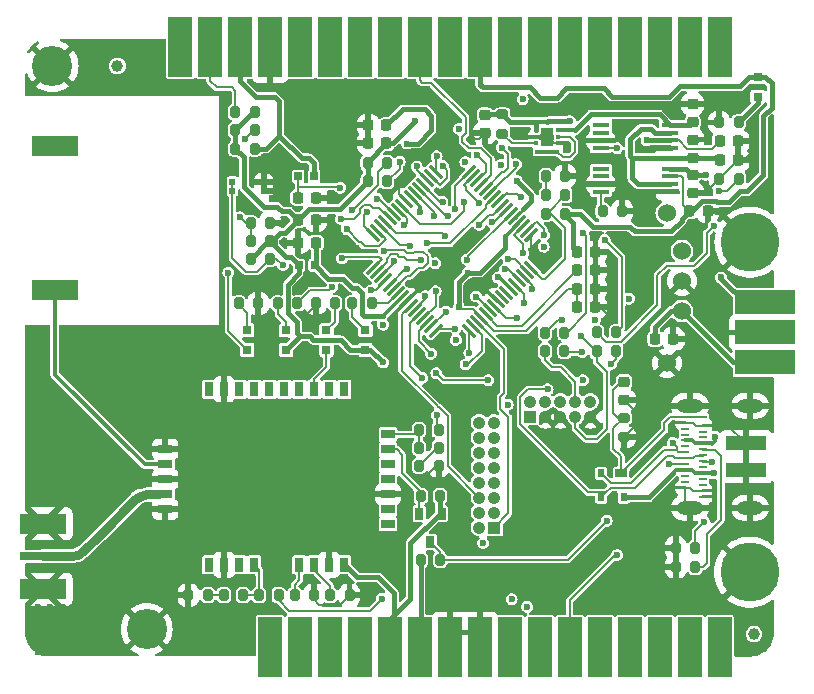
<source format=gtl>
%TF.GenerationSoftware,KiCad,Pcbnew,8.0.4*%
%TF.CreationDate,2024-11-04T17:03:21+09:00*%
%TF.ProjectId,balsun,62616c73-756e-42e6-9b69-6361645f7063,rev?*%
%TF.SameCoordinates,Original*%
%TF.FileFunction,Copper,L1,Top*%
%TF.FilePolarity,Positive*%
%FSLAX46Y46*%
G04 Gerber Fmt 4.6, Leading zero omitted, Abs format (unit mm)*
G04 Created by KiCad (PCBNEW 8.0.4) date 2024-11-04 17:03:21*
%MOMM*%
%LPD*%
G01*
G04 APERTURE LIST*
G04 Aperture macros list*
%AMRoundRect*
0 Rectangle with rounded corners*
0 $1 Rounding radius*
0 $2 $3 $4 $5 $6 $7 $8 $9 X,Y pos of 4 corners*
0 Add a 4 corners polygon primitive as box body*
4,1,4,$2,$3,$4,$5,$6,$7,$8,$9,$2,$3,0*
0 Add four circle primitives for the rounded corners*
1,1,$1+$1,$2,$3*
1,1,$1+$1,$4,$5*
1,1,$1+$1,$6,$7*
1,1,$1+$1,$8,$9*
0 Add four rect primitives between the rounded corners*
20,1,$1+$1,$2,$3,$4,$5,0*
20,1,$1+$1,$4,$5,$6,$7,0*
20,1,$1+$1,$6,$7,$8,$9,0*
20,1,$1+$1,$8,$9,$2,$3,0*%
%AMRotRect*
0 Rectangle, with rotation*
0 The origin of the aperture is its center*
0 $1 length*
0 $2 width*
0 $3 Rotation angle, in degrees counterclockwise*
0 Add horizontal line*
21,1,$1,$2,0,0,$3*%
G04 Aperture macros list end*
%TA.AperFunction,SMDPad,CuDef*%
%ADD10R,0.700000X1.000000*%
%TD*%
%TA.AperFunction,SMDPad,CuDef*%
%ADD11C,1.000000*%
%TD*%
%TA.AperFunction,SMDPad,CuDef*%
%ADD12R,4.000000X0.760000*%
%TD*%
%TA.AperFunction,SMDPad,CuDef*%
%ADD13R,4.000000X1.810000*%
%TD*%
%TA.AperFunction,SMDPad,CuDef*%
%ADD14RoundRect,0.200000X-0.200000X-0.275000X0.200000X-0.275000X0.200000X0.275000X-0.200000X0.275000X0*%
%TD*%
%TA.AperFunction,SMDPad,CuDef*%
%ADD15RoundRect,0.225000X-0.225000X-0.250000X0.225000X-0.250000X0.225000X0.250000X-0.225000X0.250000X0*%
%TD*%
%TA.AperFunction,SMDPad,CuDef*%
%ADD16R,0.800000X0.800000*%
%TD*%
%TA.AperFunction,SMDPad,CuDef*%
%ADD17RoundRect,0.200000X-0.275000X0.200000X-0.275000X-0.200000X0.275000X-0.200000X0.275000X0.200000X0*%
%TD*%
%TA.AperFunction,SMDPad,CuDef*%
%ADD18RoundRect,0.200000X0.200000X0.275000X-0.200000X0.275000X-0.200000X-0.275000X0.200000X-0.275000X0*%
%TD*%
%TA.AperFunction,ComponentPad*%
%ADD19R,1.050000X1.050000*%
%TD*%
%TA.AperFunction,ComponentPad*%
%ADD20C,1.050000*%
%TD*%
%TA.AperFunction,ComponentPad*%
%ADD21C,1.524000*%
%TD*%
%TA.AperFunction,SMDPad,CuDef*%
%ADD22R,1.200000X0.800000*%
%TD*%
%TA.AperFunction,SMDPad,CuDef*%
%ADD23R,0.800000X1.200000*%
%TD*%
%TA.AperFunction,SMDPad,CuDef*%
%ADD24R,1.475000X0.450000*%
%TD*%
%TA.AperFunction,SMDPad,CuDef*%
%ADD25R,0.650000X0.700000*%
%TD*%
%TA.AperFunction,SMDPad,CuDef*%
%ADD26R,0.375000X0.350000*%
%TD*%
%TA.AperFunction,SMDPad,CuDef*%
%ADD27R,2.100000X0.400000*%
%TD*%
%TA.AperFunction,SMDPad,CuDef*%
%ADD28R,1.100000X1.500000*%
%TD*%
%TA.AperFunction,ComponentPad*%
%ADD29C,5.000000*%
%TD*%
%TA.AperFunction,ComponentPad*%
%ADD30R,2.000000X2.540000*%
%TD*%
%TA.AperFunction,SMDPad,CuDef*%
%ADD31RoundRect,0.225000X0.225000X0.250000X-0.225000X0.250000X-0.225000X-0.250000X0.225000X-0.250000X0*%
%TD*%
%TA.AperFunction,SMDPad,CuDef*%
%ADD32RotRect,0.300000X1.475000X225.000000*%
%TD*%
%TA.AperFunction,SMDPad,CuDef*%
%ADD33RotRect,0.300000X1.475000X135.000000*%
%TD*%
%TA.AperFunction,ComponentPad*%
%ADD34C,3.400000*%
%TD*%
%TA.AperFunction,SMDPad,CuDef*%
%ADD35RoundRect,0.225000X-0.250000X0.225000X-0.250000X-0.225000X0.250000X-0.225000X0.250000X0.225000X0*%
%TD*%
%TA.AperFunction,SMDPad,CuDef*%
%ADD36R,1.000000X0.700000*%
%TD*%
%TA.AperFunction,SMDPad,CuDef*%
%ADD37R,0.600000X0.700000*%
%TD*%
%TA.AperFunction,SMDPad,CuDef*%
%ADD38RoundRect,0.225000X0.250000X-0.225000X0.250000X0.225000X-0.250000X0.225000X-0.250000X-0.225000X0*%
%TD*%
%TA.AperFunction,ComponentPad*%
%ADD39R,2.540000X2.000000*%
%TD*%
%TA.AperFunction,SMDPad,CuDef*%
%ADD40R,0.550000X0.550000*%
%TD*%
%TA.AperFunction,SMDPad,CuDef*%
%ADD41R,4.000000X1.800000*%
%TD*%
%TA.AperFunction,SMDPad,CuDef*%
%ADD42R,0.650000X0.250000*%
%TD*%
%TA.AperFunction,ComponentPad*%
%ADD43O,2.200000X1.200000*%
%TD*%
%TA.AperFunction,SMDPad,CuDef*%
%ADD44R,0.650000X0.270000*%
%TD*%
%TA.AperFunction,SMDPad,CuDef*%
%ADD45R,3.500000X1.250000*%
%TD*%
%TA.AperFunction,ComponentPad*%
%ADD46C,1.530000*%
%TD*%
%TA.AperFunction,ViaPad*%
%ADD47C,0.600000*%
%TD*%
%TA.AperFunction,Conductor*%
%ADD48C,0.400000*%
%TD*%
%TA.AperFunction,Conductor*%
%ADD49C,0.200000*%
%TD*%
%TA.AperFunction,Conductor*%
%ADD50C,0.280000*%
%TD*%
%TA.AperFunction,Conductor*%
%ADD51C,0.350000*%
%TD*%
%TA.AperFunction,Conductor*%
%ADD52C,0.300000*%
%TD*%
%TA.AperFunction,Conductor*%
%ADD53C,0.330000*%
%TD*%
%TA.AperFunction,Conductor*%
%ADD54C,0.800000*%
%TD*%
%TA.AperFunction,Conductor*%
%ADD55C,0.342400*%
%TD*%
%TA.AperFunction,Conductor*%
%ADD56C,0.320000*%
%TD*%
%ADD57C,0.300000*%
%ADD58C,0.350000*%
%ADD59O,1.600000X0.600000*%
G04 APERTURE END LIST*
D10*
%TO.P,Q1,1,G*%
%TO.N,+3V3*%
X192350000Y-114400000D03*
%TO.P,Q1,2,S*%
%TO.N,Net-(IC2-TXD)*%
X190450000Y-114400000D03*
%TO.P,Q1,3,D*%
%TO.N,WISUN_TX*%
X191400000Y-116800000D03*
%TD*%
D11*
%TO.P,REF\u002A\u002A,1*%
%TO.N,N/C*%
X164900000Y-76500000D03*
%TD*%
%TO.P,REF\u002A\u002A,1*%
%TO.N,N/C*%
X218800000Y-124600000D03*
%TD*%
D12*
%TO.P,J6,1,1*%
%TO.N,Net-(IC2-ANT2)*%
X158600000Y-118025000D03*
D13*
%TO.P,J6,2,2*%
%TO.N,GND*%
X158600000Y-115260000D03*
X158600000Y-120790000D03*
%TD*%
D14*
%TO.P,R37,1*%
%TO.N,Net-(IC6-ILIM)*%
X205975000Y-88800000D03*
%TO.P,R37,2*%
%TO.N,GND*%
X207625000Y-88800000D03*
%TD*%
D15*
%TO.P,C2,1*%
%TO.N,GND*%
X180175000Y-91450000D03*
%TO.P,C2,2*%
%TO.N,AVCC0*%
X181725000Y-91450000D03*
%TD*%
D16*
%TO.P,L3,1,K*%
%TO.N,Net-(L3-K)*%
X185900000Y-98875000D03*
%TO.P,L3,2,A*%
%TO.N,+5V*%
X185900000Y-100525000D03*
%TD*%
D15*
%TO.P,C13,1*%
%TO.N,Net-(IC5-OUT)*%
X215900000Y-84475000D03*
%TO.P,C13,2*%
%TO.N,GND*%
X217450000Y-84475000D03*
%TD*%
D17*
%TO.P,R32,1*%
%TO.N,VBAT*%
X197500000Y-80600000D03*
%TO.P,R32,2*%
%TO.N,Net-(IC4-CE)*%
X197500000Y-82250000D03*
%TD*%
D14*
%TO.P,R2,1*%
%TO.N,+5V*%
X174875000Y-81900000D03*
%TO.P,R2,2*%
%TO.N,P100_AN22_SCL*%
X176525000Y-81900000D03*
%TD*%
D18*
%TO.P,R25,1*%
%TO.N,Net-(IC1-P200)*%
X187725000Y-86259000D03*
%TO.P,R25,2*%
%TO.N,+5V*%
X186075000Y-86259000D03*
%TD*%
%TO.P,R31,1*%
%TO.N,Net-(L5-K)*%
X217487000Y-81280000D03*
%TO.P,R31,2*%
%TO.N,GND*%
X215837000Y-81280000D03*
%TD*%
D19*
%TO.P,J4,1,1*%
%TO.N,P402*%
X196800000Y-115580000D03*
D20*
%TO.P,J4,2,2*%
%TO.N,P401*%
X195530000Y-115580000D03*
%TO.P,J4,3,3*%
%TO.N,P215*%
X196800000Y-114310000D03*
%TO.P,J4,4,4*%
%TO.N,P400*%
X195530000Y-114310000D03*
%TO.P,J4,5,5*%
%TO.N,P214*%
X196800000Y-113040000D03*
%TO.P,J4,6,6*%
%TO.N,P011*%
X195530000Y-113040000D03*
%TO.P,J4,7,7*%
%TO.N,P411*%
X196800000Y-111770000D03*
%TO.P,J4,8,8*%
%TO.N,P003*%
X195530000Y-111770000D03*
%TO.P,J4,9,9*%
%TO.N,P410*%
X196800000Y-110500000D03*
%TO.P,J4,10,10*%
%TO.N,P004*%
X195530000Y-110500000D03*
%TO.P,J4,11,11*%
%TO.N,P409*%
X196800000Y-109230000D03*
%TO.P,J4,12,12*%
%TO.N,P015*%
X195530000Y-109230000D03*
%TO.P,J4,13,13*%
%TO.N,P408*%
X196800000Y-107960000D03*
%TO.P,J4,14,14*%
%TO.N,P113*%
X195530000Y-107960000D03*
%TO.P,J4,15,15*%
%TO.N,P206*%
X196800000Y-106690000D03*
%TO.P,J4,16,16*%
%TO.N,P205*%
X195530000Y-106690000D03*
%TD*%
D16*
%TO.P,L4,1,K*%
%TO.N,Net-(L4-K)*%
X179200000Y-98875000D03*
%TO.P,L4,2,A*%
%TO.N,+5V*%
X179200000Y-100525000D03*
%TD*%
D21*
%TO.P,IC3,1,IN*%
%TO.N,VEXTIN*%
X212700000Y-97240000D03*
%TO.P,IC3,2,GND*%
%TO.N,GND*%
X212700000Y-94700000D03*
%TO.P,IC3,3,OUT*%
%TO.N,Net-(IC3-OUT)*%
X212700000Y-92160000D03*
%TD*%
D22*
%TO.P,IC2,30,GND_6*%
%TO.N,GND*%
X168945000Y-114040000D03*
%TO.P,IC2,29,ANT2*%
%TO.N,Net-(IC2-ANT2)*%
X168945000Y-112770000D03*
%TO.P,IC2,28,GND_5*%
%TO.N,GND*%
X168945000Y-111500000D03*
%TO.P,IC2,27,ANT1*%
%TO.N,Net-(IC2-ANT1)*%
X168945000Y-110230000D03*
%TO.P,IC2,26,GND_4*%
%TO.N,GND*%
X168945000Y-108960000D03*
D23*
%TO.P,IC2,25,NC_2*%
%TO.N,unconnected-(IC2-NC_2-Pad25)*%
X172685000Y-103870000D03*
%TO.P,IC2,24,GND_3*%
%TO.N,GND*%
X173955000Y-103870000D03*
%TO.P,IC2,23,SPI_SCLK*%
%TO.N,unconnected-(IC2-SPI_SCLK-Pad23)*%
X175225000Y-103870000D03*
%TO.P,IC2,22,SPI_MOSI*%
%TO.N,unconnected-(IC2-SPI_MOSI-Pad22)*%
X176495000Y-103870000D03*
%TO.P,IC2,21,SPI_SSN*%
%TO.N,unconnected-(IC2-SPI_SSN-Pad21)*%
X177765000Y-103870000D03*
%TO.P,IC2,20,SPI_MISO*%
%TO.N,unconnected-(IC2-SPI_MISO-Pad20)*%
X179035000Y-103870000D03*
%TO.P,IC2,19,GPIOA1/SCL*%
%TO.N,unconnected-(IC2-GPIOA1{slash}SCL-Pad19)*%
X180305000Y-103870000D03*
%TO.P,IC2,18,GPIOA0/SDA*%
%TO.N,WISUN_LED*%
X181575000Y-103870000D03*
%TO.P,IC2,17,ADC2*%
%TO.N,unconnected-(IC2-ADC2-Pad17)*%
X182845000Y-103870000D03*
%TO.P,IC2,16,GPIOC0/RXD2*%
%TO.N,unconnected-(IC2-GPIOC0{slash}RXD2-Pad16)*%
X184115000Y-103870000D03*
D22*
%TO.P,IC2,15,RXD*%
%TO.N,Net-(IC2-RXD)*%
X187805000Y-107690000D03*
%TO.P,IC2,14,TXD*%
%TO.N,Net-(IC2-TXD)*%
X187805000Y-108960000D03*
%TO.P,IC2,13,GPIOD1/CTS*%
%TO.N,unconnected-(IC2-GPIOD1{slash}CTS-Pad13)*%
X187805000Y-110230000D03*
%TO.P,IC2,12,GPIOD0/RTS*%
%TO.N,unconnected-(IC2-GPIOD0{slash}RTS-Pad12)*%
X187805000Y-111500000D03*
%TO.P,IC2,11,GND_2*%
%TO.N,GND*%
X187805000Y-112770000D03*
%TO.P,IC2,10,GPIOB2*%
%TO.N,unconnected-(IC2-GPIOB2-Pad10)*%
X187805000Y-114040000D03*
%TO.P,IC2,9,GPIOB1/FTM*%
%TO.N,unconnected-(IC2-GPIOB1{slash}FTM-Pad9)*%
X187805000Y-115310000D03*
D23*
%TO.P,IC2,8,VDD*%
%TO.N,+3V3*%
X184115000Y-118730000D03*
%TO.P,IC2,7,GND_1*%
%TO.N,GND*%
X182845000Y-118730000D03*
%TO.P,IC2,6,SWD*%
%TO.N,Net-(IC2-SWD)*%
X181575000Y-118730000D03*
%TO.P,IC2,5,SWCK*%
%TO.N,Net-(IC2-SWCK)*%
X180305000Y-118730000D03*
%TO.P,IC2,4,RESETN*%
%TO.N,Net-(IC2-RESETN)*%
X176495000Y-118730000D03*
%TO.P,IC2,3,GPIOB7/TXD2*%
%TO.N,unconnected-(IC2-GPIOB7{slash}TXD2-Pad3)*%
X175225000Y-118730000D03*
%TO.P,IC2,2,MODE0*%
%TO.N,GND*%
X173955000Y-118730000D03*
%TO.P,IC2,1,NC_1*%
%TO.N,unconnected-(IC2-NC_1-Pad1)*%
X172685000Y-118730000D03*
%TD*%
D18*
%TO.P,R14,1*%
%TO.N,WISUN_TX*%
X192225000Y-118300000D03*
%TO.P,R14,2*%
%TO.N,+5V*%
X190575000Y-118300000D03*
%TD*%
D24*
%TO.P,IC5,1,STAT*%
%TO.N,unconnected-(IC5-STAT-Pad1)*%
X205824000Y-81500000D03*
%TO.P,IC5,2,D0*%
%TO.N,unconnected-(IC5-D0-Pad2)*%
X205824000Y-82150000D03*
%TO.P,IC5,3,D1*%
%TO.N,GND*%
X205824000Y-82800000D03*
%TO.P,IC5,4,ILIM*%
%TO.N,Net-(IC5-ILIM)*%
X205824000Y-83450000D03*
%TO.P,IC5,5,GND*%
%TO.N,GND*%
X211700000Y-83450000D03*
%TO.P,IC5,6,IN2*%
%TO.N,Net-(IC3-OUT)*%
X211700000Y-82800000D03*
%TO.P,IC5,7,OUT*%
%TO.N,Net-(IC5-OUT)*%
X211700000Y-82150000D03*
%TO.P,IC5,8,IN1*%
%TO.N,Net-(IC4-VOUT)*%
X211700000Y-81500000D03*
%TD*%
D18*
%TO.P,R33,1*%
%TO.N,Net-(IC5-ILIM)*%
X217525000Y-86050000D03*
%TO.P,R33,2*%
%TO.N,GND*%
X215875000Y-86050000D03*
%TD*%
D25*
%TO.P,FB1,2,2*%
%TO.N,VREFH0*%
X180200000Y-85825000D03*
%TO.P,FB1,1,1*%
%TO.N,AREF*%
X181550000Y-85825000D03*
%TD*%
D14*
%TO.P,R24,1*%
%TO.N,Net-(R22-Pad2)*%
X190444000Y-110337000D03*
%TO.P,R24,2*%
%TO.N,GND*%
X192094000Y-110337000D03*
%TD*%
D18*
%TO.P,R28,1*%
%TO.N,Net-(L2-K)*%
X183325000Y-96600000D03*
%TO.P,R28,2*%
%TO.N,GND*%
X181675000Y-96600000D03*
%TD*%
D14*
%TO.P,R7,1*%
%TO.N,Net-(IC1-P500)*%
X176175000Y-89800000D03*
%TO.P,R7,2*%
%TO.N,GND*%
X177825000Y-89800000D03*
%TD*%
D20*
%TO.P,J1,10,10*%
%TO.N,RESET*%
X204935000Y-104905000D03*
%TO.P,J1,9,9*%
%TO.N,GND*%
X204935000Y-106175000D03*
%TO.P,J1,8,8*%
%TO.N,P501_SCI1_TXD*%
X203665000Y-104905000D03*
%TO.P,J1,7,7*%
%TO.N,P502_SCI1_RXD*%
X203665000Y-106175000D03*
%TO.P,J1,6,6*%
%TO.N,unconnected-(J1-Pad6)*%
X202395000Y-104905000D03*
%TO.P,J1,5,5*%
%TO.N,GND*%
X202395000Y-106175000D03*
%TO.P,J1,4,4*%
%TO.N,P300_SWCLK*%
X201125000Y-104905000D03*
%TO.P,J1,3,3*%
%TO.N,GND*%
X201125000Y-106175000D03*
%TO.P,J1,2,2*%
%TO.N,P108_SWDIO*%
X199855000Y-104905000D03*
D19*
%TO.P,J1,1,1*%
%TO.N,+5V*%
X199855000Y-106175000D03*
%TD*%
D18*
%TO.P,R26,1*%
%TO.N,MD*%
X187725000Y-84725000D03*
%TO.P,R26,2*%
%TO.N,+5V*%
X186075000Y-84725000D03*
%TD*%
D26*
%TO.P,IC4,1,VBAT*%
%TO.N,VBAT*%
X200362000Y-81950000D03*
%TO.P,IC4,2,GND_1*%
%TO.N,GND*%
X200362000Y-82500000D03*
%TO.P,IC4,3,CE*%
%TO.N,Net-(IC4-CE)*%
X200362000Y-83050000D03*
%TO.P,IC4,4,GND_2*%
%TO.N,GND*%
X202237000Y-83050000D03*
%TO.P,IC4,5,LX*%
%TO.N,Net-(IC4-L2)*%
X202237000Y-82500000D03*
%TO.P,IC4,6,VOUT*%
%TO.N,Net-(IC4-VOUT)*%
X202237000Y-81950000D03*
D27*
%TO.P,IC4,7,L1*%
%TO.N,VBAT*%
X201300000Y-81250000D03*
%TO.P,IC4,8,L2*%
%TO.N,Net-(IC4-L2)*%
X201300000Y-83750000D03*
D28*
%TO.P,IC4,9,EP*%
%TO.N,GND*%
X201300000Y-82500000D03*
%TD*%
D18*
%TO.P,R6,1*%
%TO.N,+5V*%
X177825000Y-91300000D03*
%TO.P,R6,2*%
%TO.N,Net-(IC1-P500)*%
X176175000Y-91300000D03*
%TD*%
%TO.P,R10,1*%
%TO.N,GND*%
X181550000Y-121300000D03*
%TO.P,R10,2*%
%TO.N,Net-(IC2-SWCK)*%
X179900000Y-121300000D03*
%TD*%
D16*
%TO.P,L1,1,K*%
%TO.N,Net-(L1-K)*%
X175900000Y-98875000D03*
%TO.P,L1,2,A*%
%TO.N,P111_GPT3_A*%
X175900000Y-100525000D03*
%TD*%
D14*
%TO.P,R35,1*%
%TO.N,WISUN_RX_Serial1_D1*%
X201100000Y-99075000D03*
%TO.P,R35,2*%
%TO.N,WISUN_RX_Serial1*%
X202750000Y-99075000D03*
%TD*%
D25*
%TO.P,FB2,1,1*%
%TO.N,+5V*%
X180250000Y-93350000D03*
%TO.P,FB2,2,2*%
%TO.N,AVCC0*%
X181600000Y-93350000D03*
%TD*%
D29*
%TO.P,H3,1,Hole*%
%TO.N,GND*%
X218450000Y-91412500D03*
%TD*%
D18*
%TO.P,R21,2*%
%TO.N,Net-(R21-Pad2)*%
X201175000Y-87400000D03*
%TO.P,R21,1*%
%TO.N,Net-(IC1-P407)*%
X202825000Y-87400000D03*
%TD*%
D14*
%TO.P,R22,1*%
%TO.N,Net-(IC2-RXD)*%
X190444000Y-108813000D03*
%TO.P,R22,2*%
%TO.N,Net-(R22-Pad2)*%
X192094000Y-108813000D03*
%TD*%
D15*
%TO.P,C7,1*%
%TO.N,+5V*%
X180150000Y-89550000D03*
%TO.P,C7,2*%
%TO.N,GND*%
X181700000Y-89550000D03*
%TD*%
D30*
%TO.P,P1,0,Rx*%
%TO.N,WISUN_TX_Serial1_D0*%
X215920000Y-76140000D03*
X215920000Y-73600000D03*
%TO.P,P1,1,Tx*%
%TO.N,WISUN_RX_Serial1_D1*%
X213380000Y-76140000D03*
X213380000Y-73600000D03*
%TO.P,P1,2,2*%
%TO.N,P105_IRQ00_GPT1_A*%
X210840000Y-76140000D03*
X210840000Y-73600000D03*
%TO.P,P1,3,~3*%
%TO.N,P104_IRQ01_GPT1_B*%
X208300000Y-76140000D03*
X208300000Y-73600000D03*
%TO.P,P1,4,4*%
%TO.N,P103_SPI0_SSL_GPT2_A_CAN0_TX*%
X205760000Y-76140000D03*
X205760000Y-73600000D03*
%TO.P,P1,5,~5*%
%TO.N,P102_SPI0_RSPCK_GPT2_B_CAN0_RX*%
X203220000Y-76140000D03*
X203220000Y-73600000D03*
%TO.P,P1,6,~6*%
%TO.N,P106_GPT0_B*%
X200680000Y-76140000D03*
X200680000Y-73600000D03*
%TO.P,P1,7,7*%
%TO.N,P107_GPT0_A*%
X198140000Y-76140000D03*
X198140000Y-73600000D03*
%TO.P,P1,8,8*%
%TO.N,P304_GPT7_A*%
X193060000Y-76140000D03*
X193060000Y-73600000D03*
%TO.P,P1,9,~9*%
%TO.N,P303_GPT7_B*%
X190520000Y-76140000D03*
X190520000Y-73600000D03*
%TO.P,P1,10,~10*%
%TO.N,P112_GPT3_B*%
X187980000Y-76140000D03*
X187980000Y-73600000D03*
%TO.P,P1,11,~11*%
%TO.N,P109_SCI9_TXD*%
X185440000Y-76140000D03*
X185440000Y-73600000D03*
%TO.P,P1,12,12*%
%TO.N,P110_SCI9_RXD*%
X182900000Y-76140000D03*
X182900000Y-73600000D03*
%TO.P,P1,13,13*%
%TO.N,P111_GPT3_A*%
X180360000Y-76140000D03*
X180360000Y-73600000D03*
%TO.P,P1,14,GND*%
%TO.N,GND*%
X177820000Y-76140000D03*
X177820000Y-73600000D03*
%TO.P,P1,15,AREF*%
%TO.N,AREF*%
X175280000Y-76140000D03*
X175280000Y-73600000D03*
%TO.P,P1,16,SDA*%
%TO.N,P101_AN21_SDA*%
X172740000Y-76140000D03*
X172740000Y-73600000D03*
%TO.P,P1,17,SCL*%
%TO.N,P100_AN22_SCL*%
X170200000Y-76140000D03*
X170200000Y-73600000D03*
%TO.P,P1,18,extra*%
%TO.N,+5V*%
X195600000Y-76140000D03*
X195600000Y-73600000D03*
%TD*%
D31*
%TO.P,C10,1*%
%TO.N,+5V*%
X187675000Y-83025000D03*
%TO.P,C10,2*%
%TO.N,GND*%
X186125000Y-83025000D03*
%TD*%
D32*
%TO.P,IC1,1,P400*%
%TO.N,P400*%
X194650128Y-98899829D03*
%TO.P,IC1,2,P401*%
%TO.N,P401*%
X195003682Y-98546276D03*
%TO.P,IC1,3,P402*%
%TO.N,P402*%
X195357235Y-98192722D03*
%TO.P,IC1,4,VBATT*%
%TO.N,+3V3*%
X195710788Y-97839169D03*
%TO.P,IC1,5,VCL*%
%TO.N,Net-(IC1-VCL)*%
X196064342Y-97485616D03*
%TO.P,IC1,6,P215/XCIN*%
%TO.N,P215*%
X196417895Y-97132062D03*
%TO.P,IC1,7,P214/XCOUT*%
%TO.N,P214*%
X196771449Y-96778509D03*
%TO.P,IC1,8,VSS_1*%
%TO.N,GND*%
X197125002Y-96424955D03*
%TO.P,IC1,9,P213/XTAL*%
%TO.N,unconnected-(IC1-P213{slash}XTAL-Pad9)*%
X197478555Y-96071402D03*
%TO.P,IC1,10,P212/EXTAL*%
%TO.N,unconnected-(IC1-P212{slash}EXTAL-Pad10)*%
X197832109Y-95717849D03*
%TO.P,IC1,11,VCC_1*%
%TO.N,+5V*%
X198185662Y-95364295D03*
%TO.P,IC1,12,P411*%
%TO.N,P411*%
X198539216Y-95010742D03*
%TO.P,IC1,13,P410*%
%TO.N,P410*%
X198892769Y-94657188D03*
%TO.P,IC1,14,P409*%
%TO.N,P409*%
X199246322Y-94303635D03*
%TO.P,IC1,15,P408*%
%TO.N,P408*%
X199599876Y-93950082D03*
%TO.P,IC1,16,P407*%
%TO.N,Net-(IC1-P407)*%
X199953429Y-93596528D03*
D33*
%TO.P,IC1,17,VSS_USB*%
%TO.N,GND*%
X199953429Y-90785072D03*
%TO.P,IC1,18,P915/USB_DM*%
%TO.N,USB_D_N*%
X199599876Y-90431518D03*
%TO.P,IC1,19,P914/USB_DP*%
%TO.N,USB_D_P*%
X199246322Y-90077965D03*
%TO.P,IC1,20,VCC_USB*%
%TO.N,+3V3*%
X198892769Y-89724412D03*
%TO.P,IC1,21,VCC_USB_LDO*%
%TO.N,+5V*%
X198539216Y-89370858D03*
%TO.P,IC1,22,P206*%
%TO.N,P206*%
X198185662Y-89017305D03*
%TO.P,IC1,23,P205*%
%TO.N,P205*%
X197832109Y-88663751D03*
%TO.P,IC1,24,P204*%
%TO.N,WISUN_RESETN*%
X197478555Y-88310198D03*
%TO.P,IC1,25,RES*%
%TO.N,RESET*%
X197125002Y-87956645D03*
%TO.P,IC1,26,P201/MD*%
%TO.N,MD*%
X196771449Y-87603091D03*
%TO.P,IC1,27,P200*%
%TO.N,Net-(IC1-P200)*%
X196417895Y-87249538D03*
%TO.P,IC1,28,P304*%
%TO.N,P304_GPT7_A*%
X196064342Y-86895984D03*
%TO.P,IC1,29,P303*%
%TO.N,P303_GPT7_B*%
X195710788Y-86542431D03*
%TO.P,IC1,30,P302*%
%TO.N,WISUN_RX_Serial1*%
X195357235Y-86188878D03*
%TO.P,IC1,31,P301*%
%TO.N,WISUN_TX_Serial1*%
X195003682Y-85835324D03*
%TO.P,IC1,32,P300/TCK/SWCLK*%
%TO.N,P300_SWCLK*%
X194650128Y-85481771D03*
D32*
%TO.P,IC1,33,P108/TMS/SWDIO*%
%TO.N,P108_SWDIO*%
X191838672Y-85481771D03*
%TO.P,IC1,34,P109/TDO/SWO*%
%TO.N,P109_SCI9_TXD*%
X191485118Y-85835324D03*
%TO.P,IC1,35,P110/TDI*%
%TO.N,P110_SCI9_RXD*%
X191131565Y-86188878D03*
%TO.P,IC1,36,P111*%
%TO.N,P111_GPT3_A*%
X190778012Y-86542431D03*
%TO.P,IC1,37,P112*%
%TO.N,P112_GPT3_B*%
X190424458Y-86895984D03*
%TO.P,IC1,38,P113*%
%TO.N,P113*%
X190070905Y-87249538D03*
%TO.P,IC1,39,VCC_2*%
%TO.N,+5V*%
X189717351Y-87603091D03*
%TO.P,IC1,40,VSS_2*%
%TO.N,GND*%
X189363798Y-87956645D03*
%TO.P,IC1,41,P107*%
%TO.N,P107_GPT0_A*%
X189010245Y-88310198D03*
%TO.P,IC1,42,P106*%
%TO.N,P106_GPT0_B*%
X188656691Y-88663751D03*
%TO.P,IC1,43,P105*%
%TO.N,P105_IRQ00_GPT1_A*%
X188303138Y-89017305D03*
%TO.P,IC1,44,P104*%
%TO.N,P104_IRQ01_GPT1_B*%
X187949584Y-89370858D03*
%TO.P,IC1,45,P103*%
%TO.N,P103_SPI0_SSL_GPT2_A_CAN0_TX*%
X187596031Y-89724412D03*
%TO.P,IC1,46,P102*%
%TO.N,P102_SPI0_RSPCK_GPT2_B_CAN0_RX*%
X187242478Y-90077965D03*
%TO.P,IC1,47,P101*%
%TO.N,P101_AN21_SDA*%
X186888924Y-90431518D03*
%TO.P,IC1,48,P100*%
%TO.N,P100_AN22_SCL*%
X186535371Y-90785072D03*
D33*
%TO.P,IC1,49,P500*%
%TO.N,Net-(IC1-P500)*%
X186535371Y-93596528D03*
%TO.P,IC1,50,P501*%
%TO.N,P501_SCI1_TXD*%
X186888924Y-93950082D03*
%TO.P,IC1,51,P502*%
%TO.N,P502_SCI1_RXD*%
X187242478Y-94303635D03*
%TO.P,IC1,52,P015*%
%TO.N,P015*%
X187596031Y-94657188D03*
%TO.P,IC1,53,P014*%
%TO.N,P014_AN09_DAC*%
X187949584Y-95010742D03*
%TO.P,IC1,54,P013/VREFL*%
%TO.N,P013*%
X188303138Y-95364295D03*
%TO.P,IC1,55,P012/VREFH*%
%TO.N,P012*%
X188656691Y-95717849D03*
%TO.P,IC1,56,AVCC0*%
%TO.N,AVCC0*%
X189010245Y-96071402D03*
%TO.P,IC1,57,AVSS0*%
%TO.N,GND*%
X189363798Y-96424955D03*
%TO.P,IC1,58,P011/VREFL0*%
%TO.N,P011*%
X189717351Y-96778509D03*
%TO.P,IC1,59,P010/VREFH0*%
%TO.N,VREFH0*%
X190070905Y-97132062D03*
%TO.P,IC1,60,P004*%
%TO.N,P004*%
X190424458Y-97485616D03*
%TO.P,IC1,61,P003*%
%TO.N,P003*%
X190778012Y-97839169D03*
%TO.P,IC1,62,P002*%
%TO.N,P002_AN02_AMPO*%
X191131565Y-98192722D03*
%TO.P,IC1,63,P001*%
%TO.N,P001_AN01_AMP-*%
X191485118Y-98546276D03*
%TO.P,IC1,64,P000*%
%TO.N,P000_AN00_AMP+*%
X191838672Y-98899829D03*
%TD*%
D31*
%TO.P,C1,1*%
%TO.N,GND*%
X181725000Y-87650000D03*
%TO.P,C1,2*%
%TO.N,VREFH0*%
X180175000Y-87650000D03*
%TD*%
D18*
%TO.P,R15,1*%
%TO.N,+3V3*%
X192225000Y-112900000D03*
%TO.P,R15,2*%
%TO.N,Net-(IC2-TXD)*%
X190575000Y-112900000D03*
%TD*%
D15*
%TO.P,C14,1*%
%TO.N,VEXTIN*%
X210425000Y-99600000D03*
%TO.P,C14,2*%
%TO.N,GND*%
X211975000Y-99600000D03*
%TD*%
D14*
%TO.P,R36,2*%
%TO.N,WISUN_RX*%
X202750000Y-100625000D03*
%TO.P,R36,1*%
%TO.N,P501_SCI1_TXD*%
X201100000Y-100625000D03*
%TD*%
D18*
%TO.P,R8,1*%
%TO.N,WISUN_RESETN*%
X178550000Y-121300000D03*
%TO.P,R8,2*%
%TO.N,Net-(IC2-RESETN)*%
X176900000Y-121300000D03*
%TD*%
D34*
%TO.P,H4,1,Hole*%
%TO.N,GND*%
X159400000Y-76500000D03*
%TD*%
D35*
%TO.P,C17,1*%
%TO.N,VUSB*%
X213600000Y-85725000D03*
%TO.P,C17,2*%
%TO.N,GND*%
X213600000Y-87275000D03*
%TD*%
D36*
%TO.P,D1,1,ground*%
%TO.N,SHIELD*%
X207550000Y-111000000D03*
D37*
%TO.P,D1,2,input/output_1*%
%TO.N,USB_D_N*%
X205850000Y-111000000D03*
%TO.P,D1,3,input/output_2*%
%TO.N,USB_D_P*%
X205850000Y-113000000D03*
%TO.P,D1,4,supply_voltage*%
%TO.N,VUSB*%
X207750000Y-113000000D03*
%TD*%
D15*
%TO.P,C15,1*%
%TO.N,Net-(IC3-OUT)*%
X215900000Y-82875000D03*
%TO.P,C15,2*%
%TO.N,GND*%
X217450000Y-82875000D03*
%TD*%
D18*
%TO.P,R11,1*%
%TO.N,Net-(IC2-RESETN)*%
X175550000Y-121300000D03*
%TO.P,R11,2*%
%TO.N,Net-(R11-Pad2)*%
X173900000Y-121300000D03*
%TD*%
%TO.P,R13,1*%
%TO.N,Net-(R11-Pad2)*%
X172550000Y-121300000D03*
%TO.P,R13,2*%
%TO.N,GND*%
X170900000Y-121300000D03*
%TD*%
D16*
%TO.P,L2,1,K*%
%TO.N,Net-(L2-K)*%
X182600000Y-98875000D03*
%TO.P,L2,2,A*%
%TO.N,WISUN_LED*%
X182600000Y-100525000D03*
%TD*%
D15*
%TO.P,C5,1*%
%TO.N,+3V3*%
X203825000Y-95362000D03*
%TO.P,C5,2*%
%TO.N,GND*%
X205375000Y-95362000D03*
%TD*%
D14*
%TO.P,R18,1*%
%TO.N,WISUN_TX_Serial1_D0*%
X205475000Y-99050000D03*
%TO.P,R18,2*%
%TO.N,WISUN_TX_Serial1*%
X207125000Y-99050000D03*
%TD*%
%TO.P,R30,1*%
%TO.N,Net-(L4-K)*%
X178475000Y-96600000D03*
%TO.P,R30,2*%
%TO.N,P013*%
X180125000Y-96600000D03*
%TD*%
D18*
%TO.P,R20,1*%
%TO.N,WISUN_RX*%
X192094000Y-107289000D03*
%TO.P,R20,2*%
%TO.N,Net-(IC2-RXD)*%
X190444000Y-107289000D03*
%TD*%
%TO.P,R4,1*%
%TO.N,CC1*%
X213825000Y-117300000D03*
%TO.P,R4,2*%
%TO.N,GND*%
X212175000Y-117300000D03*
%TD*%
D14*
%TO.P,R27,1*%
%TO.N,Net-(L1-K)*%
X175175000Y-96600000D03*
%TO.P,R27,2*%
%TO.N,GND*%
X176825000Y-96600000D03*
%TD*%
%TO.P,R1,1*%
%TO.N,+5V*%
X174875000Y-83500000D03*
%TO.P,R1,2*%
%TO.N,AREF*%
X176525000Y-83500000D03*
%TD*%
D34*
%TO.P,H5,1,Hole*%
%TO.N,GND*%
X167375000Y-124175000D03*
%TD*%
D38*
%TO.P,C12,1*%
%TO.N,Net-(IC4-VOUT)*%
X213600000Y-81275000D03*
%TO.P,C12,2*%
%TO.N,GND*%
X213600000Y-79725000D03*
%TD*%
D15*
%TO.P,C9,1*%
%TO.N,+3V3*%
X203825000Y-96900000D03*
%TO.P,C9,2*%
%TO.N,GND*%
X205375000Y-96900000D03*
%TD*%
%TO.P,C16,1*%
%TO.N,+5V*%
X213325000Y-88800000D03*
%TO.P,C16,2*%
%TO.N,GND*%
X214875000Y-88800000D03*
%TD*%
D39*
%TO.P,H1,1,plus>5V*%
%TO.N,VEXTIN*%
X218450000Y-101600000D03*
X220990000Y-101600000D03*
%TO.P,H1,2,GND*%
%TO.N,GND*%
X218450000Y-99060000D03*
X220990000Y-99060000D03*
%TO.P,H1,4,plus<5V*%
%TO.N,VBAT*%
X218450000Y-96520000D03*
X220990000Y-96520000D03*
%TD*%
D14*
%TO.P,R16,1*%
%TO.N,+5V*%
X176175000Y-92800000D03*
%TO.P,R16,2*%
%TO.N,RESET*%
X177825000Y-92800000D03*
%TD*%
D15*
%TO.P,C8,1*%
%TO.N,+5V*%
X203825000Y-92262000D03*
%TO.P,C8,2*%
%TO.N,GND*%
X205375000Y-92262000D03*
%TD*%
D40*
%TO.P,S2,4,B*%
%TO.N,GND*%
X177275000Y-86325000D03*
%TO.P,S2,3,B'*%
X177275000Y-87075000D03*
%TO.P,S2,2,A'*%
%TO.N,RESET*%
X174625000Y-87075000D03*
%TO.P,S2,1,A*%
X174625000Y-86325000D03*
%TD*%
D18*
%TO.P,R19,1*%
%TO.N,+5V*%
X202825000Y-89000000D03*
%TO.P,R19,2*%
%TO.N,Net-(IC1-P407)*%
X201175000Y-89000000D03*
%TD*%
D16*
%TO.P,L5,1,K*%
%TO.N,Net-(L5-K)*%
X219100000Y-79100000D03*
%TO.P,L5,2,A*%
%TO.N,+5V*%
X219100000Y-77450000D03*
%TD*%
D17*
%TO.P,R12,1*%
%TO.N,SHIELD*%
X207800000Y-106275000D03*
%TO.P,R12,2*%
%TO.N,GND*%
X207800000Y-107925000D03*
%TD*%
D18*
%TO.P,R3,1*%
%TO.N,+5V*%
X176525000Y-80400000D03*
%TO.P,R3,2*%
%TO.N,P101_AN21_SDA*%
X174875000Y-80400000D03*
%TD*%
D35*
%TO.P,C11,1*%
%TO.N,VBAT*%
X196000000Y-80650000D03*
%TO.P,C11,2*%
%TO.N,GND*%
X196000000Y-82200000D03*
%TD*%
D14*
%TO.P,R29,1*%
%TO.N,Net-(L3-K)*%
X184775000Y-96600000D03*
%TO.P,R29,2*%
%TO.N,P012*%
X186425000Y-96600000D03*
%TD*%
D30*
%TO.P,J2,1,1*%
%TO.N,+5V*%
X177800000Y-124460000D03*
X177800000Y-127000000D03*
%TO.P,J2,2,2*%
%TO.N,MD*%
X180340000Y-124460000D03*
X180340000Y-127000000D03*
%TO.P,J2,3,3*%
%TO.N,+5V*%
X182880000Y-124460000D03*
X182880000Y-127000000D03*
%TO.P,J2,4,4*%
%TO.N,RESET*%
X185420000Y-124460000D03*
X185420000Y-127000000D03*
%TO.P,J2,5,5*%
%TO.N,+3V3*%
X187960000Y-124460000D03*
X187960000Y-127000000D03*
%TO.P,J2,6,6*%
%TO.N,+5V*%
X190500000Y-124460000D03*
X190500000Y-127000000D03*
%TO.P,J2,7,7*%
%TO.N,GND*%
X193040000Y-124460000D03*
X193040000Y-127000000D03*
%TO.P,J2,8,8*%
X195580000Y-124460000D03*
X195580000Y-127000000D03*
%TO.P,J2,9,9*%
%TO.N,VUSB*%
X198120000Y-124460000D03*
X198120000Y-127000000D03*
%TO.P,J2,10,10*%
%TO.N,unconnected-(J2-Pad10)*%
X200660000Y-124460000D03*
%TO.N,unconnected-(J2-Pad10)_1*%
X200660000Y-127000000D03*
%TO.P,J2,11,11*%
%TO.N,P014_AN09_DAC*%
X203200000Y-124460000D03*
X203200000Y-127000000D03*
%TO.P,J2,12,12*%
%TO.N,P000_AN00_AMP+*%
X205740000Y-124460000D03*
X205740000Y-127000000D03*
%TO.P,J2,13,13*%
%TO.N,P001_AN01_AMP-*%
X208280000Y-124460000D03*
X208280000Y-127000000D03*
%TO.P,J2,14,14*%
%TO.N,P002_AN02_AMPO*%
X210820000Y-124460000D03*
X210820000Y-127000000D03*
%TO.P,J2,15,15*%
%TO.N,P101_AN21_SDA*%
X213360000Y-124460000D03*
X213360000Y-127000000D03*
%TO.P,J2,16,16*%
%TO.N,P100_AN22_SCL*%
X215900000Y-124460000D03*
X215900000Y-127000000D03*
%TD*%
D15*
%TO.P,C6,1*%
%TO.N,Net-(IC1-VCL)*%
X203825000Y-93800000D03*
%TO.P,C6,2*%
%TO.N,GND*%
X205375000Y-93800000D03*
%TD*%
D31*
%TO.P,C4,1*%
%TO.N,+3V3*%
X187675000Y-81525000D03*
%TO.P,C4,2*%
%TO.N,GND*%
X186125000Y-81525000D03*
%TD*%
D41*
%TO.P,ANT1,1,1*%
%TO.N,Net-(IC2-ANT1)*%
X159600000Y-95500000D03*
%TO.P,ANT1,2,2*%
%TO.N,unconnected-(ANT1-Pad2)*%
X159600000Y-83300000D03*
%TD*%
D14*
%TO.P,R34,1*%
%TO.N,P502_SCI1_RXD*%
X205475000Y-100630000D03*
%TO.P,R34,2*%
%TO.N,WISUN_TX*%
X207125000Y-100630000D03*
%TD*%
D42*
%TO.P,J5,A1,GND_1*%
%TO.N,GND*%
X212950000Y-112200000D03*
%TO.P,J5,A2,TX1+*%
%TO.N,unconnected-(J5-TX1+-PadA2)*%
X212950000Y-111700000D03*
%TO.P,J5,A3,TX1-*%
%TO.N,unconnected-(J5-TX1--PadA3)*%
X212950000Y-111200000D03*
%TO.P,J5,A4,VBUS_1*%
%TO.N,VUSB*%
X212950000Y-110700000D03*
%TO.P,J5,A5,CC1*%
%TO.N,CC1*%
X212950000Y-110200000D03*
%TO.P,J5,A6,D+_1*%
%TO.N,USB_D_P*%
X212950000Y-109700000D03*
%TO.P,J5,A7,D-_1*%
%TO.N,USB_D_N*%
X212950000Y-109200000D03*
%TO.P,J5,A8,SBU1*%
%TO.N,unconnected-(J5-SBU1-PadA8)*%
X212950000Y-108700000D03*
%TO.P,J5,A9,VBUS_2*%
%TO.N,VUSB*%
X212950000Y-108200000D03*
%TO.P,J5,A10,RX2-*%
%TO.N,unconnected-(J5-RX2--PadA10)*%
X212950000Y-107700000D03*
%TO.P,J5,A11,RX2+*%
%TO.N,unconnected-(J5-RX2+-PadA11)*%
X212950000Y-107200000D03*
%TO.P,J5,A12,GND_2*%
%TO.N,GND*%
X212950000Y-106700000D03*
%TO.P,J5,B1,GND_3*%
X214450000Y-106950000D03*
%TO.P,J5,B2,TX2+*%
%TO.N,unconnected-(J5-TX2+-PadB2)*%
X214450000Y-107450000D03*
%TO.P,J5,B3,TX2-*%
%TO.N,unconnected-(J5-TX2--PadB3)*%
X214450000Y-107950000D03*
%TO.P,J5,B4,VBUS_3*%
%TO.N,VUSB*%
X214450000Y-108450000D03*
%TO.P,J5,B5,CC2*%
%TO.N,CC2*%
X214450000Y-108950000D03*
%TO.P,J5,B6,D+_2*%
%TO.N,USB_D_P*%
X214450000Y-109450000D03*
%TO.P,J5,B7,D-_2*%
%TO.N,USB_D_N*%
X214450000Y-109950000D03*
%TO.P,J5,B8,SBU2*%
%TO.N,unconnected-(J5-SBU2-PadB8)*%
X214450000Y-110450000D03*
%TO.P,J5,B9,VBUS_4*%
%TO.N,VUSB*%
X214450000Y-110950000D03*
%TO.P,J5,B10,RX1-*%
%TO.N,unconnected-(J5-RX1--PadB10)*%
X214450000Y-111450000D03*
%TO.P,J5,B11,RX1+*%
%TO.N,unconnected-(J5-RX1+-PadB11)*%
X214450000Y-111950000D03*
%TO.P,J5,B12,GND_4*%
%TO.N,GND*%
X214450000Y-112450000D03*
D43*
%TO.P,J5,MH1,MH1*%
X213375000Y-113895000D03*
%TO.P,J5,MH2,MH2*%
X213375000Y-105255000D03*
%TO.P,J5,MH3,MH3*%
X218475000Y-113895000D03*
%TO.P,J5,MH4,MH4*%
X218475000Y-105255000D03*
D44*
%TO.P,J5,MID1,MID1*%
X214450000Y-112960000D03*
%TO.P,J5,MID2,MID2*%
%TO.N,SHIELD*%
X214450000Y-106190000D03*
D45*
%TO.P,J5,MP1,MP1*%
%TO.N,GND*%
X218125000Y-110700000D03*
%TO.P,J5,MP2,MP2*%
X218125000Y-108450000D03*
%TD*%
D18*
%TO.P,R9,1*%
%TO.N,GND*%
X184550000Y-121300000D03*
%TO.P,R9,2*%
%TO.N,Net-(IC2-SWD)*%
X182900000Y-121300000D03*
%TD*%
%TO.P,R5,1*%
%TO.N,CC2*%
X213825000Y-118900000D03*
%TO.P,R5,2*%
%TO.N,GND*%
X212175000Y-118900000D03*
%TD*%
D29*
%TO.P,H2,1,Hole*%
%TO.N,GND*%
X218425000Y-119350000D03*
%TD*%
D38*
%TO.P,C18,1*%
%TO.N,Net-(IC5-OUT)*%
X213600000Y-84275000D03*
%TO.P,C18,2*%
%TO.N,GND*%
X213600000Y-82725000D03*
%TD*%
D14*
%TO.P,R23,1*%
%TO.N,Net-(R21-Pad2)*%
X201175000Y-85800000D03*
%TO.P,R23,2*%
%TO.N,GND*%
X202825000Y-85800000D03*
%TD*%
D24*
%TO.P,IC6,1,STAT*%
%TO.N,unconnected-(IC6-STAT-Pad1)*%
X205837000Y-85200000D03*
%TO.P,IC6,2,D0*%
%TO.N,unconnected-(IC6-D0-Pad2)*%
X205837000Y-85850000D03*
%TO.P,IC6,3,D1*%
%TO.N,GND*%
X205837000Y-86500000D03*
%TO.P,IC6,4,ILIM*%
%TO.N,Net-(IC6-ILIM)*%
X205837000Y-87150000D03*
%TO.P,IC6,5,GND*%
%TO.N,GND*%
X211713000Y-87150000D03*
%TO.P,IC6,6,IN2*%
%TO.N,Net-(IC5-OUT)*%
X211713000Y-86500000D03*
%TO.P,IC6,7,OUT*%
%TO.N,+5V*%
X211713000Y-85850000D03*
%TO.P,IC6,8,IN1*%
%TO.N,VUSB*%
X211713000Y-85200000D03*
%TD*%
D38*
%TO.P,C3,1*%
%TO.N,GND*%
X207800000Y-104775000D03*
%TO.P,C3,2*%
%TO.N,SHIELD*%
X207800000Y-103225000D03*
%TD*%
D46*
%TO.P,U1,1,+*%
%TO.N,VBAT*%
X211425000Y-88950000D03*
%TO.P,U1,2,-*%
%TO.N,GND*%
X211425000Y-101650000D03*
%TD*%
D47*
%TO.N,VBAT*%
X203200000Y-81160000D03*
%TO.N,GND*%
X194540000Y-96460000D03*
%TO.N,P103_SPI0_SSL_GPT2_A_CAN0_TX*%
X192600000Y-90880000D03*
%TO.N,+5V*%
X190500000Y-88900000D03*
%TO.N,+3V3*%
X194600000Y-94000000D03*
%TO.N,GND*%
X169500000Y-121500000D03*
X163600000Y-124100000D03*
X202900000Y-83400000D03*
X159200000Y-122300000D03*
X178000000Y-87700000D03*
X196600000Y-100300000D03*
X199800000Y-99700000D03*
X160300000Y-113500000D03*
X202700000Y-119300000D03*
X190000000Y-78500000D03*
X167700000Y-75600000D03*
X161500000Y-115100000D03*
X183700000Y-120100000D03*
X200400000Y-110800000D03*
X163600000Y-122300000D03*
X202500000Y-108100000D03*
X158200000Y-116900000D03*
X178800000Y-89900000D03*
X158200000Y-126100000D03*
X175600000Y-88100000D03*
X194900000Y-82700000D03*
X179100000Y-91500000D03*
X166500000Y-114600000D03*
X158200000Y-119000000D03*
X188900000Y-86200000D03*
X207800000Y-119500000D03*
X164600000Y-113500000D03*
X209100000Y-83500000D03*
X163600000Y-126100000D03*
X158200000Y-122300000D03*
X165000000Y-116200000D03*
X218700000Y-83700000D03*
X177800000Y-85400000D03*
X161500000Y-113600000D03*
X163300000Y-117800000D03*
X161400000Y-120600000D03*
X182200000Y-81900000D03*
X159200000Y-119000000D03*
X201000000Y-115800000D03*
X163800000Y-114300000D03*
X210200000Y-92200000D03*
X165830000Y-118955000D03*
X162200000Y-115900000D03*
X165700000Y-115400000D03*
X161500000Y-116700000D03*
X161400000Y-119000000D03*
X166300000Y-112000000D03*
X209000000Y-88500000D03*
X158200000Y-113500000D03*
X188200000Y-98900000D03*
X192700000Y-80900000D03*
X165900000Y-117300000D03*
X180900000Y-98100000D03*
X161400000Y-126100000D03*
X163000000Y-115100000D03*
X179000000Y-87800000D03*
X167700000Y-120600000D03*
X201700000Y-92400000D03*
X167400000Y-113800000D03*
X159200000Y-113500000D03*
X214500000Y-120600000D03*
X163600000Y-120600000D03*
X180400000Y-80600000D03*
X161400000Y-122300000D03*
X174300000Y-122600000D03*
X162500000Y-118700000D03*
X167700000Y-119000000D03*
X206700000Y-97800000D03*
X211600000Y-80000000D03*
X217800000Y-88100000D03*
X158200000Y-124100000D03*
X207200000Y-90900000D03*
X160300000Y-119000000D03*
X164100000Y-117000000D03*
X202700000Y-113300000D03*
X161400000Y-124100000D03*
X160300000Y-116900000D03*
X209300000Y-96200000D03*
X206900000Y-94500000D03*
X203600000Y-116500000D03*
X165400000Y-112700000D03*
X190600000Y-111600000D03*
X167300000Y-111400000D03*
X162300000Y-74800000D03*
X159200000Y-116900000D03*
X214300000Y-103500000D03*
X160300000Y-122300000D03*
X165800000Y-120600000D03*
X167700000Y-117300000D03*
%TO.N,+5V*%
X187400000Y-101600000D03*
X197935600Y-105173300D03*
X197100000Y-94400000D03*
X190089700Y-81135100D03*
X198694900Y-86207000D03*
%TO.N,MD*%
X184754100Y-88668600D03*
X191076800Y-91514800D03*
%TO.N,P101_AN21_SDA*%
X205349200Y-97975000D03*
X184298100Y-90310200D03*
%TO.N,P111_GPT3_A*%
X192422900Y-88001000D03*
X174300000Y-94000000D03*
%TO.N,P304_GPT7_A*%
X197423900Y-83414300D03*
%TO.N,P409*%
X200020200Y-95397200D03*
%TO.N,P401*%
X194372000Y-101767600D03*
%TO.N,P001_AN01_AMP-*%
X193551200Y-99685700D03*
X192700000Y-97300000D03*
%TO.N,P214*%
X198738100Y-97828600D03*
%TO.N,P003*%
X191832700Y-95555300D03*
%TO.N,P206*%
X194500000Y-92900000D03*
%TO.N,P400*%
X194705700Y-100796000D03*
%TO.N,P107_GPT0_A*%
X194277700Y-88028100D03*
%TO.N,P000_AN00_AMP+*%
X193502700Y-98733300D03*
X199595150Y-122295150D03*
%TO.N,P408*%
X198000000Y-92880000D03*
%TO.N,P100_AN22_SCL*%
X191800000Y-93200000D03*
X208200000Y-96200000D03*
X175700000Y-82700000D03*
X186043100Y-88895900D03*
%TO.N,P110_SCI9_RXD*%
X190240000Y-85000000D03*
%TO.N,P106_GPT0_B*%
X189180000Y-89990000D03*
%TO.N,Net-(IC1-P200)*%
X188800000Y-84600000D03*
X198635900Y-84808400D03*
%TO.N,P410*%
X197700000Y-93691200D03*
%TO.N,P411*%
X199348700Y-96594300D03*
%TO.N,P004*%
X190700000Y-102900000D03*
%TO.N,P205*%
X196591400Y-89700400D03*
%TO.N,P109_SCI9_TXD*%
X192493600Y-84990700D03*
%TO.N,P014_AN09_DAC*%
X187400000Y-98400000D03*
X189402100Y-93687600D03*
X196300000Y-103100000D03*
X191900000Y-102500000D03*
X207200000Y-117900000D03*
%TO.N,P002_AN02_AMPO*%
X198282200Y-121642600D03*
X191442500Y-100855600D03*
%TO.N,P105_IRQ00_GPT1_A*%
X186893300Y-87743700D03*
%TO.N,P113*%
X204300000Y-103100000D03*
X191713600Y-89200000D03*
%TO.N,P215*%
X195860900Y-116887700D03*
X195271500Y-96015800D03*
%TO.N,P104_IRQ01_GPT1_B*%
X193800000Y-81831400D03*
X183825100Y-89441700D03*
%TO.N,P102_SPI0_RSPCK_GPT2_B_CAN0_RX*%
X199200000Y-79300000D03*
X189669100Y-91704200D03*
%TO.N,P015*%
X186400000Y-95500000D03*
%TO.N,P112_GPT3_B*%
X192917100Y-89208800D03*
%TO.N,USB_D_P*%
X199267100Y-92325400D03*
X201319300Y-103872600D03*
%TO.N,USB_D_N*%
X211900000Y-108400000D03*
X215240000Y-110000000D03*
X201016700Y-90809600D03*
%TO.N,VUSB*%
X215500000Y-107900000D03*
X215400000Y-111000000D03*
X214700000Y-85700000D03*
%TO.N,CC1*%
X211600000Y-110200000D03*
X214600000Y-115100000D03*
%TO.N,VBAT*%
X216000000Y-94400000D03*
%TO.N,VREFH0*%
X183765400Y-86798600D03*
X190965600Y-96000000D03*
%TO.N,P013*%
X187504900Y-92181000D03*
X183100000Y-95200000D03*
%TO.N,P501_SCI1_TXD*%
X190578700Y-92886800D03*
%TO.N,P502_SCI1_RXD*%
X188340100Y-93047700D03*
X204145600Y-99393600D03*
%TO.N,WISUN_RESETN*%
X195516300Y-89951100D03*
X187300000Y-121600000D03*
%TO.N,WISUN_RX*%
X191927800Y-106056900D03*
X204265800Y-100716000D03*
%TO.N,Net-(IC1-P500)*%
X183912300Y-92791500D03*
X175249600Y-89294800D03*
%TO.N,WISUN_TX*%
X206714200Y-101717100D03*
X206321000Y-114987400D03*
%TO.N,RESET*%
X178914800Y-93351600D03*
X199080050Y-87589950D03*
%TO.N,+3V3*%
X193800000Y-96900000D03*
X189385800Y-83066000D03*
%TO.N,P300_SWCLK*%
X200993500Y-91795200D03*
X193484100Y-88641800D03*
%TO.N,P108_SWDIO*%
X197335100Y-84883700D03*
X194347900Y-84628100D03*
X191920000Y-84150300D03*
%TO.N,WISUN_TX_Serial1*%
X195528400Y-88125300D03*
X206143800Y-91218500D03*
%TO.N,WISUN_RX_Serial1*%
X204345800Y-90660800D03*
X195354700Y-84073800D03*
%TO.N,WISUN_TX_Serial1_D0*%
X215404150Y-90004150D03*
%TO.N,WISUN_RX_Serial1_D1*%
X202552600Y-97978700D03*
%TO.N,Net-(IC3-OUT)*%
X209700000Y-82800000D03*
%TO.N,Net-(IC5-ILIM)*%
X215800000Y-87100000D03*
X207200000Y-83450000D03*
%TD*%
D48*
%TO.N,+5V*%
X195600000Y-78070000D02*
X195600000Y-76140000D01*
X195830000Y-78300000D02*
X195600000Y-78070000D01*
X200700000Y-79200000D02*
X199800000Y-78300000D01*
X199800000Y-78300000D02*
X195830000Y-78300000D01*
X202100000Y-79200000D02*
X200700000Y-79200000D01*
X206800000Y-79100000D02*
X206100000Y-78400000D01*
X206100000Y-78400000D02*
X202900000Y-78400000D01*
X211600000Y-79100000D02*
X206800000Y-79100000D01*
X217648300Y-78200000D02*
X212500000Y-78200000D01*
X202900000Y-78400000D02*
X202100000Y-79200000D01*
X218398300Y-77450000D02*
X217648300Y-78200000D01*
X219100000Y-77450000D02*
X218398300Y-77450000D01*
X212500000Y-78200000D02*
X211600000Y-79100000D01*
D49*
%TO.N,P108_SWDIO*%
X191838700Y-84231600D02*
X191838700Y-85481800D01*
X191920000Y-84150300D02*
X191838700Y-84231600D01*
%TO.N,P110_SCI9_RXD*%
X190240000Y-85297313D02*
X191131565Y-86188878D01*
X190240000Y-84840000D02*
X190200000Y-84800000D01*
X190240000Y-85000000D02*
X190240000Y-84840000D01*
X190240000Y-85000000D02*
X190240000Y-85297313D01*
D48*
%TO.N,VBAT*%
X201390000Y-81160000D02*
X201300000Y-81250000D01*
X203200000Y-81160000D02*
X201390000Y-81160000D01*
D50*
%TO.N,+3V3*%
X198237200Y-90379981D02*
X198892769Y-89724412D01*
X198237200Y-90380000D02*
X198237200Y-90379981D01*
X198237200Y-90380000D02*
X197717200Y-90900000D01*
D48*
%TO.N,+5V*%
X199950000Y-87462100D02*
X199950000Y-87960000D01*
X199950000Y-87960000D02*
X199270000Y-88640000D01*
X198694900Y-86207000D02*
X199950000Y-87462100D01*
D50*
X198539216Y-89370784D02*
X199270000Y-88640000D01*
D49*
X198539216Y-89370858D02*
X198539216Y-89370784D01*
D50*
X189721611Y-87607351D02*
X190510000Y-88395740D01*
X190510000Y-88395740D02*
X190510000Y-88400000D01*
X189717351Y-87607351D02*
X189721611Y-87607351D01*
D51*
%TO.N,VUSB*%
X212200000Y-110700000D02*
X211900000Y-111000000D01*
X212950000Y-110700000D02*
X212200000Y-110700000D01*
D49*
X215350000Y-110950000D02*
X215400000Y-111000000D01*
D51*
X214450000Y-110950000D02*
X215350000Y-110950000D01*
X213790000Y-110950000D02*
X214450000Y-110950000D01*
X213540000Y-110700000D02*
X213790000Y-110950000D01*
X212950000Y-110700000D02*
X213540000Y-110700000D01*
%TO.N,+5V*%
X190510000Y-88890000D02*
X190500000Y-88900000D01*
X190510000Y-88400000D02*
X190510000Y-88890000D01*
D49*
X189717351Y-87603091D02*
X189717351Y-87607351D01*
D51*
%TO.N,VUSB*%
X215240000Y-108470000D02*
X215500000Y-108210000D01*
X215220000Y-108450000D02*
X215240000Y-108470000D01*
D52*
X214450000Y-108450000D02*
X215220000Y-108450000D01*
D51*
X215500000Y-108210000D02*
X215500000Y-107900000D01*
D52*
X213770000Y-108450000D02*
X214450000Y-108450000D01*
D51*
X213520000Y-108200000D02*
X213770000Y-108450000D01*
D53*
X212950000Y-108200000D02*
X213520000Y-108200000D01*
D49*
%TO.N,USB_D_N*%
X214500000Y-110000000D02*
X214450000Y-109950000D01*
X215240000Y-110000000D02*
X214500000Y-110000000D01*
D48*
%TO.N,+3V3*%
X195600000Y-94000000D02*
X194600000Y-94000000D01*
X197717200Y-91882800D02*
X195600000Y-94000000D01*
X197717200Y-90900000D02*
X197717200Y-91882800D01*
D49*
%TO.N,+5V*%
X198539216Y-89370858D02*
X198539216Y-89360784D01*
%TO.N,RESET*%
X197860000Y-87221600D02*
X197125000Y-87956600D01*
X197971100Y-87332800D02*
X197860000Y-87221600D01*
X198546500Y-87340400D02*
X198538900Y-87332800D01*
X198822300Y-87461700D02*
X198701000Y-87340400D01*
X198951800Y-87461700D02*
X198822300Y-87461700D01*
X199080050Y-87589950D02*
X198951800Y-87461700D01*
X198701000Y-87340400D02*
X198546500Y-87340400D01*
X198538900Y-87332800D02*
X197971100Y-87332800D01*
%TO.N,P103_SPI0_SSL_GPT2_A_CAN0_TX*%
X192610000Y-90880000D02*
X192610000Y-90880000D01*
X192600000Y-90880000D02*
X192610000Y-90880000D01*
X192600000Y-90870000D02*
X192600000Y-90880000D01*
X192361200Y-90631200D02*
X192600000Y-90870000D01*
X188502800Y-90631200D02*
X192361200Y-90631200D01*
%TO.N,MD*%
X196130200Y-88479800D02*
X196130200Y-88244300D01*
X193095200Y-91514800D02*
X196130200Y-88479800D01*
X196130200Y-88244300D02*
X196771400Y-87603100D01*
X191076800Y-91514800D02*
X193095200Y-91514800D01*
%TO.N,P103_SPI0_SSL_GPT2_A_CAN0_TX*%
X188502800Y-90631200D02*
X187596000Y-89724400D01*
%TO.N,P106_GPT0_B*%
X189391500Y-89398600D02*
X188656700Y-88663800D01*
X189391500Y-89778500D02*
X189391500Y-89398600D01*
X189180000Y-89990000D02*
X189391500Y-89778500D01*
D48*
%TO.N,+3V3*%
X190354000Y-83066000D02*
X189385800Y-83066000D01*
X191480000Y-81940000D02*
X190354000Y-83066000D01*
X191480000Y-80730000D02*
X191480000Y-81940000D01*
X190910000Y-80160000D02*
X191480000Y-80730000D01*
X189040000Y-80160000D02*
X190910000Y-80160000D01*
X187675000Y-81525000D02*
X189040000Y-80160000D01*
D49*
%TO.N,P111_GPT3_A*%
X192236600Y-88001000D02*
X190778000Y-86542400D01*
X192422900Y-88001000D02*
X192236600Y-88001000D01*
%TO.N,+5V*%
X189717351Y-87603091D02*
X189723091Y-87603091D01*
%TO.N,P113*%
X191713600Y-89200000D02*
X191713600Y-88892200D01*
X191713600Y-88892200D02*
X190070900Y-87249500D01*
%TO.N,P107_GPT0_A*%
X194277700Y-88748100D02*
X194277700Y-88028100D01*
X189585900Y-88985900D02*
X190492000Y-89892000D01*
X189585900Y-88885900D02*
X189585900Y-88985900D01*
X193133800Y-89892000D02*
X194277700Y-88748100D01*
X189010200Y-88310200D02*
X189585900Y-88885900D01*
X190492000Y-89892000D02*
X193133800Y-89892000D01*
D48*
%TO.N,+3V3*%
X188300000Y-124120000D02*
X187960000Y-124460000D01*
X187000000Y-119800000D02*
X188300000Y-121100000D01*
X185200000Y-119800000D02*
X187000000Y-119800000D01*
X184130000Y-118730000D02*
X185200000Y-119800000D01*
X188300000Y-121100000D02*
X188300000Y-124120000D01*
X184115000Y-118730000D02*
X184130000Y-118730000D01*
D49*
%TO.N,Net-(IC1-P200)*%
X188800000Y-85184000D02*
X187725000Y-86259000D01*
X188800000Y-84600000D02*
X188800000Y-85184000D01*
%TO.N,GND*%
X217400000Y-88100000D02*
X217800000Y-88100000D01*
X216500000Y-89000000D02*
X217400000Y-88100000D01*
X215600000Y-89000000D02*
X216500000Y-89000000D01*
X215400000Y-88800000D02*
X215600000Y-89000000D01*
X214875000Y-88800000D02*
X215400000Y-88800000D01*
D48*
%TO.N,Net-(IC5-OUT)*%
X209000000Y-86500000D02*
X211713000Y-86500000D01*
X208475000Y-85975000D02*
X209000000Y-86500000D01*
X208475000Y-84275000D02*
X208475000Y-85975000D01*
D49*
%TO.N,+5V*%
X212800000Y-88275000D02*
X213325000Y-88800000D01*
X212800000Y-86000000D02*
X212800000Y-88275000D01*
X212650000Y-85850000D02*
X212800000Y-86000000D01*
X211713000Y-85850000D02*
X212650000Y-85850000D01*
D48*
X179400000Y-88800000D02*
X180150000Y-89550000D01*
X178426100Y-88426100D02*
X178800000Y-88800000D01*
X177326100Y-88426100D02*
X178426100Y-88426100D01*
X178800000Y-88800000D02*
X179400000Y-88800000D01*
X175618200Y-86718200D02*
X177326100Y-88426100D01*
X174875000Y-83500000D02*
X175618200Y-84243200D01*
X175618200Y-84243200D02*
X175618200Y-86718200D01*
X176375000Y-80400000D02*
X174875000Y-81900000D01*
X176500000Y-80400000D02*
X176375000Y-80400000D01*
D49*
X176525000Y-80400000D02*
X176500000Y-80400000D01*
D48*
X203500000Y-91937000D02*
X203825000Y-92262000D01*
X203500000Y-89800000D02*
X203500000Y-91937000D01*
X202825000Y-89125000D02*
X203500000Y-89800000D01*
X202825000Y-89000000D02*
X202825000Y-89125000D01*
X208300000Y-90100000D02*
X205200000Y-90100000D01*
X208700000Y-90500000D02*
X208300000Y-90100000D01*
X205200000Y-90100000D02*
X204100000Y-89000000D01*
X211800000Y-90500000D02*
X208700000Y-90500000D01*
X212700000Y-89600000D02*
X211800000Y-90500000D01*
X204100000Y-89000000D02*
X202825000Y-89000000D01*
X212700000Y-89425000D02*
X212700000Y-89600000D01*
X213325000Y-88800000D02*
X212700000Y-89425000D01*
%TO.N,Net-(IC5-OUT)*%
X215700000Y-84275000D02*
X215900000Y-84475000D01*
X213600000Y-84275000D02*
X215700000Y-84275000D01*
X210100000Y-81800000D02*
X210450000Y-82150000D01*
X210450000Y-82150000D02*
X211700000Y-82150000D01*
X209200000Y-81800000D02*
X210100000Y-81800000D01*
X208300000Y-82700000D02*
X209200000Y-81800000D01*
X208300000Y-84100000D02*
X208300000Y-82700000D01*
X208475000Y-84275000D02*
X208300000Y-84100000D01*
X213600000Y-84275000D02*
X208475000Y-84275000D01*
D49*
%TO.N,Net-(IC5-ILIM)*%
X207200000Y-83450000D02*
X205824000Y-83450000D01*
D48*
%TO.N,Net-(IC3-OUT)*%
X209700000Y-82800000D02*
X211700000Y-82800000D01*
D49*
%TO.N,GND*%
X209150000Y-83450000D02*
X211700000Y-83450000D01*
X209100000Y-83500000D02*
X209150000Y-83450000D01*
D48*
%TO.N,AREF*%
X181100000Y-84300000D02*
X181550000Y-84750000D01*
X180500000Y-84300000D02*
X181100000Y-84300000D01*
X178600000Y-82400000D02*
X180500000Y-84300000D01*
X181550000Y-84750000D02*
X181550000Y-85825000D01*
X178200000Y-79100000D02*
X176600000Y-79100000D01*
X178600000Y-82400000D02*
X178600000Y-79500000D01*
X176600000Y-79100000D02*
X175280000Y-77780000D01*
X175280000Y-77780000D02*
X175280000Y-76140000D01*
X177500000Y-83500000D02*
X178600000Y-82400000D01*
X176525000Y-83500000D02*
X177500000Y-83500000D01*
X178600000Y-79500000D02*
X178200000Y-79100000D01*
D52*
%TO.N,AVCC0*%
X187381647Y-97700000D02*
X189010245Y-96071402D01*
D48*
X185600000Y-97500000D02*
X185800000Y-97700000D01*
X185600000Y-95700000D02*
X185600000Y-97500000D01*
X185200000Y-95300000D02*
X185600000Y-95700000D01*
X184000000Y-94500000D02*
X184800000Y-95300000D01*
X184800000Y-95300000D02*
X185200000Y-95300000D01*
X182750000Y-94500000D02*
X184000000Y-94500000D01*
X185800000Y-97700000D02*
X187381647Y-97700000D01*
X181600000Y-93350000D02*
X182750000Y-94500000D01*
D49*
%TO.N,GND*%
X188400000Y-98700000D02*
X188200000Y-98900000D01*
X188400000Y-97400000D02*
X188400000Y-98700000D01*
X189363798Y-96436202D02*
X188400000Y-97400000D01*
X189363798Y-96424955D02*
X189363798Y-96436202D01*
%TO.N,P015*%
X186753200Y-95500000D02*
X187596000Y-94657200D01*
X186400000Y-95500000D02*
X186753200Y-95500000D01*
D48*
%TO.N,+5V*%
X179100000Y-90600000D02*
X180150000Y-89550000D01*
X178700000Y-90600000D02*
X179100000Y-90600000D01*
X178000000Y-91300000D02*
X178700000Y-90600000D01*
D49*
X177825000Y-91300000D02*
X178000000Y-91300000D01*
X178300000Y-91300000D02*
X178200000Y-91300000D01*
X180150000Y-89550000D02*
X180050000Y-89550000D01*
D48*
X179188000Y-92688000D02*
X179588000Y-92688000D01*
X178200000Y-91300000D02*
X178200000Y-91700000D01*
X178200000Y-91700000D02*
X179188000Y-92688000D01*
X179588000Y-92688000D02*
X180250000Y-93350000D01*
X180100000Y-99100000D02*
X180400000Y-99400000D01*
X180100000Y-98200000D02*
X180100000Y-99100000D01*
X180250000Y-94050000D02*
X180250000Y-93350000D01*
X179300000Y-97400000D02*
X180100000Y-98200000D01*
X179300000Y-95000000D02*
X180250000Y-94050000D01*
X179300000Y-97400000D02*
X179300000Y-95000000D01*
X184625000Y-100525000D02*
X185900000Y-100525000D01*
X183800000Y-99700000D02*
X184625000Y-100525000D01*
X181500000Y-99700000D02*
X183800000Y-99700000D01*
D49*
%TO.N,WISUN_RESETN*%
X178550000Y-121750000D02*
X178550000Y-121300000D01*
X179400000Y-122600000D02*
X178550000Y-121750000D01*
X187300000Y-121600000D02*
X186300000Y-122600000D01*
X186300000Y-122600000D02*
X179400000Y-122600000D01*
D48*
%TO.N,+3V3*%
X193800000Y-94800000D02*
X194600000Y-94000000D01*
X193800000Y-96900000D02*
X193800000Y-94800000D01*
D49*
%TO.N,P206*%
X194500000Y-92703000D02*
X198185700Y-89017300D01*
X194500000Y-92900000D02*
X194500000Y-92703000D01*
%TO.N,P003*%
X191832700Y-95555300D02*
X191832700Y-96784500D01*
X191832700Y-96784500D02*
X190778000Y-97839200D01*
%TO.N,P410*%
X197926800Y-93691200D02*
X198892800Y-94657200D01*
X197700000Y-93691200D02*
X197926800Y-93691200D01*
%TO.N,P408*%
X198529800Y-92880000D02*
X199599900Y-93950100D01*
X198000000Y-92880000D02*
X198529800Y-92880000D01*
D48*
%TO.N,+5V*%
X213509882Y-88800000D02*
X213325000Y-88800000D01*
X214409882Y-87900000D02*
X213509882Y-88800000D01*
X215600000Y-87900000D02*
X214409882Y-87900000D01*
X215700000Y-88000000D02*
X215600000Y-87900000D01*
X215701200Y-87998800D02*
X215700000Y-88000000D01*
X216701200Y-87998800D02*
X215701200Y-87998800D01*
X217600000Y-87100000D02*
X216701200Y-87998800D01*
X218200000Y-87100000D02*
X217600000Y-87100000D01*
X219600000Y-80700000D02*
X219600000Y-85700000D01*
X219600000Y-85700000D02*
X218200000Y-87100000D01*
X220280000Y-77980000D02*
X220280000Y-80020000D01*
X219750000Y-77450000D02*
X220280000Y-77980000D01*
X219100000Y-77450000D02*
X219750000Y-77450000D01*
X220280000Y-80020000D02*
X219600000Y-80700000D01*
D49*
%TO.N,Net-(IC5-ILIM)*%
X216475000Y-87100000D02*
X217525000Y-86050000D01*
X215800000Y-87100000D02*
X216475000Y-87100000D01*
%TO.N,WISUN_TX_Serial1_D0*%
X206265000Y-99840000D02*
X205475000Y-99050000D01*
X210603600Y-96769700D02*
X207533300Y-99840000D01*
X210603600Y-94196400D02*
X210603600Y-96769700D01*
X211400000Y-93400000D02*
X210603600Y-94196400D01*
X207533300Y-99840000D02*
X206265000Y-99840000D01*
X213700000Y-93400000D02*
X211400000Y-93400000D01*
X214800000Y-92300000D02*
X213700000Y-93400000D01*
X214800000Y-90608300D02*
X214800000Y-92300000D01*
X215404150Y-90004150D02*
X214800000Y-90608300D01*
%TO.N,GND*%
X216625000Y-106950000D02*
X218125000Y-108450000D01*
X181000000Y-97400000D02*
X181000000Y-98000000D01*
X210350000Y-87150000D02*
X209000000Y-88500000D01*
X211713000Y-87150000D02*
X210350000Y-87150000D01*
X188700000Y-86400000D02*
X188700000Y-87300000D01*
X188707153Y-87300000D02*
X189363798Y-87956645D01*
X178700000Y-89800000D02*
X178800000Y-89900000D01*
X194900000Y-82700000D02*
X195500000Y-82700000D01*
X181000000Y-98000000D02*
X180900000Y-98100000D01*
X182000000Y-122100000D02*
X183750000Y-122100000D01*
X202550000Y-83050000D02*
X202900000Y-83400000D01*
X205800000Y-96900000D02*
X206700000Y-97800000D01*
X188700000Y-87300000D02*
X188707153Y-87300000D01*
X214650000Y-87275000D02*
X215875000Y-86050000D01*
X167800000Y-75600000D02*
X167700000Y-75600000D01*
X215875000Y-86050000D02*
X217450000Y-84475000D01*
X181675000Y-96725000D02*
X181000000Y-97400000D01*
X209000000Y-106725000D02*
X207800000Y-107925000D01*
X209000000Y-105975000D02*
X209000000Y-106725000D01*
X183750000Y-122100000D02*
X184550000Y-121300000D01*
X201300000Y-82500000D02*
X201850000Y-83050000D01*
X201850000Y-83050000D02*
X202237000Y-83050000D01*
X213650000Y-112450000D02*
X214450000Y-112450000D01*
X202237000Y-83050000D02*
X202550000Y-83050000D01*
X192094000Y-110337000D02*
X191863000Y-110337000D01*
X199953429Y-92053429D02*
X200300000Y-92400000D01*
X205375000Y-96900000D02*
X205800000Y-96900000D01*
X213400000Y-112200000D02*
X213650000Y-112450000D01*
X200300000Y-92400000D02*
X201700000Y-92400000D01*
X207625000Y-88800000D02*
X208700000Y-88800000D01*
X213600000Y-106700000D02*
X213850000Y-106950000D01*
X207800000Y-104775000D02*
X209000000Y-105975000D01*
X212950000Y-112200000D02*
X212950000Y-113470000D01*
X181550000Y-121300000D02*
X181550000Y-121650000D01*
X177825000Y-89800000D02*
X178700000Y-89800000D01*
X212950000Y-106700000D02*
X213600000Y-106700000D01*
X181675000Y-96600000D02*
X181675000Y-96725000D01*
X214450000Y-106950000D02*
X216625000Y-106950000D01*
X213850000Y-106950000D02*
X214450000Y-106950000D01*
X195500000Y-82700000D02*
X196000000Y-82200000D01*
X208700000Y-88800000D02*
X209000000Y-88500000D01*
X199953429Y-90785072D02*
X199953429Y-92053429D01*
X192094000Y-110337000D02*
X192094000Y-110406000D01*
X188900000Y-86200000D02*
X188700000Y-86400000D01*
X217450000Y-84475000D02*
X217925000Y-84475000D01*
X217925000Y-84475000D02*
X218700000Y-83700000D01*
X181550000Y-121650000D02*
X182000000Y-122100000D01*
X212950000Y-112200000D02*
X213400000Y-112200000D01*
X201300000Y-82500000D02*
X200362000Y-82500000D01*
X191863000Y-110337000D02*
X190600000Y-111600000D01*
X212950000Y-113470000D02*
X213375000Y-113895000D01*
X213600000Y-87275000D02*
X214650000Y-87275000D01*
%TO.N,Net-(IC1-VCL)*%
X197052700Y-98474000D02*
X196064300Y-97485600D01*
X199151000Y-98474000D02*
X197052700Y-98474000D01*
X203825000Y-93800000D02*
X199151000Y-98474000D01*
%TO.N,+5V*%
X186075000Y-84725000D02*
X186075000Y-84625000D01*
D52*
X197221400Y-94400000D02*
X198185700Y-95364300D01*
D48*
X181100000Y-88600000D02*
X183734000Y-88600000D01*
X186075000Y-84725000D02*
X186075000Y-86259000D01*
X177675000Y-91300000D02*
X176175000Y-92800000D01*
D49*
X213685500Y-88662500D02*
X213325000Y-88662500D01*
X203700000Y-92137000D02*
X203825000Y-92262000D01*
D48*
X190575000Y-118300000D02*
X190575000Y-124385000D01*
D49*
X213325000Y-88800000D02*
X213325000Y-88662500D01*
X177825000Y-91300000D02*
X177675000Y-91300000D01*
D48*
X186075000Y-84625000D02*
X187675000Y-83025000D01*
D49*
X213325000Y-88662500D02*
X213325000Y-88525000D01*
X190575000Y-124385000D02*
X190500000Y-124460000D01*
D48*
X180150000Y-89550000D02*
X181100000Y-88600000D01*
X183734000Y-88600000D02*
X186075000Y-86259000D01*
X188199800Y-83025000D02*
X190089700Y-81135100D01*
X181200000Y-99400000D02*
X181500000Y-99700000D01*
X185900000Y-100525000D02*
X186325000Y-100525000D01*
X180325000Y-99400000D02*
X179200000Y-100525000D01*
D49*
X180400000Y-99400000D02*
X180325000Y-99400000D01*
D48*
X174875000Y-81900000D02*
X174875000Y-83500000D01*
D49*
X197100000Y-94400000D02*
X197221400Y-94400000D01*
X177825000Y-91300000D02*
X178200000Y-91300000D01*
X178200000Y-91300000D02*
X177825000Y-91300000D01*
D48*
X186325000Y-100525000D02*
X187400000Y-101600000D01*
X187675000Y-83025000D02*
X188199800Y-83025000D01*
X180400000Y-99400000D02*
X181200000Y-99400000D01*
%TO.N,VEXTIN*%
X212740000Y-97200000D02*
X211800000Y-97200000D01*
X218450000Y-101600000D02*
X217060000Y-101600000D01*
X210425000Y-98575000D02*
X210425000Y-99600000D01*
X217060000Y-101600000D02*
X212700000Y-97240000D01*
X211800000Y-97200000D02*
X210465000Y-98535000D01*
D49*
%TO.N,MD*%
X184851700Y-88668600D02*
X184754100Y-88668600D01*
X186967000Y-85483000D02*
X186967000Y-86553200D01*
X186967000Y-86553200D02*
X184851700Y-88668500D01*
X184851700Y-88668500D02*
X184851700Y-88668600D01*
X187725000Y-84725000D02*
X186967000Y-85483000D01*
%TO.N,P101_AN21_SDA*%
X187062700Y-91727400D02*
X185825300Y-91727400D01*
X173300000Y-78300000D02*
X172740000Y-77740000D01*
X185825300Y-91727400D02*
X185482700Y-91384800D01*
X185372700Y-91384800D02*
X184298100Y-90310200D01*
X187623800Y-91166300D02*
X187062700Y-91727400D01*
X186888900Y-90431500D02*
X187623800Y-91166300D01*
X185482700Y-91384800D02*
X185372700Y-91384800D01*
X174600000Y-78300000D02*
X173300000Y-78300000D01*
X172740000Y-77740000D02*
X172740000Y-76140000D01*
X174875000Y-80400000D02*
X174875000Y-78575000D01*
X174875000Y-78575000D02*
X174600000Y-78300000D01*
%TO.N,P111_GPT3_A*%
X174300000Y-94000000D02*
X174300000Y-98925000D01*
X174300000Y-98925000D02*
X175900000Y-100525000D01*
%TO.N,P304_GPT7_A*%
X197609500Y-85489900D02*
X197470400Y-85489900D01*
X197423900Y-83414300D02*
X197955900Y-83946300D01*
X197470400Y-85489900D02*
X196064300Y-86896000D01*
X197955900Y-85143500D02*
X197609500Y-85489900D01*
X197955900Y-83946300D02*
X197955900Y-85143500D01*
%TO.N,P303_GPT7_B*%
X196529900Y-85723300D02*
X195710800Y-86542400D01*
X190700000Y-77900000D02*
X191443800Y-77900000D01*
X194400000Y-80856200D02*
X194400000Y-82200000D01*
X194673800Y-83473800D02*
X195673800Y-83473800D01*
X196529900Y-84329900D02*
X196529900Y-85723300D01*
X194100000Y-82500000D02*
X194100000Y-82900000D01*
X194400000Y-82200000D02*
X194100000Y-82500000D01*
X194100000Y-82900000D02*
X194673800Y-83473800D01*
X195673800Y-83473800D02*
X196529900Y-84329900D01*
X190520000Y-76140000D02*
X190520000Y-77720000D01*
X190520000Y-77720000D02*
X190700000Y-77900000D01*
X191443800Y-77900000D02*
X194400000Y-80856200D01*
%TO.N,P409*%
X200020200Y-95397200D02*
X200020200Y-95077500D01*
X200020200Y-95077500D02*
X199246300Y-94303600D01*
%TO.N,P401*%
X195003700Y-98546300D02*
X195738500Y-99281100D01*
X195738500Y-100614100D02*
X194585000Y-101767600D01*
X195738500Y-99281100D02*
X195738500Y-100614100D01*
X194585000Y-101767600D02*
X194372000Y-101767600D01*
%TO.N,P001_AN01_AMP-*%
X192700000Y-97300000D02*
X192700000Y-97331400D01*
X192700000Y-97331400D02*
X191485100Y-98546300D01*
%TO.N,P214*%
X197821500Y-97828600D02*
X196771400Y-96778500D01*
X198738100Y-97828600D02*
X197821500Y-97828600D01*
%TO.N,P400*%
X194705700Y-98955400D02*
X194705700Y-100796000D01*
X194650100Y-98899800D02*
X194705700Y-98955400D01*
%TO.N,P402*%
X198000000Y-114380000D02*
X196800000Y-115580000D01*
X197300000Y-105500000D02*
X198000000Y-106200000D01*
X195357200Y-98192700D02*
X197600000Y-100435500D01*
X197600000Y-100435500D02*
X197600000Y-104200000D01*
X198000000Y-106200000D02*
X198000000Y-114380000D01*
X197300000Y-104500000D02*
X197300000Y-105500000D01*
X197600000Y-104200000D02*
X197300000Y-104500000D01*
%TO.N,P000_AN00_AMP+*%
X193502700Y-98733300D02*
X192005200Y-98733300D01*
X192005200Y-98733300D02*
X191838700Y-98899800D01*
%TO.N,P100_AN22_SCL*%
X186043100Y-88895900D02*
X185800500Y-89138500D01*
X175700000Y-82700000D02*
X176500000Y-81900000D01*
X186535400Y-90785100D02*
X185800500Y-90050200D01*
X185800500Y-89138500D02*
X185800500Y-90050200D01*
X176500000Y-81900000D02*
X176525000Y-81900000D01*
%TO.N,Net-(IC1-P200)*%
X198635900Y-85102000D02*
X197847800Y-85890100D01*
X198635900Y-84808400D02*
X198635900Y-85102000D01*
X197777300Y-85890100D02*
X196417900Y-87249500D01*
X197847800Y-85890100D02*
X197777300Y-85890100D01*
%TO.N,P411*%
X199348700Y-95820200D02*
X199348700Y-96594300D01*
X198539200Y-95010700D02*
X199348700Y-95820200D01*
%TO.N,P004*%
X189689500Y-98220600D02*
X190424500Y-97485600D01*
X190700000Y-102900000D02*
X189689500Y-101889500D01*
X189689500Y-101889500D02*
X189689500Y-98220600D01*
%TO.N,P205*%
X197832100Y-88663800D02*
X197097300Y-89398600D01*
X197097300Y-89398600D02*
X196795500Y-89700400D01*
X196795500Y-89700400D02*
X196591400Y-89700400D01*
%TO.N,P109_SCI9_TXD*%
X192220000Y-86570100D02*
X192783100Y-86007000D01*
X192783100Y-86007000D02*
X192783100Y-85300900D01*
X191485100Y-85835300D02*
X192220000Y-86570100D01*
X192783100Y-85300900D02*
X192493600Y-85011400D01*
X192493600Y-85011400D02*
X192493600Y-84990700D01*
%TO.N,P014_AN09_DAC*%
X196300000Y-103100000D02*
X196200000Y-103100000D01*
X192500000Y-103100000D02*
X196300000Y-103100000D01*
X207000000Y-117900000D02*
X203200000Y-121700000D01*
X207200000Y-117900000D02*
X207000000Y-117900000D01*
X203200000Y-121700000D02*
X203200000Y-124460000D01*
X191900000Y-102500000D02*
X192500000Y-103100000D01*
X187949600Y-95010700D02*
X189272700Y-93687600D01*
X189272700Y-93687600D02*
X189402100Y-93687600D01*
X203700000Y-123960000D02*
X203200000Y-124460000D01*
%TO.N,P002_AN02_AMPO*%
X190396600Y-98927700D02*
X190396600Y-99809700D01*
X190396600Y-99809700D02*
X191442500Y-100855600D01*
X191131600Y-98192700D02*
X190396600Y-98927700D01*
%TO.N,P105_IRQ00_GPT1_A*%
X188303100Y-89017300D02*
X187029600Y-87743800D01*
X186893300Y-87743800D02*
X186893300Y-87743700D01*
X187029600Y-87743800D02*
X186893300Y-87743800D01*
%TO.N,P215*%
X195271500Y-96015800D02*
X195301600Y-96015800D01*
X195301600Y-96015800D02*
X196417900Y-97132100D01*
%TO.N,P104_IRQ01_GPT1_B*%
X186501500Y-88503400D02*
X186292300Y-88294200D01*
X187949600Y-89370900D02*
X187082100Y-88503400D01*
X185441400Y-88902400D02*
X184902100Y-89441700D01*
X187082100Y-88503400D02*
X186501500Y-88503400D01*
X184902100Y-89441700D02*
X183825100Y-89441700D01*
X186292300Y-88294200D02*
X185794000Y-88294200D01*
X185441400Y-88646800D02*
X185441400Y-88902400D01*
X185794000Y-88294200D02*
X185441400Y-88646800D01*
%TO.N,P102_SPI0_RSPCK_GPT2_B_CAN0_RX*%
X188807100Y-91642600D02*
X189607500Y-91642600D01*
X189607500Y-91642600D02*
X189669100Y-91704200D01*
X187242500Y-90078000D02*
X188807100Y-91642600D01*
%TO.N,P112_GPT3_B*%
X192737300Y-89208800D02*
X190424500Y-86896000D01*
X192917100Y-89208800D02*
X192737300Y-89208800D01*
%TO.N,P011*%
X189717400Y-96778500D02*
X188982400Y-97513500D01*
X192124500Y-105391400D02*
X192881100Y-106148000D01*
X188982400Y-102282400D02*
X192000000Y-105300000D01*
X192881100Y-110391100D02*
X195530000Y-113040000D01*
X192000000Y-105400000D02*
X192008600Y-105391400D01*
X188982400Y-97513500D02*
X188982400Y-102282400D01*
X192881100Y-106148000D02*
X192881100Y-110391100D01*
X192008600Y-105391400D02*
X192124500Y-105391400D01*
X192000000Y-105300000D02*
X192000000Y-105400000D01*
D54*
%TO.N,Net-(IC2-ANT2)*%
X163330000Y-116265000D02*
X166410000Y-113186000D01*
D55*
X166413000Y-113183000D02*
X166410000Y-113186000D01*
D54*
X158600000Y-118004000D02*
X161010000Y-118004000D01*
D55*
X168945000Y-112770000D02*
X167404000Y-112770000D01*
X158600000Y-118004000D02*
X158600000Y-118025000D01*
D54*
X161010000Y-118004000D02*
X161546000Y-117898000D01*
X166413000Y-113183000D02*
X166410000Y-113185000D01*
X167400000Y-112774000D02*
X166864000Y-112881000D01*
X166864000Y-112881000D02*
X166413000Y-113183000D01*
X167400000Y-112774000D02*
X168460000Y-112774000D01*
D55*
X167404000Y-112770000D02*
X167400000Y-112774000D01*
X158600000Y-118025000D02*
X160989000Y-118025000D01*
D54*
X161546000Y-117898000D02*
X162000000Y-117594000D01*
X162000000Y-117594000D02*
X163330000Y-116265000D01*
D55*
X160989000Y-118025000D02*
X161010000Y-118004000D01*
D49*
%TO.N,USB_D_P*%
X199267100Y-91568400D02*
X199267100Y-92325400D01*
X214400000Y-109500000D02*
X213800000Y-109500000D01*
X198511500Y-90812800D02*
X199267100Y-91568400D01*
X199019200Y-104552800D02*
X199699400Y-103872600D01*
X213600000Y-109700000D02*
X212950000Y-109700000D01*
X199246300Y-90078000D02*
X198511500Y-90812800D01*
X211900000Y-109500000D02*
X211400000Y-109500000D01*
X212100000Y-109700000D02*
X211900000Y-109500000D01*
X199699400Y-103872600D02*
X201319300Y-103872600D01*
X214450000Y-109450000D02*
X214400000Y-109500000D01*
X204769800Y-112600000D02*
X199019200Y-106849400D01*
X206650000Y-112200000D02*
X206250000Y-112600000D01*
X206250000Y-112600000D02*
X204769800Y-112600000D01*
X214450000Y-109450000D02*
X214500000Y-109500000D01*
X208700000Y-112200000D02*
X206650000Y-112200000D01*
X199019200Y-106849400D02*
X199019200Y-104552800D01*
X213800000Y-109500000D02*
X213600000Y-109700000D01*
X206250000Y-112600000D02*
X205850000Y-113000000D01*
X212950000Y-109700000D02*
X212100000Y-109700000D01*
X211400000Y-109500000D02*
X208700000Y-112200000D01*
%TO.N,USB_D_N*%
X208400000Y-111800000D02*
X206650000Y-111800000D01*
X212950000Y-109200000D02*
X212400000Y-109200000D01*
X201016700Y-90809600D02*
X201016700Y-90314900D01*
X211900000Y-108400000D02*
X212250000Y-108750000D01*
X206650000Y-111800000D02*
X205850000Y-111000000D01*
X212250000Y-109050000D02*
X212200000Y-109000000D01*
X200334700Y-89696700D02*
X199599900Y-90431500D01*
X201016700Y-90314900D02*
X200398500Y-89696700D01*
X212200000Y-109000000D02*
X211200000Y-109000000D01*
X212250000Y-108750000D02*
X212250000Y-109050000D01*
X211200000Y-109000000D02*
X208400000Y-111800000D01*
X212400000Y-109200000D02*
X212250000Y-109050000D01*
X200398500Y-89696700D02*
X200334700Y-89696700D01*
D55*
%TO.N,Net-(IC2-ANT1)*%
X159600000Y-102625000D02*
X159600000Y-95500000D01*
X159600000Y-102625000D02*
X167205000Y-110230000D01*
X167205000Y-110230000D02*
X168945000Y-110230000D01*
D49*
%TO.N,Net-(IC4-L2)*%
X203200000Y-84200000D02*
X203600000Y-83800000D01*
X203600000Y-82900000D02*
X203200000Y-82500000D01*
X203200000Y-82500000D02*
X202237000Y-82500000D01*
X201300000Y-83750000D02*
X202150000Y-83750000D01*
X202600000Y-84200000D02*
X203200000Y-84200000D01*
X202150000Y-83750000D02*
X202600000Y-84200000D01*
X203600000Y-83800000D02*
X203600000Y-82900000D01*
%TO.N,VUSB*%
X213625000Y-85700000D02*
X213600000Y-85725000D01*
D48*
X211900000Y-111000000D02*
X209900000Y-113000000D01*
D49*
X215300000Y-111000000D02*
X215400000Y-111000000D01*
X214400000Y-108400000D02*
X214450000Y-108450000D01*
D48*
X213600000Y-85725000D02*
X213075000Y-85200000D01*
X213075000Y-85200000D02*
X211713000Y-85200000D01*
X209900000Y-113000000D02*
X207750000Y-113000000D01*
D49*
X215400000Y-111000000D02*
X215300000Y-111000000D01*
X214400000Y-111000000D02*
X214450000Y-110950000D01*
D48*
X214700000Y-85700000D02*
X213625000Y-85700000D01*
D49*
X215200000Y-111000000D02*
X215300000Y-111000000D01*
%TO.N,CC1*%
X211600000Y-110200000D02*
X211700000Y-110200000D01*
X212950000Y-110200000D02*
X211700000Y-110200000D01*
X211700000Y-110200000D02*
X211600000Y-110200000D01*
X213825000Y-117300000D02*
X213825000Y-115875000D01*
X213825000Y-115875000D02*
X214600000Y-115100000D01*
%TO.N,CC2*%
X214800000Y-118600000D02*
X214500000Y-118900000D01*
X216000000Y-109500000D02*
X216000000Y-114900000D01*
X214450000Y-108950000D02*
X214500000Y-109000000D01*
X214500000Y-118900000D02*
X213825000Y-118900000D01*
X214450000Y-108950000D02*
X214500000Y-108900000D01*
X215500000Y-109000000D02*
X216000000Y-109500000D01*
X214800000Y-116100000D02*
X214800000Y-118600000D01*
X214500000Y-109000000D02*
X215500000Y-109000000D01*
X216000000Y-114900000D02*
X214800000Y-116100000D01*
D48*
%TO.N,VBAT*%
X197500000Y-80600000D02*
X196050000Y-80600000D01*
D49*
X200350000Y-81250000D02*
X200300000Y-81300000D01*
X216000000Y-94500000D02*
X216000000Y-94400000D01*
D48*
X218020000Y-96520000D02*
X216000000Y-94500000D01*
X198150000Y-81250000D02*
X200350000Y-81250000D01*
D49*
X216000000Y-94400000D02*
X215900000Y-94400000D01*
X200350000Y-81250000D02*
X201300000Y-81250000D01*
X201300000Y-81250000D02*
X200350000Y-81250000D01*
X218450000Y-96520000D02*
X218020000Y-96520000D01*
X196050000Y-80600000D02*
X196000000Y-80650000D01*
D48*
X197500000Y-80600000D02*
X198150000Y-81250000D01*
X200300000Y-81300000D02*
X200300000Y-81888000D01*
D49*
X215900000Y-94400000D02*
X216000000Y-94500000D01*
X200300000Y-81888000D02*
X200362000Y-81950000D01*
%TO.N,SHIELD*%
X207275000Y-106275000D02*
X207800000Y-106275000D01*
X206900000Y-103900000D02*
X206900000Y-105900000D01*
X207800000Y-106275000D02*
X207885000Y-106190000D01*
X206900000Y-105900000D02*
X207275000Y-106275000D01*
X211200000Y-107350000D02*
X211200000Y-106700000D01*
X207550000Y-111000000D02*
X211200000Y-107350000D01*
X211200000Y-106700000D02*
X211710000Y-106190000D01*
X211710000Y-106190000D02*
X214450000Y-106190000D01*
X207800000Y-103225000D02*
X207575000Y-103225000D01*
X207885000Y-106190000D02*
X207800000Y-106275000D01*
X206900000Y-108900000D02*
X206900000Y-107175000D01*
X206900000Y-107175000D02*
X207800000Y-106275000D01*
X207575000Y-103225000D02*
X206900000Y-103900000D01*
X207550000Y-109550000D02*
X206900000Y-108900000D01*
X207550000Y-111000000D02*
X207550000Y-109550000D01*
%TO.N,VREFH0*%
X190965600Y-96237400D02*
X190070900Y-97132100D01*
X180200000Y-86725000D02*
X183691800Y-86725000D01*
X190965600Y-96000000D02*
X190965600Y-96237400D01*
X180200000Y-86725000D02*
X180200000Y-87625000D01*
X180200000Y-85825000D02*
X180200000Y-86725000D01*
X183691800Y-86725000D02*
X183765400Y-86798600D01*
X180200000Y-87625000D02*
X180175000Y-87650000D01*
%TO.N,AVCC0*%
X181725000Y-93225000D02*
X181662500Y-93287500D01*
D48*
X181725000Y-91450000D02*
X181725000Y-93225000D01*
D49*
X181662500Y-93287500D02*
X181600000Y-93350000D01*
%TO.N,P013*%
X182800000Y-95500000D02*
X181225000Y-95500000D01*
X190775300Y-92209800D02*
X190014400Y-92209800D01*
X189917100Y-92307100D02*
X189418800Y-92307100D01*
X189418800Y-92307100D02*
X189156000Y-92044300D01*
X188303100Y-95364300D02*
X189378100Y-94289300D01*
X190763400Y-93569600D02*
X191186400Y-93146600D01*
X187641600Y-92044300D02*
X187504900Y-92181000D01*
X189156000Y-92044300D02*
X187641600Y-92044300D01*
X191186400Y-92620900D02*
X190775300Y-92209800D01*
X183100000Y-95200000D02*
X182800000Y-95500000D01*
X189378100Y-94289300D02*
X189651300Y-94289300D01*
X190371000Y-93569600D02*
X190763400Y-93569600D01*
X189651300Y-94289300D02*
X190371000Y-93569600D01*
X191186400Y-93146600D02*
X191186400Y-92620900D01*
X181225000Y-95500000D02*
X180125000Y-96600000D01*
X190014400Y-92209800D02*
X189917100Y-92307100D01*
%TO.N,P501_SCI1_TXD*%
X187738400Y-93100600D02*
X186888900Y-93950100D01*
X190578700Y-92886800D02*
X189430500Y-92886800D01*
X201700000Y-102025000D02*
X201100000Y-101425000D01*
X188589300Y-92446000D02*
X188091000Y-92446000D01*
X187738400Y-92798600D02*
X187738400Y-93100600D01*
X188773200Y-92629900D02*
X188589300Y-92446000D01*
X201100000Y-101425000D02*
X201100000Y-100625000D01*
X189173600Y-92629900D02*
X188773200Y-92629900D01*
X189430500Y-92886800D02*
X189173600Y-92629900D01*
X203665000Y-103240000D02*
X202450000Y-102025000D01*
X203665000Y-104905000D02*
X203665000Y-103240000D01*
X188091000Y-92446000D02*
X187738400Y-92798600D01*
X202450000Y-102025000D02*
X201700000Y-102025000D01*
%TO.N,P502_SCI1_RXD*%
X206325000Y-102400000D02*
X206325000Y-107225000D01*
X187242500Y-94303600D02*
X188340100Y-93206000D01*
X203665000Y-107165000D02*
X203665000Y-106175000D01*
X205475000Y-100630000D02*
X205382000Y-100630000D01*
X188340100Y-93206000D02*
X188340100Y-93047700D01*
X205382000Y-100630000D02*
X204145600Y-99393600D01*
X205475000Y-101550000D02*
X206325000Y-102400000D01*
X205475000Y-108075000D02*
X204575000Y-108075000D01*
X206325000Y-107225000D02*
X205475000Y-108075000D01*
X204575000Y-108075000D02*
X203665000Y-107165000D01*
X205475000Y-100630000D02*
X205475000Y-101550000D01*
%TO.N,WISUN_RESETN*%
X197478600Y-88310200D02*
X196690100Y-89098700D01*
X195516300Y-89923900D02*
X195516300Y-89951100D01*
X196341500Y-89098700D02*
X195516300Y-89923900D01*
X196690100Y-89098700D02*
X196341500Y-89098700D01*
%TO.N,Net-(IC1-P407)*%
X201100000Y-94500000D02*
X202800000Y-92800000D01*
X200856900Y-94500000D02*
X201100000Y-94500000D01*
X202800000Y-92800000D02*
X202800000Y-90225200D01*
X202825000Y-87400000D02*
X201399900Y-88825100D01*
X202800000Y-90225200D02*
X201399900Y-88825100D01*
X201399900Y-88825100D02*
X201225000Y-89000000D01*
X201225000Y-89000000D02*
X201175000Y-89000000D01*
X199953400Y-93596500D02*
X200856900Y-94500000D01*
%TO.N,WISUN_RX*%
X202750000Y-100625000D02*
X202841000Y-100716000D01*
X202841000Y-100716000D02*
X204265800Y-100716000D01*
X191927800Y-107122800D02*
X191927800Y-106056900D01*
X192094000Y-107289000D02*
X191927800Y-107122800D01*
%TO.N,Net-(IC1-P500)*%
X175754800Y-89800000D02*
X175249600Y-89294800D01*
X186535400Y-93596500D02*
X187270200Y-92861700D01*
X184070700Y-92633100D02*
X183912300Y-92791500D01*
X176175000Y-89800000D02*
X175754800Y-89800000D01*
X187270200Y-92861700D02*
X187041600Y-92633100D01*
X176175000Y-89800000D02*
X176175000Y-91300000D01*
X187041600Y-92633100D02*
X184070700Y-92633100D01*
%TO.N,WISUN_TX*%
X203008400Y-118300000D02*
X192225000Y-118300000D01*
X191400000Y-116800000D02*
X192225000Y-117625000D01*
X192225000Y-117625000D02*
X192225000Y-118300000D01*
X206321000Y-114987400D02*
X203008400Y-118300000D01*
X207125000Y-101306300D02*
X206714200Y-101717100D01*
X207125000Y-100630000D02*
X207125000Y-101306300D01*
%TO.N,P012*%
X188657000Y-95743300D02*
X187800000Y-96600000D01*
X187800000Y-96600000D02*
X186425000Y-96600000D01*
X188657000Y-95717800D02*
X188657000Y-95730500D01*
X188656700Y-95730200D02*
X188656700Y-95717800D01*
X188657000Y-95730500D02*
X188657000Y-95743300D01*
X188657000Y-95730500D02*
X188656700Y-95730200D01*
%TO.N,RESET*%
X174625000Y-92725000D02*
X175800000Y-93900000D01*
X178363200Y-92800000D02*
X178914800Y-93351600D01*
X174625000Y-87075000D02*
X174625000Y-86325000D01*
X175800000Y-93900000D02*
X176725000Y-93900000D01*
X176725000Y-93900000D02*
X177825000Y-92800000D01*
X177825000Y-92800000D02*
X178363200Y-92800000D01*
X174625000Y-87075000D02*
X174625000Y-92725000D01*
%TO.N,Net-(IC2-SWCK)*%
X180305000Y-119995000D02*
X179900000Y-120400000D01*
X180305000Y-118730000D02*
X180305000Y-119995000D01*
X179900000Y-120400000D02*
X179900000Y-121300000D01*
%TO.N,Net-(IC2-TXD)*%
X189000000Y-111000000D02*
X190575000Y-112575000D01*
X190450000Y-113025000D02*
X190575000Y-112900000D01*
X190450000Y-114400000D02*
X190450000Y-113025000D01*
X190575000Y-112575000D02*
X190575000Y-112900000D01*
X188560000Y-108960000D02*
X189000000Y-109400000D01*
X189000000Y-109400000D02*
X189000000Y-111000000D01*
X187805000Y-108960000D02*
X188560000Y-108960000D01*
%TO.N,WISUN_LED*%
X182600000Y-100525000D02*
X182600000Y-102000000D01*
X181575000Y-103025000D02*
X181575000Y-103870000D01*
X182600000Y-102000000D02*
X181575000Y-103025000D01*
%TO.N,+3V3*%
X194975800Y-97104200D02*
X196783300Y-98911700D01*
X203039000Y-95405800D02*
X203825000Y-95405800D01*
D48*
X189700000Y-116900000D02*
X189700000Y-121600000D01*
X192225000Y-112900000D02*
X192225000Y-114275000D01*
D49*
X203825000Y-95405800D02*
X203825000Y-96900000D01*
D48*
X189700000Y-121600000D02*
X187960000Y-123340000D01*
D49*
X192350000Y-114400000D02*
X192200000Y-114400000D01*
D48*
X192200000Y-114400000D02*
X189700000Y-116900000D01*
D49*
X196783300Y-98911700D02*
X199533100Y-98911700D01*
X192225000Y-114275000D02*
X192350000Y-114400000D01*
X194004200Y-97104200D02*
X194975800Y-97104200D01*
D48*
X187960000Y-123340000D02*
X187960000Y-124460000D01*
D49*
X203825000Y-95362000D02*
X203825000Y-95405800D01*
X193800000Y-96900000D02*
X194004200Y-97104200D01*
X199533100Y-98911700D02*
X203039000Y-95405800D01*
%TO.N,Net-(IC2-SWD)*%
X181575000Y-118730000D02*
X181575000Y-119175000D01*
X181575000Y-119175000D02*
X182900000Y-120500000D01*
X182900000Y-120500000D02*
X182900000Y-121300000D01*
%TO.N,Net-(IC2-RXD)*%
X190444000Y-107289000D02*
X190444000Y-108813000D01*
X190043000Y-107690000D02*
X190444000Y-107289000D01*
X187805000Y-107690000D02*
X190043000Y-107690000D01*
%TO.N,Net-(IC2-RESETN)*%
X176900000Y-121300000D02*
X175550000Y-121300000D01*
X176900000Y-119135000D02*
X176900000Y-121300000D01*
X176495000Y-118730000D02*
X176900000Y-119135000D01*
%TO.N,P300_SWCLK*%
X193484200Y-88641800D02*
X193484100Y-88641800D01*
X193484200Y-86647700D02*
X193484200Y-88641800D01*
X194650100Y-85481800D02*
X193484200Y-86647700D01*
%TO.N,Net-(R11-Pad2)*%
X172550000Y-121300000D02*
X173900000Y-121300000D01*
%TO.N,Net-(L1-K)*%
X175175000Y-96675000D02*
X175900000Y-97400000D01*
X175175000Y-96600000D02*
X175175000Y-96675000D01*
X175900000Y-97400000D02*
X175900000Y-98875000D01*
%TO.N,Net-(L2-K)*%
X183325000Y-98150000D02*
X182600000Y-98875000D01*
X183325000Y-96600000D02*
X183325000Y-98150000D01*
%TO.N,Net-(L3-K)*%
X184775000Y-96600000D02*
X184775000Y-97750000D01*
X184775000Y-97750000D02*
X185900000Y-98875000D01*
%TO.N,Net-(L4-K)*%
X179200000Y-98875000D02*
X179200000Y-98200000D01*
X178500000Y-97500000D02*
X178500000Y-96625000D01*
X179200000Y-98200000D02*
X178500000Y-97500000D01*
X178500000Y-96625000D02*
X178475000Y-96600000D01*
D48*
%TO.N,Net-(L5-K)*%
X219100000Y-79100000D02*
X219100000Y-79667000D01*
X219100000Y-79667000D02*
X217487000Y-81280000D01*
D49*
%TO.N,Net-(R21-Pad2)*%
X201175000Y-85800000D02*
X201175000Y-87400000D01*
%TO.N,Net-(R22-Pad2)*%
X192094000Y-108813000D02*
X191968000Y-108813000D01*
X191968000Y-108813000D02*
X190444000Y-110337000D01*
%TO.N,WISUN_TX_Serial1*%
X194268900Y-86570100D02*
X194428000Y-86729300D01*
X195003700Y-85835300D02*
X194268900Y-86570100D01*
X207600000Y-92674700D02*
X206143800Y-91218500D01*
X194428000Y-86729300D02*
X194428000Y-87022500D01*
X207125000Y-99050000D02*
X207600000Y-98575000D01*
X194428000Y-87022500D02*
X195528400Y-88122900D01*
X207600000Y-98575000D02*
X207600000Y-92674700D01*
X195528400Y-88122900D02*
X195528400Y-88125300D01*
%TO.N,WISUN_RX_Serial1*%
X202942900Y-99075000D02*
X204600000Y-97417900D01*
X195357200Y-86188900D02*
X196092200Y-85453900D01*
X202750000Y-99075000D02*
X202942900Y-99075000D01*
X195354700Y-84073800D02*
X196092200Y-84811300D01*
X196092200Y-84811300D02*
X196092200Y-85453900D01*
X204600000Y-97417900D02*
X204600000Y-90915000D01*
X204600000Y-90915000D02*
X204345800Y-90660800D01*
%TO.N,WISUN_RX_Serial1_D1*%
X201100000Y-99075000D02*
X202196300Y-97978700D01*
X202196300Y-97978700D02*
X202552600Y-97978700D01*
D48*
%TO.N,Net-(IC4-VOUT)*%
X205000000Y-80600000D02*
X210800000Y-80600000D01*
D56*
X202237000Y-81950000D02*
X203650000Y-81950000D01*
D49*
X213375000Y-81500000D02*
X213600000Y-81275000D01*
D48*
X210800000Y-80600000D02*
X211700000Y-81500000D01*
X203650000Y-81950000D02*
X205000000Y-80600000D01*
X211700000Y-81500000D02*
X213375000Y-81500000D01*
D49*
%TO.N,Net-(IC3-OUT)*%
X213151304Y-83500000D02*
X212451304Y-82800000D01*
X215275000Y-83500000D02*
X213151304Y-83500000D01*
X212451304Y-82800000D02*
X211700000Y-82800000D01*
X215900000Y-82875000D02*
X215275000Y-83500000D01*
X215825000Y-82800000D02*
X215900000Y-82875000D01*
%TO.N,Net-(IC4-CE)*%
X198300000Y-83050000D02*
X200362000Y-83050000D01*
X197500000Y-82250000D02*
X198300000Y-83050000D01*
%TO.N,Net-(IC5-ILIM)*%
X217525000Y-86050000D02*
X217350000Y-86050000D01*
%TO.N,Net-(IC6-ILIM)*%
X205837000Y-87150000D02*
X205837000Y-88662000D01*
X205837000Y-88662000D02*
X205975000Y-88800000D01*
%TD*%
%TA.AperFunction,Conductor*%
%TO.N,GND*%
G36*
X215490712Y-90524335D02*
G01*
X215536467Y-90577139D01*
X215546411Y-90646297D01*
X215542464Y-90664213D01*
X215525917Y-90719483D01*
X215525914Y-90719497D01*
X215465236Y-91063619D01*
X215465235Y-91063630D01*
X215444916Y-91412496D01*
X215444916Y-91412503D01*
X215465235Y-91761369D01*
X215465236Y-91761380D01*
X215525914Y-92105502D01*
X215525916Y-92105511D01*
X215626145Y-92440300D01*
X215764555Y-92761170D01*
X215764561Y-92761183D01*
X215939289Y-93063822D01*
X216147967Y-93344125D01*
X216156148Y-93352796D01*
X217155747Y-92353197D01*
X217229588Y-92454830D01*
X217407670Y-92632912D01*
X217509300Y-92706750D01*
X216512818Y-93703233D01*
X216512819Y-93703234D01*
X216655484Y-93822945D01*
X216947461Y-94014980D01*
X217259739Y-94171814D01*
X217259745Y-94171816D01*
X217588130Y-94291338D01*
X217588133Y-94291339D01*
X217928171Y-94371929D01*
X218275276Y-94412499D01*
X218275277Y-94412500D01*
X218624723Y-94412500D01*
X218624723Y-94412499D01*
X218971827Y-94371929D01*
X218971829Y-94371929D01*
X219311866Y-94291339D01*
X219311869Y-94291338D01*
X219640254Y-94171816D01*
X219640260Y-94171814D01*
X219952538Y-94014980D01*
X220244520Y-93822941D01*
X220275793Y-93796700D01*
X220339800Y-93768686D01*
X220408793Y-93779724D01*
X220460865Y-93826310D01*
X220479500Y-93891688D01*
X220479500Y-95195500D01*
X220459815Y-95262539D01*
X220407011Y-95308294D01*
X220355500Y-95319500D01*
X217437255Y-95319500D01*
X217370216Y-95299815D01*
X217349574Y-95283181D01*
X216541421Y-94475028D01*
X216507936Y-94413705D01*
X216506364Y-94404993D01*
X216505646Y-94400002D01*
X216505647Y-94400000D01*
X216485165Y-94257543D01*
X216425377Y-94126627D01*
X216331128Y-94017857D01*
X216210053Y-93940047D01*
X216210051Y-93940046D01*
X216210049Y-93940045D01*
X216210050Y-93940045D01*
X216071963Y-93899500D01*
X216071961Y-93899500D01*
X215928039Y-93899500D01*
X215928036Y-93899500D01*
X215789949Y-93940045D01*
X215668873Y-94017856D01*
X215574623Y-94126626D01*
X215574622Y-94126628D01*
X215514834Y-94257543D01*
X215494353Y-94400000D01*
X215514834Y-94542456D01*
X215571589Y-94666729D01*
X215574623Y-94673373D01*
X215668872Y-94782143D01*
X215788846Y-94859245D01*
X215809485Y-94875878D01*
X216943181Y-96009574D01*
X216976666Y-96070897D01*
X216979500Y-96097255D01*
X216979500Y-97523444D01*
X216959815Y-97590483D01*
X216929811Y-97622710D01*
X216822812Y-97702809D01*
X216822809Y-97702812D01*
X216736649Y-97817906D01*
X216736645Y-97817913D01*
X216686403Y-97952620D01*
X216686401Y-97952627D01*
X216680000Y-98012155D01*
X216680000Y-98810000D01*
X218016988Y-98810000D01*
X217984075Y-98867007D01*
X217950000Y-98994174D01*
X217950000Y-99125826D01*
X217984075Y-99252993D01*
X218016988Y-99310000D01*
X216680000Y-99310000D01*
X216680000Y-100107844D01*
X216686401Y-100167372D01*
X216686403Y-100167379D01*
X216736645Y-100302086D01*
X216736649Y-100302093D01*
X216822809Y-100417187D01*
X216822812Y-100417190D01*
X216929811Y-100497290D01*
X216971682Y-100553223D01*
X216979500Y-100596556D01*
X216979500Y-100653745D01*
X216959815Y-100720784D01*
X216907011Y-100766539D01*
X216837853Y-100776483D01*
X216774297Y-100747458D01*
X216767819Y-100741426D01*
X213656092Y-97629699D01*
X213622607Y-97568376D01*
X213625112Y-97506023D01*
X213627386Y-97498528D01*
X213648573Y-97428683D01*
X213667157Y-97240000D01*
X213648573Y-97051317D01*
X213593537Y-96869885D01*
X213590253Y-96863741D01*
X213504165Y-96702681D01*
X213504161Y-96702674D01*
X213383883Y-96556116D01*
X213237325Y-96435838D01*
X213237318Y-96435834D01*
X213070122Y-96346466D01*
X213070119Y-96346465D01*
X213070118Y-96346464D01*
X213070115Y-96346463D01*
X212888683Y-96291427D01*
X212888681Y-96291426D01*
X212888683Y-96291426D01*
X212700000Y-96272843D01*
X212511318Y-96291426D01*
X212414067Y-96320927D01*
X212329885Y-96346463D01*
X212329882Y-96346464D01*
X212329880Y-96346465D01*
X212329877Y-96346466D01*
X212162681Y-96435834D01*
X212162674Y-96435838D01*
X212016116Y-96556116D01*
X211895840Y-96702672D01*
X211895838Y-96702676D01*
X211879119Y-96733954D01*
X211830159Y-96783797D01*
X211769762Y-96799500D01*
X211747273Y-96799500D01*
X211645410Y-96826793D01*
X211554087Y-96879520D01*
X211554084Y-96879522D01*
X210104521Y-98329085D01*
X210051794Y-98420410D01*
X210051793Y-98420413D01*
X210024500Y-98522273D01*
X210024500Y-98885884D01*
X210004815Y-98952923D01*
X209956796Y-98996368D01*
X209946778Y-99001472D01*
X209851476Y-99096774D01*
X209851473Y-99096778D01*
X209790279Y-99216878D01*
X209774500Y-99316506D01*
X209774500Y-99883493D01*
X209790279Y-99983121D01*
X209790280Y-99983124D01*
X209790281Y-99983126D01*
X209851472Y-100103220D01*
X209851473Y-100103221D01*
X209851476Y-100103225D01*
X209946774Y-100198523D01*
X209946778Y-100198526D01*
X209946780Y-100198528D01*
X210066874Y-100259719D01*
X210066876Y-100259719D01*
X210066878Y-100259720D01*
X210166507Y-100275500D01*
X210166512Y-100275500D01*
X210683493Y-100275500D01*
X210783121Y-100259720D01*
X210783121Y-100259719D01*
X210783126Y-100259719D01*
X210903220Y-100198528D01*
X210922173Y-100179574D01*
X210983494Y-100146090D01*
X211053185Y-100151073D01*
X211109120Y-100192944D01*
X211115393Y-100202159D01*
X211145026Y-100250202D01*
X211163466Y-100317595D01*
X211142543Y-100384258D01*
X211088901Y-100429028D01*
X211071580Y-100435074D01*
X210990699Y-100456745D01*
X210990690Y-100456749D01*
X210790084Y-100550293D01*
X210724657Y-100596104D01*
X211287424Y-101158871D01*
X211228147Y-101174755D01*
X211111853Y-101241898D01*
X211016898Y-101336853D01*
X210949755Y-101453147D01*
X210933871Y-101512424D01*
X210371104Y-100949657D01*
X210325293Y-101015084D01*
X210231749Y-101215690D01*
X210231745Y-101215699D01*
X210174461Y-101429490D01*
X210174459Y-101429500D01*
X210155168Y-101649999D01*
X210155168Y-101650000D01*
X210174459Y-101870499D01*
X210174461Y-101870509D01*
X210231745Y-102084300D01*
X210231749Y-102084309D01*
X210325295Y-102284919D01*
X210371103Y-102350341D01*
X210371105Y-102350342D01*
X210933871Y-101787575D01*
X210949755Y-101846853D01*
X211016898Y-101963147D01*
X211111853Y-102058102D01*
X211228147Y-102125245D01*
X211287424Y-102141128D01*
X210724656Y-102703894D01*
X210790083Y-102749706D01*
X210790085Y-102749707D01*
X210990690Y-102843250D01*
X210990699Y-102843254D01*
X211204490Y-102900538D01*
X211204500Y-102900540D01*
X211424999Y-102919832D01*
X211425001Y-102919832D01*
X211645499Y-102900540D01*
X211645509Y-102900538D01*
X211859300Y-102843254D01*
X211859309Y-102843250D01*
X212059915Y-102749706D01*
X212125342Y-102703894D01*
X211562575Y-102141127D01*
X211621853Y-102125245D01*
X211738147Y-102058102D01*
X211833102Y-101963147D01*
X211900245Y-101846853D01*
X211916128Y-101787575D01*
X212478894Y-102350342D01*
X212524706Y-102284915D01*
X212618250Y-102084309D01*
X212618254Y-102084300D01*
X212675538Y-101870509D01*
X212675540Y-101870499D01*
X212694832Y-101650000D01*
X212694832Y-101649999D01*
X212675540Y-101429500D01*
X212675538Y-101429490D01*
X212618254Y-101215699D01*
X212618250Y-101215690D01*
X212524707Y-101015085D01*
X212524706Y-101015083D01*
X212478894Y-100949657D01*
X212478894Y-100949656D01*
X211916127Y-101512423D01*
X211900245Y-101453147D01*
X211833102Y-101336853D01*
X211738147Y-101241898D01*
X211621853Y-101174755D01*
X211562575Y-101158871D01*
X212110128Y-100611318D01*
X212171451Y-100577833D01*
X212197809Y-100574999D01*
X212248308Y-100574999D01*
X212248322Y-100574998D01*
X212347607Y-100564855D01*
X212508481Y-100511547D01*
X212508492Y-100511542D01*
X212652728Y-100422575D01*
X212652732Y-100422572D01*
X212772572Y-100302732D01*
X212772575Y-100302728D01*
X212861542Y-100158492D01*
X212861547Y-100158481D01*
X212914855Y-99997606D01*
X212924999Y-99898322D01*
X212925000Y-99898309D01*
X212925000Y-99850000D01*
X211849000Y-99850000D01*
X211781961Y-99830315D01*
X211736206Y-99777511D01*
X211725000Y-99726000D01*
X211725000Y-99350000D01*
X212225000Y-99350000D01*
X212924999Y-99350000D01*
X212924999Y-99301692D01*
X212924998Y-99301677D01*
X212914855Y-99202392D01*
X212861547Y-99041518D01*
X212861542Y-99041507D01*
X212772575Y-98897271D01*
X212772572Y-98897267D01*
X212652732Y-98777427D01*
X212652728Y-98777424D01*
X212508492Y-98688457D01*
X212508481Y-98688452D01*
X212347606Y-98635144D01*
X212248322Y-98625000D01*
X212225000Y-98625000D01*
X212225000Y-99350000D01*
X211725000Y-99350000D01*
X211725000Y-98624999D01*
X211701693Y-98625000D01*
X211701674Y-98625001D01*
X211602392Y-98635144D01*
X211441518Y-98688452D01*
X211441507Y-98688457D01*
X211297271Y-98777424D01*
X211297267Y-98777427D01*
X211177426Y-98897268D01*
X211115392Y-98997841D01*
X211063444Y-99044565D01*
X210994481Y-99055786D01*
X210930399Y-99027943D01*
X210922173Y-99020424D01*
X210903221Y-99001472D01*
X210893204Y-98996368D01*
X210842408Y-98948393D01*
X210825500Y-98885884D01*
X210825500Y-98792254D01*
X210845185Y-98725215D01*
X210861814Y-98704577D01*
X211750971Y-97815420D01*
X211812292Y-97781937D01*
X211881983Y-97786921D01*
X211934503Y-97824438D01*
X212016116Y-97923883D01*
X212162674Y-98044161D01*
X212162681Y-98044165D01*
X212329877Y-98133533D01*
X212329878Y-98133533D01*
X212329885Y-98133537D01*
X212511317Y-98188573D01*
X212511316Y-98188573D01*
X212521338Y-98189560D01*
X212700000Y-98207157D01*
X212888683Y-98188573D01*
X212966024Y-98165111D01*
X213035890Y-98164489D01*
X213089699Y-98196092D01*
X216814087Y-101920480D01*
X216887988Y-101963147D01*
X216912451Y-101977271D01*
X216911436Y-101979028D01*
X216957347Y-102016016D01*
X216979420Y-102082307D01*
X216979500Y-102086749D01*
X216979500Y-102619752D01*
X216991131Y-102678229D01*
X216991132Y-102678230D01*
X217035447Y-102744552D01*
X217101769Y-102788867D01*
X217101770Y-102788868D01*
X217160247Y-102800499D01*
X217160250Y-102800500D01*
X217160252Y-102800500D01*
X219700252Y-102800500D01*
X220355500Y-102800500D01*
X220422539Y-102820185D01*
X220468294Y-102872989D01*
X220479500Y-102924500D01*
X220479500Y-107425619D01*
X220459815Y-107492658D01*
X220407011Y-107538413D01*
X220337853Y-107548357D01*
X220274297Y-107519332D01*
X220256234Y-107499931D01*
X220232187Y-107467809D01*
X220117093Y-107381649D01*
X220117086Y-107381645D01*
X219982379Y-107331403D01*
X219982372Y-107331401D01*
X219922844Y-107325000D01*
X218375000Y-107325000D01*
X218375000Y-111825000D01*
X219922828Y-111825000D01*
X219922844Y-111824999D01*
X219982372Y-111818598D01*
X219982379Y-111818596D01*
X220117086Y-111768354D01*
X220117093Y-111768350D01*
X220232187Y-111682190D01*
X220232188Y-111682189D01*
X220256233Y-111650070D01*
X220312166Y-111608198D01*
X220381858Y-111603214D01*
X220443181Y-111636699D01*
X220476666Y-111698022D01*
X220479500Y-111724380D01*
X220479500Y-116891788D01*
X220459815Y-116958827D01*
X220407011Y-117004582D01*
X220337853Y-117014526D01*
X220275795Y-116986778D01*
X220219518Y-116939557D01*
X219927538Y-116747519D01*
X219615260Y-116590685D01*
X219615254Y-116590683D01*
X219286869Y-116471161D01*
X219286866Y-116471160D01*
X218946828Y-116390570D01*
X218599723Y-116350000D01*
X218250277Y-116350000D01*
X217903172Y-116390570D01*
X217903170Y-116390570D01*
X217563133Y-116471160D01*
X217563130Y-116471161D01*
X217234745Y-116590683D01*
X217234739Y-116590685D01*
X216922461Y-116747519D01*
X216630480Y-116939557D01*
X216487819Y-117059264D01*
X216487818Y-117059265D01*
X217484301Y-118055748D01*
X217382670Y-118129588D01*
X217204588Y-118307670D01*
X217130748Y-118409301D01*
X216131148Y-117409701D01*
X216131147Y-117409702D01*
X216122976Y-117418363D01*
X216122972Y-117418368D01*
X215914289Y-117698677D01*
X215739561Y-118001316D01*
X215739555Y-118001329D01*
X215601145Y-118322199D01*
X215500916Y-118656988D01*
X215500914Y-118656997D01*
X215440236Y-119001119D01*
X215440235Y-119001130D01*
X215419916Y-119349996D01*
X215419916Y-119350003D01*
X215440235Y-119698869D01*
X215440236Y-119698880D01*
X215500914Y-120043002D01*
X215500916Y-120043011D01*
X215601145Y-120377800D01*
X215739555Y-120698670D01*
X215739561Y-120698683D01*
X215914289Y-121001322D01*
X216122967Y-121281625D01*
X216131148Y-121290296D01*
X217130747Y-120290697D01*
X217204588Y-120392330D01*
X217382670Y-120570412D01*
X217484300Y-120644250D01*
X216487818Y-121640733D01*
X216487819Y-121640734D01*
X216630484Y-121760445D01*
X216922461Y-121952480D01*
X217234739Y-122109314D01*
X217234745Y-122109316D01*
X217563130Y-122228838D01*
X217563133Y-122228839D01*
X217903171Y-122309429D01*
X218250276Y-122349999D01*
X218250277Y-122350000D01*
X218599723Y-122350000D01*
X218599723Y-122349999D01*
X218946827Y-122309429D01*
X218946829Y-122309429D01*
X219286866Y-122228839D01*
X219286869Y-122228838D01*
X219615254Y-122109316D01*
X219615260Y-122109314D01*
X219927538Y-121952480D01*
X220219515Y-121760445D01*
X220275794Y-121713222D01*
X220339802Y-121685209D01*
X220408794Y-121696248D01*
X220460866Y-121742834D01*
X220479500Y-121808211D01*
X220479500Y-124455933D01*
X220479235Y-124464043D01*
X220462583Y-124718104D01*
X220460465Y-124734186D01*
X220411591Y-124979888D01*
X220407393Y-124995554D01*
X220326864Y-125232786D01*
X220320657Y-125247772D01*
X220209853Y-125472460D01*
X220201743Y-125486507D01*
X220062559Y-125694811D01*
X220052685Y-125707679D01*
X219887502Y-125896033D01*
X219876033Y-125907502D01*
X219687679Y-126072685D01*
X219674811Y-126082559D01*
X219466507Y-126221743D01*
X219452460Y-126229853D01*
X219227772Y-126340657D01*
X219212786Y-126346864D01*
X218975554Y-126427393D01*
X218959888Y-126431591D01*
X218753168Y-126472711D01*
X218714185Y-126480465D01*
X218698104Y-126482583D01*
X218444063Y-126499232D01*
X218435920Y-126499497D01*
X217224466Y-126499161D01*
X217157432Y-126479458D01*
X217111691Y-126426641D01*
X217100500Y-126375161D01*
X217100500Y-124600000D01*
X218094355Y-124600000D01*
X218114859Y-124768869D01*
X218114860Y-124768874D01*
X218175182Y-124927931D01*
X218221860Y-124995554D01*
X218271817Y-125067929D01*
X218377505Y-125161560D01*
X218399150Y-125180736D01*
X218526877Y-125247772D01*
X218549775Y-125259790D01*
X218714944Y-125300500D01*
X218885056Y-125300500D01*
X219050225Y-125259790D01*
X219133070Y-125216309D01*
X219200849Y-125180736D01*
X219200850Y-125180734D01*
X219200852Y-125180734D01*
X219328183Y-125067929D01*
X219424818Y-124927930D01*
X219485140Y-124768872D01*
X219505645Y-124600000D01*
X219485140Y-124431128D01*
X219424818Y-124272070D01*
X219421323Y-124267007D01*
X219381974Y-124210000D01*
X219328183Y-124132071D01*
X219200852Y-124019266D01*
X219200849Y-124019263D01*
X219050226Y-123940210D01*
X218885056Y-123899500D01*
X218714944Y-123899500D01*
X218549773Y-123940210D01*
X218399150Y-124019263D01*
X218271816Y-124132072D01*
X218175182Y-124272068D01*
X218114860Y-124431125D01*
X218114859Y-124431130D01*
X218094355Y-124600000D01*
X217100500Y-124600000D01*
X217100500Y-123170249D01*
X217100499Y-123170247D01*
X217088868Y-123111770D01*
X217088867Y-123111769D01*
X217044552Y-123045447D01*
X216978230Y-123001132D01*
X216978229Y-123001131D01*
X216919752Y-122989500D01*
X216919748Y-122989500D01*
X214880252Y-122989500D01*
X214880247Y-122989500D01*
X214821770Y-123001131D01*
X214821769Y-123001132D01*
X214755447Y-123045447D01*
X214733102Y-123078890D01*
X214679489Y-123123695D01*
X214610164Y-123132402D01*
X214547137Y-123102247D01*
X214526898Y-123078890D01*
X214504552Y-123045447D01*
X214438230Y-123001132D01*
X214438229Y-123001131D01*
X214379752Y-122989500D01*
X214379748Y-122989500D01*
X212340252Y-122989500D01*
X212340247Y-122989500D01*
X212281770Y-123001131D01*
X212281769Y-123001132D01*
X212215447Y-123045447D01*
X212193102Y-123078890D01*
X212139489Y-123123695D01*
X212070164Y-123132402D01*
X212007137Y-123102247D01*
X211986898Y-123078890D01*
X211964552Y-123045447D01*
X211898230Y-123001132D01*
X211898229Y-123001131D01*
X211839752Y-122989500D01*
X211839748Y-122989500D01*
X209800252Y-122989500D01*
X209800247Y-122989500D01*
X209741770Y-123001131D01*
X209741769Y-123001132D01*
X209675447Y-123045447D01*
X209653102Y-123078890D01*
X209599489Y-123123695D01*
X209530164Y-123132402D01*
X209467137Y-123102247D01*
X209446898Y-123078890D01*
X209424552Y-123045447D01*
X209358230Y-123001132D01*
X209358229Y-123001131D01*
X209299752Y-122989500D01*
X209299748Y-122989500D01*
X207260252Y-122989500D01*
X207260247Y-122989500D01*
X207201770Y-123001131D01*
X207201769Y-123001132D01*
X207135447Y-123045447D01*
X207113102Y-123078890D01*
X207059489Y-123123695D01*
X206990164Y-123132402D01*
X206927137Y-123102247D01*
X206906898Y-123078890D01*
X206884552Y-123045447D01*
X206818230Y-123001132D01*
X206818229Y-123001131D01*
X206759752Y-122989500D01*
X206759748Y-122989500D01*
X204720252Y-122989500D01*
X204720247Y-122989500D01*
X204661770Y-123001131D01*
X204661769Y-123001132D01*
X204595447Y-123045447D01*
X204573102Y-123078890D01*
X204519489Y-123123695D01*
X204450164Y-123132402D01*
X204387137Y-123102247D01*
X204366898Y-123078890D01*
X204344552Y-123045447D01*
X204278230Y-123001132D01*
X204278229Y-123001131D01*
X204219752Y-122989500D01*
X204219748Y-122989500D01*
X203624500Y-122989500D01*
X203557461Y-122969815D01*
X203511706Y-122917011D01*
X203500500Y-122865500D01*
X203500500Y-121875832D01*
X203520185Y-121808793D01*
X203536814Y-121788156D01*
X206093387Y-119231582D01*
X211275001Y-119231582D01*
X211281408Y-119302102D01*
X211281409Y-119302107D01*
X211331981Y-119464396D01*
X211419927Y-119609877D01*
X211540122Y-119730072D01*
X211685604Y-119818019D01*
X211685603Y-119818019D01*
X211847894Y-119868590D01*
X211847893Y-119868590D01*
X211918408Y-119874998D01*
X211918426Y-119874999D01*
X211924999Y-119874998D01*
X211925000Y-119874998D01*
X211925000Y-119150000D01*
X211275001Y-119150000D01*
X211275001Y-119231582D01*
X206093387Y-119231582D01*
X206756542Y-118568427D01*
X211275000Y-118568427D01*
X211275000Y-118650000D01*
X211925000Y-118650000D01*
X211925000Y-117550000D01*
X211275001Y-117550000D01*
X211275001Y-117631582D01*
X211281408Y-117702102D01*
X211281409Y-117702107D01*
X211331981Y-117864396D01*
X211419927Y-118009877D01*
X211422369Y-118012319D01*
X211423585Y-118014546D01*
X211424554Y-118015783D01*
X211424348Y-118015944D01*
X211455854Y-118073642D01*
X211450870Y-118143334D01*
X211422369Y-118187681D01*
X211419928Y-118190121D01*
X211419927Y-118190122D01*
X211331980Y-118335604D01*
X211281409Y-118497893D01*
X211275000Y-118568427D01*
X206756542Y-118568427D01*
X206918654Y-118406315D01*
X206979975Y-118372832D01*
X207041263Y-118375020D01*
X207128039Y-118400500D01*
X207271962Y-118400500D01*
X207271962Y-118400499D01*
X207410053Y-118359953D01*
X207531128Y-118282143D01*
X207625377Y-118173373D01*
X207685165Y-118042457D01*
X207705647Y-117900000D01*
X207685165Y-117757543D01*
X207625377Y-117626627D01*
X207531128Y-117517857D01*
X207410053Y-117440047D01*
X207410051Y-117440046D01*
X207410049Y-117440045D01*
X207410050Y-117440045D01*
X207271963Y-117399500D01*
X207271961Y-117399500D01*
X207128039Y-117399500D01*
X207128036Y-117399500D01*
X206989949Y-117440045D01*
X206868873Y-117517856D01*
X206774623Y-117626626D01*
X206721900Y-117742072D01*
X206696787Y-117778240D01*
X203015489Y-121459540D01*
X202959541Y-121515487D01*
X202959535Y-121515495D01*
X202919982Y-121584004D01*
X202919979Y-121584009D01*
X202899500Y-121660439D01*
X202899500Y-122865500D01*
X202879815Y-122932539D01*
X202827011Y-122978294D01*
X202775500Y-122989500D01*
X202180247Y-122989500D01*
X202121770Y-123001131D01*
X202121769Y-123001132D01*
X202055447Y-123045447D01*
X202033102Y-123078890D01*
X201979489Y-123123695D01*
X201910164Y-123132402D01*
X201847137Y-123102247D01*
X201826898Y-123078890D01*
X201804552Y-123045447D01*
X201738230Y-123001132D01*
X201738229Y-123001131D01*
X201679752Y-122989500D01*
X201679748Y-122989500D01*
X199861964Y-122989500D01*
X199794925Y-122969815D01*
X199749170Y-122917011D01*
X199739226Y-122847853D01*
X199768251Y-122784297D01*
X199798750Y-122761465D01*
X199797743Y-122759897D01*
X199805203Y-122755103D01*
X199926278Y-122677293D01*
X200020527Y-122568523D01*
X200080315Y-122437607D01*
X200100797Y-122295150D01*
X200080315Y-122152693D01*
X200020527Y-122021777D01*
X199926278Y-121913007D01*
X199805203Y-121835197D01*
X199805201Y-121835196D01*
X199805199Y-121835195D01*
X199805200Y-121835195D01*
X199667113Y-121794650D01*
X199667111Y-121794650D01*
X199523189Y-121794650D01*
X199523186Y-121794650D01*
X199385099Y-121835195D01*
X199264023Y-121913006D01*
X199169773Y-122021776D01*
X199169772Y-122021778D01*
X199109984Y-122152693D01*
X199089503Y-122295150D01*
X199109984Y-122437606D01*
X199116026Y-122450835D01*
X199169773Y-122568523D01*
X199264022Y-122677293D01*
X199385097Y-122755103D01*
X199385100Y-122755104D01*
X199385099Y-122755104D01*
X199523039Y-122795606D01*
X199581817Y-122833380D01*
X199610843Y-122896935D01*
X199600900Y-122966094D01*
X199556997Y-123017684D01*
X199515448Y-123045446D01*
X199493102Y-123078890D01*
X199439489Y-123123695D01*
X199370164Y-123132402D01*
X199307137Y-123102247D01*
X199286898Y-123078890D01*
X199264552Y-123045447D01*
X199198230Y-123001132D01*
X199198229Y-123001131D01*
X199139752Y-122989500D01*
X199139748Y-122989500D01*
X197116556Y-122989500D01*
X197049517Y-122969815D01*
X197017290Y-122939811D01*
X196937190Y-122832812D01*
X196937187Y-122832809D01*
X196822093Y-122746649D01*
X196822086Y-122746645D01*
X196687379Y-122696403D01*
X196687372Y-122696401D01*
X196627844Y-122690000D01*
X195830000Y-122690000D01*
X195830000Y-124026988D01*
X195772993Y-123994075D01*
X195645826Y-123960000D01*
X195514174Y-123960000D01*
X195387007Y-123994075D01*
X195330000Y-124026988D01*
X195330000Y-122690000D01*
X194532155Y-122690000D01*
X194472627Y-122696401D01*
X194472619Y-122696403D01*
X194353333Y-122740894D01*
X194283641Y-122745878D01*
X194266667Y-122740894D01*
X194147380Y-122696403D01*
X194147372Y-122696401D01*
X194087844Y-122690000D01*
X193290000Y-122690000D01*
X193290000Y-124026988D01*
X193232993Y-123994075D01*
X193105826Y-123960000D01*
X192974174Y-123960000D01*
X192847007Y-123994075D01*
X192790000Y-124026988D01*
X192790000Y-122690000D01*
X191992155Y-122690000D01*
X191932627Y-122696401D01*
X191932620Y-122696403D01*
X191797913Y-122746645D01*
X191797906Y-122746649D01*
X191682813Y-122832808D01*
X191602712Y-122939811D01*
X191546778Y-122981682D01*
X191503445Y-122989500D01*
X191099500Y-122989500D01*
X191032461Y-122969815D01*
X190986706Y-122917011D01*
X190975500Y-122865500D01*
X190975500Y-121642600D01*
X197776553Y-121642600D01*
X197797034Y-121785056D01*
X197855468Y-121913006D01*
X197856823Y-121915973D01*
X197951072Y-122024743D01*
X198072147Y-122102553D01*
X198072150Y-122102554D01*
X198072149Y-122102554D01*
X198165869Y-122130072D01*
X198194075Y-122138354D01*
X198210236Y-122143099D01*
X198210238Y-122143100D01*
X198210239Y-122143100D01*
X198354162Y-122143100D01*
X198354162Y-122143099D01*
X198492253Y-122102553D01*
X198613328Y-122024743D01*
X198707577Y-121915973D01*
X198767365Y-121785057D01*
X198787847Y-121642600D01*
X198767365Y-121500143D01*
X198707577Y-121369227D01*
X198613328Y-121260457D01*
X198492253Y-121182647D01*
X198492251Y-121182646D01*
X198492249Y-121182645D01*
X198492250Y-121182645D01*
X198354163Y-121142100D01*
X198354161Y-121142100D01*
X198210239Y-121142100D01*
X198210236Y-121142100D01*
X198072149Y-121182645D01*
X197951073Y-121260456D01*
X197856823Y-121369226D01*
X197856822Y-121369228D01*
X197797034Y-121500143D01*
X197776553Y-121642600D01*
X190975500Y-121642600D01*
X190975500Y-118992254D01*
X190995185Y-118925215D01*
X191011819Y-118904572D01*
X191013339Y-118903051D01*
X191013342Y-118903050D01*
X191103050Y-118813342D01*
X191160646Y-118700304D01*
X191160646Y-118700302D01*
X191160647Y-118700301D01*
X191171282Y-118633147D01*
X191175500Y-118606519D01*
X191175499Y-117993482D01*
X191160646Y-117899696D01*
X191103050Y-117786658D01*
X191103046Y-117786654D01*
X191103045Y-117786652D01*
X191028574Y-117712181D01*
X190995089Y-117650858D01*
X191000073Y-117581166D01*
X191041945Y-117525233D01*
X191107409Y-117500816D01*
X191116255Y-117500500D01*
X191624167Y-117500500D01*
X191691206Y-117520185D01*
X191711848Y-117536819D01*
X191741637Y-117566608D01*
X191775122Y-117627931D01*
X191770138Y-117697623D01*
X191741637Y-117741970D01*
X191696954Y-117786652D01*
X191696951Y-117786657D01*
X191696950Y-117786658D01*
X191683354Y-117813342D01*
X191639352Y-117899698D01*
X191624500Y-117993475D01*
X191624500Y-118606517D01*
X191629734Y-118639562D01*
X191639354Y-118700304D01*
X191696950Y-118813342D01*
X191696952Y-118813344D01*
X191696954Y-118813347D01*
X191786652Y-118903045D01*
X191786654Y-118903046D01*
X191786658Y-118903050D01*
X191879758Y-118950487D01*
X191899698Y-118960647D01*
X191987116Y-118974491D01*
X191992420Y-118975332D01*
X191993475Y-118975499D01*
X191993481Y-118975500D01*
X192456518Y-118975499D01*
X192550304Y-118960646D01*
X192663342Y-118903050D01*
X192753050Y-118813342D01*
X192810646Y-118700304D01*
X192810646Y-118700302D01*
X192810647Y-118700301D01*
X192813663Y-118691020D01*
X192816174Y-118691836D01*
X192839820Y-118641963D01*
X192899134Y-118605034D01*
X192932360Y-118600500D01*
X203047960Y-118600500D01*
X203047962Y-118600500D01*
X203124389Y-118580021D01*
X203192911Y-118540460D01*
X203248860Y-118484511D01*
X204764943Y-116968427D01*
X211275000Y-116968427D01*
X211275000Y-117050000D01*
X211925000Y-117050000D01*
X211925000Y-116325000D01*
X211924999Y-116324999D01*
X211918436Y-116325000D01*
X211918417Y-116325001D01*
X211847897Y-116331408D01*
X211847892Y-116331409D01*
X211685603Y-116381981D01*
X211540122Y-116469927D01*
X211419927Y-116590122D01*
X211331980Y-116735604D01*
X211281409Y-116897893D01*
X211275000Y-116968427D01*
X204764943Y-116968427D01*
X206209151Y-115524218D01*
X206270474Y-115490734D01*
X206296832Y-115487900D01*
X206392962Y-115487900D01*
X206392962Y-115487899D01*
X206531053Y-115447353D01*
X206652128Y-115369543D01*
X206746377Y-115260773D01*
X206806165Y-115129857D01*
X206826647Y-114987400D01*
X206806165Y-114844943D01*
X206746377Y-114714027D01*
X206652128Y-114605257D01*
X206531053Y-114527447D01*
X206531051Y-114527446D01*
X206531049Y-114527445D01*
X206531050Y-114527445D01*
X206392963Y-114486900D01*
X206392961Y-114486900D01*
X206249039Y-114486900D01*
X206249036Y-114486900D01*
X206110949Y-114527445D01*
X205989873Y-114605256D01*
X205895623Y-114714026D01*
X205895622Y-114714028D01*
X205835834Y-114844943D01*
X205815353Y-114987400D01*
X205815353Y-114987401D01*
X205816661Y-114996503D01*
X205806713Y-115065661D01*
X205781603Y-115101824D01*
X202920248Y-117963181D01*
X202858925Y-117996666D01*
X202832567Y-117999500D01*
X192932360Y-117999500D01*
X192865321Y-117979815D01*
X192819566Y-117927011D01*
X192814088Y-117908842D01*
X192813663Y-117908981D01*
X192810647Y-117899699D01*
X192810646Y-117899697D01*
X192810646Y-117899696D01*
X192753050Y-117786658D01*
X192753046Y-117786654D01*
X192753045Y-117786652D01*
X192663347Y-117696954D01*
X192663343Y-117696951D01*
X192663342Y-117696950D01*
X192643125Y-117686649D01*
X192587498Y-117658305D01*
X192536703Y-117610331D01*
X192524021Y-117579919D01*
X192505021Y-117509011D01*
X192467776Y-117444500D01*
X192465464Y-117440495D01*
X192465458Y-117440487D01*
X191986819Y-116961848D01*
X191953334Y-116900525D01*
X191950500Y-116874167D01*
X191950500Y-116280249D01*
X191950499Y-116280247D01*
X191938868Y-116221770D01*
X191938867Y-116221769D01*
X191894552Y-116155447D01*
X191828230Y-116111132D01*
X191828229Y-116111131D01*
X191769752Y-116099500D01*
X191769748Y-116099500D01*
X191366255Y-116099500D01*
X191299216Y-116079815D01*
X191253461Y-116027011D01*
X191243517Y-115957853D01*
X191272542Y-115894297D01*
X191278574Y-115887819D01*
X192029574Y-115136819D01*
X192090897Y-115103334D01*
X192117255Y-115100500D01*
X192719750Y-115100500D01*
X192719751Y-115100499D01*
X192734568Y-115097552D01*
X192778229Y-115088868D01*
X192778229Y-115088867D01*
X192778231Y-115088867D01*
X192844552Y-115044552D01*
X192888867Y-114978231D01*
X192888867Y-114978229D01*
X192888868Y-114978229D01*
X192900499Y-114919752D01*
X192900500Y-114919750D01*
X192900500Y-113880249D01*
X192900499Y-113880247D01*
X192888868Y-113821770D01*
X192888867Y-113821769D01*
X192844552Y-113755447D01*
X192778230Y-113711132D01*
X192736372Y-113702806D01*
X192674462Y-113670421D01*
X192639887Y-113609705D01*
X192643627Y-113539936D01*
X192672882Y-113493509D01*
X192753050Y-113413342D01*
X192810646Y-113300304D01*
X192810646Y-113300302D01*
X192810647Y-113300301D01*
X192825499Y-113206524D01*
X192825500Y-113206519D01*
X192825499Y-112593482D01*
X192810646Y-112499696D01*
X192753050Y-112386658D01*
X192753046Y-112386654D01*
X192753045Y-112386652D01*
X192663347Y-112296954D01*
X192663344Y-112296952D01*
X192663342Y-112296950D01*
X192585303Y-112257187D01*
X192550301Y-112239352D01*
X192456524Y-112224500D01*
X191993482Y-112224500D01*
X191912519Y-112237323D01*
X191899696Y-112239354D01*
X191786658Y-112296950D01*
X191786657Y-112296951D01*
X191786652Y-112296954D01*
X191696954Y-112386652D01*
X191696951Y-112386657D01*
X191696950Y-112386658D01*
X191677751Y-112424337D01*
X191639352Y-112499698D01*
X191624500Y-112593475D01*
X191624500Y-113206517D01*
X191631107Y-113248231D01*
X191639354Y-113300304D01*
X191696950Y-113413342D01*
X191786658Y-113503050D01*
X191786660Y-113503051D01*
X191788181Y-113504572D01*
X191821666Y-113565895D01*
X191824500Y-113592254D01*
X191824500Y-113764833D01*
X191815060Y-113812288D01*
X191811131Y-113821770D01*
X191799500Y-113880247D01*
X191799500Y-114182745D01*
X191779815Y-114249784D01*
X191763181Y-114270426D01*
X191212181Y-114821426D01*
X191150858Y-114854911D01*
X191081166Y-114849927D01*
X191025233Y-114808055D01*
X191000816Y-114742591D01*
X191000500Y-114733745D01*
X191000500Y-113880249D01*
X191000499Y-113880247D01*
X190988868Y-113821770D01*
X190988867Y-113821769D01*
X190944552Y-113755447D01*
X190935907Y-113749671D01*
X190891103Y-113696058D01*
X190882397Y-113626732D01*
X190912553Y-113563706D01*
X190948503Y-113536087D01*
X191013342Y-113503050D01*
X191103050Y-113413342D01*
X191160646Y-113300304D01*
X191160646Y-113300302D01*
X191160647Y-113300301D01*
X191175499Y-113206524D01*
X191175500Y-113206519D01*
X191175499Y-112593482D01*
X191160646Y-112499696D01*
X191103050Y-112386658D01*
X191103046Y-112386654D01*
X191103045Y-112386652D01*
X191013347Y-112296954D01*
X191013344Y-112296952D01*
X191013342Y-112296950D01*
X190935303Y-112257187D01*
X190900301Y-112239352D01*
X190806524Y-112224500D01*
X190806519Y-112224500D01*
X190700833Y-112224500D01*
X190633794Y-112204815D01*
X190613152Y-112188181D01*
X189336819Y-110911848D01*
X189303334Y-110850525D01*
X189300500Y-110824167D01*
X189300500Y-109360439D01*
X189300500Y-109360438D01*
X189280021Y-109284011D01*
X189243052Y-109219978D01*
X189240464Y-109215495D01*
X189240458Y-109215487D01*
X188744512Y-108719541D01*
X188744511Y-108719540D01*
X188727190Y-108709540D01*
X188727190Y-108709538D01*
X188727187Y-108709538D01*
X188668950Y-108675914D01*
X188670512Y-108673207D01*
X188627603Y-108638588D01*
X188605576Y-108572281D01*
X188605500Y-108567926D01*
X188605500Y-108540249D01*
X188605499Y-108540247D01*
X188593868Y-108481770D01*
X188593867Y-108481769D01*
X188549551Y-108415446D01*
X188546786Y-108412681D01*
X188513301Y-108351358D01*
X188518285Y-108281666D01*
X188546786Y-108237319D01*
X188549551Y-108234553D01*
X188549552Y-108234552D01*
X188593867Y-108168231D01*
X188593867Y-108168229D01*
X188593868Y-108168229D01*
X188605499Y-108109752D01*
X188605500Y-108109748D01*
X188605500Y-108109741D01*
X188606097Y-108103688D01*
X188608602Y-108103934D01*
X188625185Y-108047461D01*
X188677989Y-108001706D01*
X188729500Y-107990500D01*
X189926072Y-107990500D01*
X189993111Y-108010185D01*
X190038866Y-108062989D01*
X190048810Y-108132147D01*
X190019785Y-108195703D01*
X190012185Y-108202676D01*
X190012558Y-108203049D01*
X189915954Y-108299652D01*
X189915951Y-108299657D01*
X189915950Y-108299658D01*
X189907717Y-108315817D01*
X189858352Y-108412698D01*
X189843500Y-108506475D01*
X189843500Y-109119517D01*
X189848840Y-109153231D01*
X189858354Y-109213304D01*
X189915950Y-109326342D01*
X189915952Y-109326344D01*
X189915954Y-109326347D01*
X190005652Y-109416045D01*
X190005654Y-109416046D01*
X190005658Y-109416050D01*
X190100776Y-109464515D01*
X190151572Y-109512490D01*
X190168367Y-109580311D01*
X190145829Y-109646446D01*
X190100776Y-109685484D01*
X190005658Y-109733950D01*
X190005657Y-109733951D01*
X190005652Y-109733954D01*
X189915954Y-109823652D01*
X189915951Y-109823657D01*
X189915950Y-109823658D01*
X189898299Y-109858300D01*
X189858352Y-109936698D01*
X189843500Y-110030475D01*
X189843500Y-110643517D01*
X189853750Y-110708231D01*
X189858354Y-110737304D01*
X189915950Y-110850342D01*
X189915952Y-110850344D01*
X189915954Y-110850347D01*
X190005652Y-110940045D01*
X190005654Y-110940046D01*
X190005658Y-110940050D01*
X190108832Y-110992620D01*
X190118698Y-110997647D01*
X190212475Y-111012499D01*
X190212481Y-111012500D01*
X190675518Y-111012499D01*
X190769304Y-110997646D01*
X190882342Y-110940050D01*
X190972050Y-110850342D01*
X190996995Y-110801384D01*
X191044967Y-110750591D01*
X191112788Y-110733796D01*
X191178923Y-110756333D01*
X191222375Y-110811048D01*
X191225863Y-110820791D01*
X191250981Y-110901396D01*
X191338927Y-111046877D01*
X191459122Y-111167072D01*
X191604604Y-111255019D01*
X191604603Y-111255019D01*
X191766894Y-111305590D01*
X191766893Y-111305590D01*
X191837408Y-111311998D01*
X191837426Y-111311999D01*
X191843999Y-111311998D01*
X191844000Y-111311998D01*
X191844000Y-110211000D01*
X191863685Y-110143961D01*
X191916489Y-110098206D01*
X191968000Y-110087000D01*
X192220000Y-110087000D01*
X192287039Y-110106685D01*
X192332794Y-110159489D01*
X192344000Y-110211000D01*
X192344000Y-111311999D01*
X192350581Y-111311999D01*
X192421102Y-111305591D01*
X192421107Y-111305590D01*
X192583396Y-111255018D01*
X192728877Y-111167072D01*
X192849070Y-111046879D01*
X192866214Y-111018519D01*
X192917740Y-110971330D01*
X192986600Y-110959489D01*
X193050929Y-110986756D01*
X193060014Y-110994985D01*
X194795353Y-112730324D01*
X194828838Y-112791647D01*
X194824715Y-112858955D01*
X194818215Y-112877531D01*
X194818212Y-112877544D01*
X194799909Y-113039996D01*
X194799909Y-113040003D01*
X194818212Y-113202455D01*
X194872210Y-113356774D01*
X194959192Y-113495204D01*
X195051307Y-113587319D01*
X195084792Y-113648642D01*
X195079808Y-113718334D01*
X195051307Y-113762681D01*
X194959192Y-113854795D01*
X194872210Y-113993225D01*
X194818212Y-114147544D01*
X194799909Y-114309996D01*
X194799909Y-114310003D01*
X194818212Y-114472455D01*
X194872210Y-114626774D01*
X194959192Y-114765204D01*
X195051307Y-114857319D01*
X195084792Y-114918642D01*
X195079808Y-114988334D01*
X195051307Y-115032681D01*
X194959192Y-115124795D01*
X194872210Y-115263225D01*
X194818212Y-115417544D01*
X194799909Y-115579996D01*
X194799909Y-115580003D01*
X194818212Y-115742455D01*
X194872210Y-115896774D01*
X194872211Y-115896775D01*
X194959192Y-116035204D01*
X195074796Y-116150808D01*
X195213225Y-116237789D01*
X195367539Y-116291786D01*
X195367543Y-116291786D01*
X195367545Y-116291787D01*
X195426341Y-116298411D01*
X195449991Y-116301076D01*
X195514405Y-116328142D01*
X195553961Y-116385736D01*
X195556100Y-116455573D01*
X195529822Y-116505498D01*
X195435525Y-116614322D01*
X195435522Y-116614328D01*
X195375734Y-116745243D01*
X195355253Y-116887700D01*
X195375734Y-117030156D01*
X195389028Y-117059265D01*
X195435523Y-117161073D01*
X195529772Y-117269843D01*
X195650847Y-117347653D01*
X195650850Y-117347654D01*
X195650849Y-117347654D01*
X195788936Y-117388199D01*
X195788938Y-117388200D01*
X195788939Y-117388200D01*
X195932862Y-117388200D01*
X195932862Y-117388199D01*
X196070953Y-117347653D01*
X196192028Y-117269843D01*
X196286277Y-117161073D01*
X196346065Y-117030157D01*
X196366547Y-116887700D01*
X196346065Y-116745243D01*
X196286277Y-116614327D01*
X196196484Y-116510700D01*
X196167461Y-116447147D01*
X196177405Y-116377989D01*
X196223159Y-116325185D01*
X196290199Y-116305500D01*
X197344750Y-116305500D01*
X197344751Y-116305499D01*
X197366989Y-116301076D01*
X197403229Y-116293868D01*
X197403229Y-116293867D01*
X197403231Y-116293867D01*
X197469552Y-116249552D01*
X197513867Y-116183231D01*
X197513867Y-116183229D01*
X197513868Y-116183229D01*
X197525499Y-116124752D01*
X197525500Y-116124750D01*
X197525500Y-115330833D01*
X197545185Y-115263794D01*
X197561819Y-115243152D01*
X197898524Y-114906447D01*
X198240460Y-114564511D01*
X198259152Y-114532135D01*
X198280021Y-114495989D01*
X198300500Y-114419562D01*
X198300500Y-106160438D01*
X198280021Y-106084011D01*
X198256622Y-106043482D01*
X198240464Y-106015495D01*
X198240458Y-106015487D01*
X198071243Y-105846272D01*
X198037758Y-105784949D01*
X198042742Y-105715257D01*
X198084614Y-105659324D01*
X198123988Y-105639614D01*
X198145653Y-105633253D01*
X198266728Y-105555443D01*
X198360977Y-105446673D01*
X198420765Y-105315757D01*
X198441247Y-105173300D01*
X198420765Y-105030843D01*
X198360977Y-104899927D01*
X198266728Y-104791157D01*
X198145653Y-104713347D01*
X198145651Y-104713346D01*
X198145649Y-104713345D01*
X198145650Y-104713345D01*
X198007563Y-104672800D01*
X198007561Y-104672800D01*
X197863639Y-104672800D01*
X197854770Y-104672800D01*
X197854770Y-104670089D01*
X197799464Y-104662131D01*
X197746666Y-104616369D01*
X197726990Y-104549328D01*
X197746683Y-104482291D01*
X197763304Y-104461666D01*
X197840460Y-104384511D01*
X197849826Y-104368289D01*
X197880021Y-104315989D01*
X197900500Y-104239562D01*
X197900500Y-100395938D01*
X197880021Y-100319511D01*
X197870334Y-100302732D01*
X197840464Y-100250995D01*
X197840458Y-100250987D01*
X197013352Y-99423881D01*
X196979867Y-99362558D01*
X196984851Y-99292866D01*
X197026723Y-99236933D01*
X197092187Y-99212516D01*
X197101033Y-99212200D01*
X199572660Y-99212200D01*
X199572662Y-99212200D01*
X199649089Y-99191721D01*
X199717611Y-99152160D01*
X199773560Y-99096211D01*
X200304586Y-98565184D01*
X200365907Y-98531701D01*
X200435598Y-98536685D01*
X200491532Y-98578556D01*
X200515949Y-98644021D01*
X200514738Y-98672265D01*
X200499500Y-98768475D01*
X200499500Y-99381517D01*
X200509248Y-99443064D01*
X200514354Y-99475304D01*
X200571950Y-99588342D01*
X200571952Y-99588344D01*
X200571954Y-99588347D01*
X200661652Y-99678045D01*
X200661654Y-99678046D01*
X200661658Y-99678050D01*
X200774696Y-99735646D01*
X200774697Y-99735646D01*
X200782290Y-99739515D01*
X200833086Y-99787490D01*
X200849881Y-99855311D01*
X200827343Y-99921446D01*
X200782290Y-99960485D01*
X200774697Y-99964353D01*
X200774696Y-99964354D01*
X200661658Y-100021950D01*
X200661657Y-100021951D01*
X200661652Y-100021954D01*
X200571954Y-100111652D01*
X200571951Y-100111657D01*
X200571950Y-100111658D01*
X200565447Y-100124421D01*
X200514352Y-100224698D01*
X200499500Y-100318475D01*
X200499500Y-100931517D01*
X200510028Y-100997989D01*
X200514354Y-101025304D01*
X200571950Y-101138342D01*
X200571952Y-101138344D01*
X200571954Y-101138347D01*
X200661652Y-101228045D01*
X200661654Y-101228046D01*
X200661658Y-101228050D01*
X200731796Y-101263787D01*
X200782591Y-101311761D01*
X200799500Y-101374271D01*
X200799500Y-101464562D01*
X200799679Y-101465229D01*
X200819979Y-101540990D01*
X200819982Y-101540995D01*
X200844151Y-101582857D01*
X200849312Y-101591796D01*
X200854049Y-101600000D01*
X200859542Y-101609514D01*
X201160085Y-101910056D01*
X201459540Y-102209511D01*
X201515489Y-102265460D01*
X201515491Y-102265461D01*
X201515495Y-102265464D01*
X201547622Y-102284012D01*
X201584011Y-102305021D01*
X201660438Y-102325500D01*
X202274167Y-102325500D01*
X202341206Y-102345185D01*
X202361848Y-102361819D01*
X203328181Y-103328152D01*
X203361666Y-103389475D01*
X203364500Y-103415833D01*
X203364500Y-104168452D01*
X203344815Y-104235491D01*
X203306473Y-104273445D01*
X203209797Y-104334190D01*
X203209795Y-104334192D01*
X203117681Y-104426307D01*
X203056358Y-104459792D01*
X202986666Y-104454808D01*
X202942319Y-104426307D01*
X202850204Y-104334192D01*
X202711774Y-104247210D01*
X202557455Y-104193212D01*
X202395004Y-104174909D01*
X202394996Y-104174909D01*
X202232544Y-104193212D01*
X202078225Y-104247210D01*
X201939795Y-104334192D01*
X201847681Y-104426307D01*
X201786358Y-104459792D01*
X201716666Y-104454808D01*
X201672319Y-104426307D01*
X201662577Y-104416565D01*
X201629092Y-104355242D01*
X201634076Y-104285550D01*
X201656543Y-104247685D01*
X201744677Y-104145973D01*
X201804465Y-104015057D01*
X201824947Y-103872600D01*
X201804465Y-103730143D01*
X201744677Y-103599227D01*
X201650428Y-103490457D01*
X201529353Y-103412647D01*
X201529351Y-103412646D01*
X201529349Y-103412645D01*
X201529350Y-103412645D01*
X201391263Y-103372100D01*
X201391261Y-103372100D01*
X201247339Y-103372100D01*
X201247336Y-103372100D01*
X201109249Y-103412645D01*
X200988173Y-103490456D01*
X200954512Y-103529303D01*
X200895733Y-103567077D01*
X200860799Y-103572100D01*
X199659838Y-103572100D01*
X199629267Y-103580291D01*
X199583408Y-103592579D01*
X199583407Y-103592580D01*
X199535954Y-103619978D01*
X199535953Y-103619979D01*
X199514890Y-103632139D01*
X199514887Y-103632141D01*
X198778741Y-104368287D01*
X198778735Y-104368295D01*
X198739182Y-104436804D01*
X198739179Y-104436809D01*
X198732520Y-104461661D01*
X198718700Y-104513238D01*
X198718700Y-106888962D01*
X198723056Y-106905218D01*
X198739179Y-106965390D01*
X198739180Y-106965391D01*
X198749047Y-106982481D01*
X198764345Y-107008978D01*
X198778740Y-107033911D01*
X204585289Y-112840460D01*
X204653812Y-112880022D01*
X204730238Y-112900500D01*
X205225500Y-112900500D01*
X205292539Y-112920185D01*
X205338294Y-112972989D01*
X205349500Y-113024500D01*
X205349500Y-113369752D01*
X205361131Y-113428229D01*
X205361132Y-113428230D01*
X205405447Y-113494552D01*
X205471769Y-113538867D01*
X205471770Y-113538868D01*
X205530247Y-113550499D01*
X205530250Y-113550500D01*
X205530252Y-113550500D01*
X206169750Y-113550500D01*
X206169751Y-113550499D01*
X206184568Y-113547552D01*
X206228229Y-113538868D01*
X206228229Y-113538867D01*
X206228231Y-113538867D01*
X206294552Y-113494552D01*
X206338867Y-113428231D01*
X206338867Y-113428229D01*
X206338868Y-113428229D01*
X206347552Y-113384568D01*
X206350500Y-113369748D01*
X206350500Y-112975833D01*
X206370185Y-112908794D01*
X206386819Y-112888152D01*
X206738152Y-112536819D01*
X206799475Y-112503334D01*
X206825833Y-112500500D01*
X207125500Y-112500500D01*
X207192539Y-112520185D01*
X207238294Y-112572989D01*
X207249500Y-112624500D01*
X207249500Y-113369752D01*
X207261131Y-113428229D01*
X207261132Y-113428230D01*
X207305447Y-113494552D01*
X207371769Y-113538867D01*
X207371770Y-113538868D01*
X207430247Y-113550499D01*
X207430250Y-113550500D01*
X207430252Y-113550500D01*
X208069750Y-113550500D01*
X208069751Y-113550499D01*
X208084568Y-113547552D01*
X208128229Y-113538868D01*
X208128229Y-113538867D01*
X208128231Y-113538867D01*
X208194552Y-113494552D01*
X208194553Y-113494551D01*
X208220575Y-113455608D01*
X208274187Y-113410804D01*
X208323676Y-113400500D01*
X209952725Y-113400500D01*
X209952727Y-113400500D01*
X210054588Y-113373207D01*
X210145913Y-113320480D01*
X212212819Y-111253574D01*
X212274142Y-111220089D01*
X212343834Y-111225073D01*
X212399767Y-111266945D01*
X212424184Y-111332409D01*
X212424500Y-111341255D01*
X212424500Y-111344752D01*
X212438515Y-111415209D01*
X212437239Y-111415462D01*
X212443317Y-111472023D01*
X212436303Y-111495910D01*
X212423311Y-111561226D01*
X212420635Y-111560693D01*
X212398835Y-111614590D01*
X212375951Y-111636856D01*
X212267809Y-111717812D01*
X212181649Y-111832906D01*
X212181645Y-111832913D01*
X212131403Y-111967620D01*
X212131401Y-111967627D01*
X212125000Y-112027155D01*
X212125000Y-112075000D01*
X212951000Y-112075000D01*
X213018039Y-112094685D01*
X213063794Y-112147489D01*
X213075000Y-112199000D01*
X213075000Y-112201000D01*
X213055315Y-112268039D01*
X213002511Y-112313794D01*
X212951000Y-112325000D01*
X212125000Y-112325000D01*
X212125000Y-112372844D01*
X212131401Y-112432372D01*
X212131403Y-112432379D01*
X212181645Y-112567086D01*
X212181649Y-112567093D01*
X212267808Y-112682186D01*
X212337008Y-112733989D01*
X212378879Y-112789923D01*
X212383863Y-112859615D01*
X212350378Y-112920938D01*
X212318996Y-112943739D01*
X212298476Y-112954195D01*
X212158397Y-113055967D01*
X212035967Y-113178397D01*
X211934195Y-113318475D01*
X211855591Y-113472744D01*
X211802085Y-113637415D01*
X211800884Y-113644999D01*
X211800885Y-113645000D01*
X212708012Y-113645000D01*
X212690795Y-113654940D01*
X212634940Y-113710795D01*
X212595444Y-113779204D01*
X212575000Y-113855504D01*
X212575000Y-113934496D01*
X212595444Y-114010796D01*
X212634940Y-114079205D01*
X212690795Y-114135060D01*
X212708012Y-114145000D01*
X211800885Y-114145000D01*
X211802085Y-114152584D01*
X211855591Y-114317255D01*
X211934195Y-114471524D01*
X212035967Y-114611602D01*
X212158397Y-114734032D01*
X212298475Y-114835804D01*
X212452742Y-114914408D01*
X212617415Y-114967914D01*
X212788429Y-114995000D01*
X213125000Y-114995000D01*
X213125000Y-114195000D01*
X213625000Y-114195000D01*
X213625000Y-114995000D01*
X213961565Y-114995000D01*
X213962009Y-114994965D01*
X213962176Y-114995000D01*
X213966444Y-114995000D01*
X213966444Y-114995896D01*
X214030387Y-115009323D01*
X214080149Y-115058370D01*
X214094488Y-115100940D01*
X214095661Y-115109101D01*
X214085714Y-115178260D01*
X214060603Y-115214424D01*
X213640489Y-115634540D01*
X213584541Y-115690487D01*
X213584535Y-115690495D01*
X213544982Y-115759004D01*
X213544979Y-115759009D01*
X213524500Y-115835439D01*
X213524500Y-116550728D01*
X213504815Y-116617767D01*
X213456796Y-116661212D01*
X213386659Y-116696949D01*
X213386652Y-116696954D01*
X213296954Y-116786652D01*
X213296950Y-116786657D01*
X213272005Y-116835614D01*
X213224029Y-116886409D01*
X213156208Y-116903203D01*
X213090074Y-116880664D01*
X213046623Y-116825948D01*
X213043135Y-116816207D01*
X213018017Y-116735600D01*
X212930072Y-116590122D01*
X212809877Y-116469927D01*
X212664395Y-116381980D01*
X212664396Y-116381980D01*
X212502105Y-116331409D01*
X212502106Y-116331409D01*
X212431572Y-116325000D01*
X212425000Y-116325000D01*
X212425000Y-119874999D01*
X212431581Y-119874999D01*
X212502102Y-119868591D01*
X212502107Y-119868590D01*
X212664396Y-119818018D01*
X212809877Y-119730072D01*
X212930072Y-119609877D01*
X213018017Y-119464398D01*
X213043135Y-119383792D01*
X213081872Y-119325644D01*
X213145897Y-119297669D01*
X213214883Y-119308750D01*
X213266926Y-119355368D01*
X213272001Y-119364377D01*
X213296950Y-119413342D01*
X213296952Y-119413344D01*
X213296954Y-119413347D01*
X213386652Y-119503045D01*
X213386654Y-119503046D01*
X213386658Y-119503050D01*
X213499694Y-119560645D01*
X213499698Y-119560647D01*
X213593475Y-119575499D01*
X213593481Y-119575500D01*
X214056518Y-119575499D01*
X214150304Y-119560646D01*
X214263342Y-119503050D01*
X214353050Y-119413342D01*
X214410646Y-119300304D01*
X214410646Y-119300302D01*
X214410647Y-119300301D01*
X214413663Y-119291020D01*
X214416174Y-119291836D01*
X214439820Y-119241963D01*
X214499134Y-119205034D01*
X214532360Y-119200500D01*
X214539560Y-119200500D01*
X214539562Y-119200500D01*
X214615989Y-119180021D01*
X214684511Y-119140460D01*
X214740460Y-119084511D01*
X215040460Y-118784511D01*
X215049091Y-118769562D01*
X215080021Y-118715989D01*
X215100500Y-118639562D01*
X215100500Y-116275833D01*
X215120185Y-116208794D01*
X215136819Y-116188152D01*
X215634484Y-115690487D01*
X216240460Y-115084511D01*
X216264011Y-115043719D01*
X216280021Y-115015989D01*
X216300500Y-114939562D01*
X216300500Y-113644999D01*
X216900884Y-113644999D01*
X216900885Y-113645000D01*
X217808012Y-113645000D01*
X217790795Y-113654940D01*
X217734940Y-113710795D01*
X217695444Y-113779204D01*
X217675000Y-113855504D01*
X217675000Y-113934496D01*
X217695444Y-114010796D01*
X217734940Y-114079205D01*
X217790795Y-114135060D01*
X217808012Y-114145000D01*
X216900885Y-114145000D01*
X216902085Y-114152584D01*
X216955591Y-114317255D01*
X217034195Y-114471524D01*
X217135967Y-114611602D01*
X217258397Y-114734032D01*
X217398475Y-114835804D01*
X217552742Y-114914408D01*
X217717415Y-114967914D01*
X217888429Y-114995000D01*
X218225000Y-114995000D01*
X218225000Y-114195000D01*
X218725000Y-114195000D01*
X218725000Y-114995000D01*
X219061571Y-114995000D01*
X219232584Y-114967914D01*
X219397257Y-114914408D01*
X219551524Y-114835804D01*
X219691602Y-114734032D01*
X219814032Y-114611602D01*
X219915804Y-114471524D01*
X219994408Y-114317255D01*
X220047914Y-114152584D01*
X220049115Y-114145000D01*
X219141988Y-114145000D01*
X219159205Y-114135060D01*
X219215060Y-114079205D01*
X219254556Y-114010796D01*
X219275000Y-113934496D01*
X219275000Y-113855504D01*
X219254556Y-113779204D01*
X219215060Y-113710795D01*
X219159205Y-113654940D01*
X219141988Y-113645000D01*
X220049115Y-113645000D01*
X220049115Y-113644999D01*
X220047914Y-113637415D01*
X219994408Y-113472744D01*
X219915804Y-113318475D01*
X219814032Y-113178397D01*
X219691602Y-113055967D01*
X219551524Y-112954195D01*
X219397257Y-112875591D01*
X219232584Y-112822085D01*
X219061571Y-112795000D01*
X218725000Y-112795000D01*
X218725000Y-113595000D01*
X218225000Y-113595000D01*
X218225000Y-112795000D01*
X217888429Y-112795000D01*
X217717415Y-112822085D01*
X217552742Y-112875591D01*
X217398475Y-112954195D01*
X217258397Y-113055967D01*
X217135967Y-113178397D01*
X217034195Y-113318475D01*
X216955591Y-113472744D01*
X216902085Y-113637415D01*
X216900884Y-113644999D01*
X216300500Y-113644999D01*
X216300500Y-111949000D01*
X216320185Y-111881961D01*
X216372989Y-111836206D01*
X216424500Y-111825000D01*
X217875000Y-111825000D01*
X217875000Y-107325000D01*
X216327155Y-107325000D01*
X216267627Y-107331401D01*
X216267620Y-107331403D01*
X216132913Y-107381645D01*
X216132906Y-107381649D01*
X216017813Y-107467809D01*
X216001060Y-107490187D01*
X215945125Y-107532056D01*
X215875433Y-107537038D01*
X215834756Y-107520188D01*
X215710055Y-107440047D01*
X215710050Y-107440045D01*
X215571963Y-107399500D01*
X215571961Y-107399500D01*
X215428039Y-107399500D01*
X215395731Y-107408986D01*
X215325861Y-107408985D01*
X215267084Y-107371209D01*
X215238060Y-107307653D01*
X215244616Y-107246675D01*
X215268596Y-107182379D01*
X215268598Y-107182372D01*
X215274999Y-107122844D01*
X215275000Y-107122827D01*
X215275000Y-107075000D01*
X214449000Y-107075000D01*
X214381961Y-107055315D01*
X214336206Y-107002511D01*
X214325000Y-106951000D01*
X214325000Y-106949000D01*
X214344685Y-106881961D01*
X214397489Y-106836206D01*
X214449000Y-106825000D01*
X215275000Y-106825000D01*
X215275000Y-106777172D01*
X215274999Y-106777155D01*
X215268598Y-106717627D01*
X215268596Y-106717620D01*
X215218354Y-106582913D01*
X215218350Y-106582906D01*
X215132190Y-106467812D01*
X215025188Y-106387709D01*
X214983318Y-106331775D01*
X214975500Y-106288443D01*
X214975500Y-106035249D01*
X214975499Y-106035247D01*
X214963868Y-105976770D01*
X214963867Y-105976769D01*
X214919551Y-105910446D01*
X214903772Y-105899903D01*
X214858968Y-105846291D01*
X214850261Y-105776966D01*
X214862180Y-105740505D01*
X214894409Y-105677254D01*
X214947914Y-105512584D01*
X214949115Y-105505000D01*
X214041988Y-105505000D01*
X214059205Y-105495060D01*
X214115060Y-105439205D01*
X214154556Y-105370796D01*
X214175000Y-105294496D01*
X214175000Y-105215504D01*
X214154556Y-105139204D01*
X214115060Y-105070795D01*
X214059205Y-105014940D01*
X214041988Y-105005000D01*
X214949115Y-105005000D01*
X214949115Y-105004999D01*
X216900884Y-105004999D01*
X216900885Y-105005000D01*
X217808012Y-105005000D01*
X217790795Y-105014940D01*
X217734940Y-105070795D01*
X217695444Y-105139204D01*
X217675000Y-105215504D01*
X217675000Y-105294496D01*
X217695444Y-105370796D01*
X217734940Y-105439205D01*
X217790795Y-105495060D01*
X217808012Y-105505000D01*
X216900885Y-105505000D01*
X216902085Y-105512584D01*
X216955591Y-105677255D01*
X217034195Y-105831524D01*
X217135967Y-105971602D01*
X217258397Y-106094032D01*
X217398475Y-106195804D01*
X217552742Y-106274408D01*
X217717415Y-106327914D01*
X217888429Y-106355000D01*
X218225000Y-106355000D01*
X218225000Y-105555000D01*
X218725000Y-105555000D01*
X218725000Y-106355000D01*
X219061571Y-106355000D01*
X219232584Y-106327914D01*
X219397257Y-106274408D01*
X219551524Y-106195804D01*
X219691602Y-106094032D01*
X219814032Y-105971602D01*
X219915804Y-105831524D01*
X219994408Y-105677255D01*
X220047914Y-105512584D01*
X220049115Y-105505000D01*
X219141988Y-105505000D01*
X219159205Y-105495060D01*
X219215060Y-105439205D01*
X219254556Y-105370796D01*
X219275000Y-105294496D01*
X219275000Y-105215504D01*
X219254556Y-105139204D01*
X219215060Y-105070795D01*
X219159205Y-105014940D01*
X219141988Y-105005000D01*
X220049115Y-105005000D01*
X220049115Y-105004999D01*
X220047914Y-104997415D01*
X219994408Y-104832744D01*
X219915804Y-104678475D01*
X219814032Y-104538397D01*
X219691602Y-104415967D01*
X219551524Y-104314195D01*
X219397257Y-104235591D01*
X219232584Y-104182085D01*
X219061571Y-104155000D01*
X218725000Y-104155000D01*
X218725000Y-104955000D01*
X218225000Y-104955000D01*
X218225000Y-104155000D01*
X217888429Y-104155000D01*
X217717415Y-104182085D01*
X217552742Y-104235591D01*
X217398475Y-104314195D01*
X217258397Y-104415967D01*
X217135967Y-104538397D01*
X217034195Y-104678475D01*
X216955591Y-104832744D01*
X216902085Y-104997415D01*
X216900884Y-105004999D01*
X214949115Y-105004999D01*
X214947914Y-104997415D01*
X214894408Y-104832744D01*
X214815804Y-104678475D01*
X214714032Y-104538397D01*
X214591602Y-104415967D01*
X214451524Y-104314195D01*
X214297257Y-104235591D01*
X214132584Y-104182085D01*
X213961571Y-104155000D01*
X213625000Y-104155000D01*
X213625000Y-104955000D01*
X213125000Y-104955000D01*
X213125000Y-104155000D01*
X212788429Y-104155000D01*
X212617415Y-104182085D01*
X212452742Y-104235591D01*
X212298475Y-104314195D01*
X212158397Y-104415967D01*
X212035967Y-104538397D01*
X211934195Y-104678475D01*
X211855591Y-104832744D01*
X211802085Y-104997415D01*
X211800884Y-105004999D01*
X211800885Y-105005000D01*
X212708012Y-105005000D01*
X212690795Y-105014940D01*
X212634940Y-105070795D01*
X212595444Y-105139204D01*
X212575000Y-105215504D01*
X212575000Y-105294496D01*
X212595444Y-105370796D01*
X212634940Y-105439205D01*
X212690795Y-105495060D01*
X212708012Y-105505000D01*
X211800885Y-105505000D01*
X211802085Y-105512584D01*
X211855592Y-105677258D01*
X211871870Y-105709206D01*
X211884766Y-105777875D01*
X211858489Y-105842615D01*
X211801383Y-105882872D01*
X211761385Y-105889500D01*
X211670438Y-105889500D01*
X211632224Y-105899739D01*
X211594009Y-105909979D01*
X211594008Y-105909980D01*
X211540435Y-105940911D01*
X211540433Y-105940912D01*
X211525492Y-105949537D01*
X211525487Y-105949541D01*
X210959541Y-106515487D01*
X210959535Y-106515495D01*
X210919982Y-106584004D01*
X210919979Y-106584009D01*
X210899500Y-106660439D01*
X210899500Y-107174167D01*
X210879815Y-107241206D01*
X210863181Y-107261848D01*
X208062181Y-110062848D01*
X208000858Y-110096333D01*
X207931166Y-110091349D01*
X207875233Y-110049477D01*
X207850816Y-109984013D01*
X207850500Y-109975167D01*
X207850500Y-109510439D01*
X207847569Y-109499500D01*
X207830021Y-109434011D01*
X207819650Y-109416048D01*
X207790464Y-109365495D01*
X207790458Y-109365487D01*
X207461650Y-109036679D01*
X207428165Y-108975356D01*
X207433149Y-108905664D01*
X207475021Y-108849731D01*
X207540485Y-108825314D01*
X207549303Y-108824999D01*
X208050000Y-108824999D01*
X208131581Y-108824999D01*
X208202102Y-108818591D01*
X208202107Y-108818590D01*
X208364396Y-108768018D01*
X208509877Y-108680072D01*
X208630072Y-108559877D01*
X208718019Y-108414395D01*
X208768590Y-108252106D01*
X208775000Y-108181572D01*
X208775000Y-108175000D01*
X208050000Y-108175000D01*
X208050000Y-108824999D01*
X207549303Y-108824999D01*
X207549331Y-108824998D01*
X207550000Y-108824998D01*
X207550000Y-107799000D01*
X207569685Y-107731961D01*
X207622489Y-107686206D01*
X207674000Y-107675000D01*
X208774999Y-107675000D01*
X208774999Y-107668417D01*
X208768591Y-107597897D01*
X208768590Y-107597892D01*
X208718018Y-107435603D01*
X208630072Y-107290122D01*
X208509877Y-107169927D01*
X208364395Y-107081980D01*
X208364396Y-107081980D01*
X208283791Y-107056863D01*
X208225643Y-107018126D01*
X208197669Y-106954100D01*
X208208751Y-106885115D01*
X208255369Y-106833072D01*
X208264369Y-106828002D01*
X208313342Y-106803050D01*
X208403050Y-106713342D01*
X208460646Y-106600304D01*
X208460646Y-106600302D01*
X208460647Y-106600301D01*
X208474079Y-106515489D01*
X208475500Y-106506519D01*
X208475499Y-106043482D01*
X208460646Y-105949696D01*
X208403050Y-105836658D01*
X208403046Y-105836654D01*
X208403045Y-105836652D01*
X208388633Y-105822240D01*
X208355148Y-105760917D01*
X208360132Y-105691225D01*
X208402004Y-105635292D01*
X208411217Y-105629021D01*
X208502728Y-105572575D01*
X208502732Y-105572572D01*
X208622572Y-105452732D01*
X208622575Y-105452728D01*
X208711542Y-105308492D01*
X208711547Y-105308481D01*
X208764855Y-105147606D01*
X208774999Y-105048322D01*
X208775000Y-105048309D01*
X208775000Y-105025000D01*
X207674000Y-105025000D01*
X207606961Y-105005315D01*
X207561206Y-104952511D01*
X207550000Y-104901000D01*
X207550000Y-104649000D01*
X207569685Y-104581961D01*
X207622489Y-104536206D01*
X207674000Y-104525000D01*
X208774999Y-104525000D01*
X208774999Y-104501692D01*
X208774998Y-104501677D01*
X208764855Y-104402392D01*
X208711547Y-104241518D01*
X208711542Y-104241507D01*
X208622575Y-104097271D01*
X208622572Y-104097267D01*
X208502732Y-103977427D01*
X208502728Y-103977424D01*
X208402159Y-103915392D01*
X208355434Y-103863444D01*
X208344213Y-103794482D01*
X208372056Y-103730400D01*
X208379565Y-103722182D01*
X208398528Y-103703220D01*
X208459719Y-103583126D01*
X208460806Y-103576262D01*
X208475500Y-103483493D01*
X208475500Y-102966506D01*
X208459720Y-102866878D01*
X208459719Y-102866876D01*
X208459719Y-102866874D01*
X208398528Y-102746780D01*
X208398526Y-102746778D01*
X208398523Y-102746774D01*
X208303225Y-102651476D01*
X208303221Y-102651473D01*
X208303220Y-102651472D01*
X208183126Y-102590281D01*
X208183124Y-102590280D01*
X208183121Y-102590279D01*
X208083493Y-102574500D01*
X208083488Y-102574500D01*
X207516512Y-102574500D01*
X207516507Y-102574500D01*
X207416878Y-102590279D01*
X207296778Y-102651473D01*
X207296774Y-102651476D01*
X207201476Y-102746774D01*
X207201473Y-102746778D01*
X207201472Y-102746780D01*
X207147234Y-102853229D01*
X207140279Y-102866878D01*
X207124500Y-102966506D01*
X207124500Y-103199167D01*
X207104815Y-103266206D01*
X207088181Y-103286848D01*
X206837181Y-103537848D01*
X206775858Y-103571333D01*
X206706166Y-103566349D01*
X206650233Y-103524477D01*
X206625816Y-103459013D01*
X206625500Y-103450167D01*
X206625500Y-102360435D01*
X206625151Y-102357784D01*
X206625500Y-102355546D01*
X206625500Y-102352311D01*
X206626005Y-102352311D01*
X206635917Y-102288749D01*
X206682298Y-102236493D01*
X206748090Y-102217600D01*
X206786162Y-102217600D01*
X206786162Y-102217599D01*
X206924253Y-102177053D01*
X207045328Y-102099243D01*
X207139577Y-101990473D01*
X207199365Y-101859557D01*
X207219847Y-101717100D01*
X207218539Y-101708006D01*
X207228479Y-101638850D01*
X207253592Y-101602678D01*
X207365460Y-101490811D01*
X207391671Y-101445412D01*
X207405021Y-101422289D01*
X207424424Y-101349877D01*
X207460789Y-101290219D01*
X207487903Y-101271489D01*
X207563338Y-101233052D01*
X207563337Y-101233052D01*
X207563342Y-101233050D01*
X207653050Y-101143342D01*
X207710646Y-101030304D01*
X207710646Y-101030302D01*
X207710647Y-101030301D01*
X207725499Y-100936524D01*
X207725500Y-100936519D01*
X207725499Y-100323482D01*
X207710646Y-100229696D01*
X207703590Y-100215849D01*
X207690695Y-100147181D01*
X207716972Y-100082440D01*
X207726387Y-100071883D01*
X207773760Y-100024511D01*
X210844060Y-96954211D01*
X210847883Y-96947589D01*
X210883621Y-96885689D01*
X210904100Y-96809262D01*
X210904100Y-94372233D01*
X210923785Y-94305194D01*
X210940419Y-94284552D01*
X211488152Y-93736819D01*
X211549475Y-93703334D01*
X211575833Y-93700500D01*
X211621038Y-93700500D01*
X211688077Y-93720185D01*
X211733832Y-93772989D01*
X211743776Y-93842147D01*
X211722613Y-93895623D01*
X211602901Y-94066589D01*
X211602900Y-94066591D01*
X211509579Y-94266720D01*
X211509575Y-94266729D01*
X211452426Y-94480013D01*
X211452424Y-94480023D01*
X211433179Y-94699999D01*
X211433179Y-94700000D01*
X211452424Y-94919976D01*
X211452426Y-94919986D01*
X211509575Y-95133270D01*
X211509580Y-95133284D01*
X211602898Y-95333405D01*
X211602901Y-95333411D01*
X211648258Y-95398187D01*
X211648258Y-95398188D01*
X212217037Y-94829409D01*
X212234075Y-94892993D01*
X212299901Y-95007007D01*
X212392993Y-95100099D01*
X212507007Y-95165925D01*
X212570590Y-95182962D01*
X212001810Y-95751740D01*
X212066590Y-95797099D01*
X212066592Y-95797100D01*
X212266715Y-95890419D01*
X212266729Y-95890424D01*
X212480013Y-95947573D01*
X212480023Y-95947575D01*
X212699999Y-95966821D01*
X212700001Y-95966821D01*
X212919976Y-95947575D01*
X212919986Y-95947573D01*
X213133270Y-95890424D01*
X213133284Y-95890419D01*
X213333407Y-95797100D01*
X213333417Y-95797094D01*
X213398188Y-95751741D01*
X212829410Y-95182962D01*
X212892993Y-95165925D01*
X213007007Y-95100099D01*
X213100099Y-95007007D01*
X213165925Y-94892993D01*
X213182962Y-94829409D01*
X213751741Y-95398188D01*
X213797094Y-95333417D01*
X213797100Y-95333407D01*
X213890419Y-95133284D01*
X213890424Y-95133270D01*
X213947573Y-94919986D01*
X213947575Y-94919976D01*
X213966821Y-94700000D01*
X213966821Y-94699999D01*
X213947575Y-94480023D01*
X213947573Y-94480013D01*
X213890424Y-94266729D01*
X213890420Y-94266720D01*
X213797099Y-94066591D01*
X213797098Y-94066589D01*
X213673741Y-93890416D01*
X213651414Y-93824210D01*
X213668424Y-93756443D01*
X213719372Y-93708630D01*
X213743214Y-93699521D01*
X213815989Y-93680021D01*
X213884511Y-93640460D01*
X213940460Y-93584511D01*
X215040460Y-92484511D01*
X215050075Y-92467857D01*
X215080021Y-92415989D01*
X215100500Y-92339562D01*
X215100500Y-90784132D01*
X215120185Y-90717093D01*
X215136815Y-90696455D01*
X215292301Y-90540968D01*
X215353624Y-90507484D01*
X215379982Y-90504650D01*
X215423673Y-90504650D01*
X215490712Y-90524335D01*
G37*
%TD.AperFunction*%
%TA.AperFunction,Conductor*%
G36*
X195830000Y-126369189D02*
G01*
X195810315Y-126436228D01*
X195757511Y-126481983D01*
X195705966Y-126493189D01*
X195453966Y-126493119D01*
X195386932Y-126473416D01*
X195341191Y-126420599D01*
X195330000Y-126369119D01*
X195330000Y-124893012D01*
X195387007Y-124925925D01*
X195514174Y-124960000D01*
X195645826Y-124960000D01*
X195772993Y-124925925D01*
X195830000Y-124893012D01*
X195830000Y-126369189D01*
G37*
%TD.AperFunction*%
%TA.AperFunction,Conductor*%
G36*
X193290000Y-126368484D02*
G01*
X193270315Y-126435523D01*
X193217511Y-126481278D01*
X193165966Y-126492484D01*
X192913966Y-126492414D01*
X192846932Y-126472711D01*
X192801191Y-126419894D01*
X192790000Y-126368414D01*
X192790000Y-124893012D01*
X192847007Y-124925925D01*
X192974174Y-124960000D01*
X193105826Y-124960000D01*
X193232993Y-124925925D01*
X193290000Y-124893012D01*
X193290000Y-126368484D01*
G37*
%TD.AperFunction*%
%TA.AperFunction,Conductor*%
G36*
X168942518Y-74190433D02*
G01*
X168988284Y-74243227D01*
X168999500Y-74294762D01*
X168999500Y-77429752D01*
X169011131Y-77488229D01*
X169011132Y-77488230D01*
X169055447Y-77554552D01*
X169121769Y-77598867D01*
X169121770Y-77598868D01*
X169180247Y-77610499D01*
X169180250Y-77610500D01*
X169180252Y-77610500D01*
X171219750Y-77610500D01*
X171219751Y-77610499D01*
X171234568Y-77607552D01*
X171278229Y-77598868D01*
X171278229Y-77598867D01*
X171278231Y-77598867D01*
X171344552Y-77554552D01*
X171366898Y-77521108D01*
X171420510Y-77476304D01*
X171489834Y-77467597D01*
X171552862Y-77497751D01*
X171573100Y-77521106D01*
X171595448Y-77554552D01*
X171661769Y-77598867D01*
X171661770Y-77598868D01*
X171720247Y-77610499D01*
X171720250Y-77610500D01*
X171720252Y-77610500D01*
X172315500Y-77610500D01*
X172382539Y-77630185D01*
X172428294Y-77682989D01*
X172439500Y-77734500D01*
X172439500Y-77779562D01*
X172448155Y-77811862D01*
X172459978Y-77855988D01*
X172462543Y-77860429D01*
X172462545Y-77860438D01*
X172462547Y-77860438D01*
X172499535Y-77924504D01*
X172499539Y-77924509D01*
X172499540Y-77924511D01*
X173115489Y-78540460D01*
X173184012Y-78580022D01*
X173260438Y-78600500D01*
X174424167Y-78600500D01*
X174491206Y-78620185D01*
X174511848Y-78636819D01*
X174538181Y-78663152D01*
X174571666Y-78724475D01*
X174574500Y-78750833D01*
X174574500Y-79650728D01*
X174554815Y-79717767D01*
X174506796Y-79761212D01*
X174436659Y-79796949D01*
X174436652Y-79796954D01*
X174346954Y-79886652D01*
X174346951Y-79886657D01*
X174346950Y-79886658D01*
X174333572Y-79912913D01*
X174289352Y-79999698D01*
X174274500Y-80093475D01*
X174274500Y-80706517D01*
X174282892Y-80759500D01*
X174289354Y-80800304D01*
X174346950Y-80913342D01*
X174346952Y-80913344D01*
X174346954Y-80913347D01*
X174436652Y-81003045D01*
X174436654Y-81003046D01*
X174436658Y-81003050D01*
X174508225Y-81039515D01*
X174559021Y-81087490D01*
X174575816Y-81155311D01*
X174553278Y-81221446D01*
X174508226Y-81260484D01*
X174436658Y-81296950D01*
X174436657Y-81296951D01*
X174436652Y-81296954D01*
X174346954Y-81386652D01*
X174346951Y-81386657D01*
X174346950Y-81386658D01*
X174337822Y-81404573D01*
X174289352Y-81499698D01*
X174274500Y-81593475D01*
X174274500Y-82206517D01*
X174281353Y-82249784D01*
X174289354Y-82300304D01*
X174346950Y-82413342D01*
X174436658Y-82503050D01*
X174436660Y-82503051D01*
X174438181Y-82504572D01*
X174471666Y-82565895D01*
X174474500Y-82592254D01*
X174474500Y-82807745D01*
X174454815Y-82874784D01*
X174438181Y-82895426D01*
X174346954Y-82986652D01*
X174346951Y-82986657D01*
X174346950Y-82986658D01*
X174329662Y-83020588D01*
X174289352Y-83099698D01*
X174274500Y-83193475D01*
X174274500Y-83806517D01*
X174285005Y-83872841D01*
X174289354Y-83900304D01*
X174346950Y-84013342D01*
X174346952Y-84013344D01*
X174346954Y-84013347D01*
X174436652Y-84103045D01*
X174436654Y-84103046D01*
X174436658Y-84103050D01*
X174544462Y-84157979D01*
X174549698Y-84160647D01*
X174643475Y-84175499D01*
X174643481Y-84175500D01*
X174932744Y-84175499D01*
X174999783Y-84195183D01*
X175020420Y-84211813D01*
X175181382Y-84372774D01*
X175214866Y-84434096D01*
X175217700Y-84460454D01*
X175217700Y-85789153D01*
X175198015Y-85856192D01*
X175145211Y-85901947D01*
X175076053Y-85911891D01*
X175024809Y-85892255D01*
X174978230Y-85861132D01*
X174978229Y-85861131D01*
X174919752Y-85849500D01*
X174919748Y-85849500D01*
X174330252Y-85849500D01*
X174330247Y-85849500D01*
X174271770Y-85861131D01*
X174271769Y-85861132D01*
X174205447Y-85905447D01*
X174161132Y-85971769D01*
X174161131Y-85971770D01*
X174149500Y-86030247D01*
X174149500Y-86619747D01*
X174160651Y-86675810D01*
X174160651Y-86724190D01*
X174149500Y-86780252D01*
X174149500Y-87369752D01*
X174161131Y-87428229D01*
X174161132Y-87428230D01*
X174203457Y-87491572D01*
X174205448Y-87494552D01*
X174269392Y-87537279D01*
X174314196Y-87590888D01*
X174324500Y-87640379D01*
X174324500Y-92764562D01*
X174338781Y-92817857D01*
X174344980Y-92840992D01*
X174382074Y-92905240D01*
X174382075Y-92905242D01*
X174384539Y-92909511D01*
X174384541Y-92909513D01*
X174974529Y-93499500D01*
X175559540Y-94084511D01*
X175615489Y-94140460D01*
X175615491Y-94140461D01*
X175615495Y-94140464D01*
X175643858Y-94156839D01*
X175684011Y-94180021D01*
X175760438Y-94200500D01*
X175760440Y-94200500D01*
X176764560Y-94200500D01*
X176764562Y-94200500D01*
X176840989Y-94180021D01*
X176909511Y-94140460D01*
X176965460Y-94084511D01*
X177538153Y-93511816D01*
X177599474Y-93478333D01*
X177625823Y-93475499D01*
X178056518Y-93475499D01*
X178150304Y-93460646D01*
X178251718Y-93408972D01*
X178320384Y-93396076D01*
X178385125Y-93422352D01*
X178425382Y-93479458D01*
X178426864Y-93485623D01*
X178427135Y-93485544D01*
X178429634Y-93494055D01*
X178472072Y-93586979D01*
X178489423Y-93624973D01*
X178583672Y-93733743D01*
X178704747Y-93811553D01*
X178704750Y-93811554D01*
X178704749Y-93811554D01*
X178842836Y-93852099D01*
X178842838Y-93852100D01*
X178842839Y-93852100D01*
X178986762Y-93852100D01*
X178986762Y-93852099D01*
X179124853Y-93811553D01*
X179245928Y-93733743D01*
X179340177Y-93624973D01*
X179399965Y-93494057D01*
X179418474Y-93365320D01*
X179447499Y-93301765D01*
X179506277Y-93263990D01*
X179576146Y-93263990D01*
X179628893Y-93295286D01*
X179688181Y-93354574D01*
X179721666Y-93415897D01*
X179724500Y-93442255D01*
X179724500Y-93719752D01*
X179736131Y-93778229D01*
X179767412Y-93825044D01*
X179788289Y-93891721D01*
X179769804Y-93959101D01*
X179751990Y-93981615D01*
X178979522Y-94754084D01*
X178979520Y-94754087D01*
X178926793Y-94845411D01*
X178922032Y-94863181D01*
X178902908Y-94934553D01*
X178901270Y-94940667D01*
X178899500Y-94947272D01*
X178899500Y-95809879D01*
X178879815Y-95876918D01*
X178827011Y-95922673D01*
X178757853Y-95932617D01*
X178756103Y-95932352D01*
X178706525Y-95924500D01*
X178243482Y-95924500D01*
X178162519Y-95937323D01*
X178149696Y-95939354D01*
X178036658Y-95996950D01*
X178036657Y-95996951D01*
X178036652Y-95996954D01*
X177946954Y-96086652D01*
X177946950Y-96086657D01*
X177922005Y-96135614D01*
X177874029Y-96186409D01*
X177806208Y-96203203D01*
X177740074Y-96180664D01*
X177696623Y-96125948D01*
X177693135Y-96116207D01*
X177668017Y-96035600D01*
X177580072Y-95890122D01*
X177459877Y-95769927D01*
X177314395Y-95681980D01*
X177314396Y-95681980D01*
X177152105Y-95631409D01*
X177152106Y-95631409D01*
X177081572Y-95625000D01*
X177075000Y-95625000D01*
X177075000Y-97574999D01*
X177081581Y-97574999D01*
X177152102Y-97568591D01*
X177152107Y-97568590D01*
X177314396Y-97518018D01*
X177459877Y-97430072D01*
X177580072Y-97309877D01*
X177668017Y-97164398D01*
X177693135Y-97083792D01*
X177731872Y-97025644D01*
X177795897Y-96997669D01*
X177864883Y-97008750D01*
X177916926Y-97055368D01*
X177922001Y-97064377D01*
X177946950Y-97113342D01*
X177946952Y-97113344D01*
X177946954Y-97113347D01*
X178036652Y-97203045D01*
X178036656Y-97203048D01*
X178036658Y-97203050D01*
X178131797Y-97251526D01*
X178182591Y-97299499D01*
X178199500Y-97362009D01*
X178199500Y-97539562D01*
X178208559Y-97573371D01*
X178219979Y-97615991D01*
X178219981Y-97615994D01*
X178244440Y-97658357D01*
X178244440Y-97658360D01*
X178244442Y-97658360D01*
X178259539Y-97684509D01*
X178259541Y-97684512D01*
X178698489Y-98123460D01*
X178731974Y-98184783D01*
X178726990Y-98254475D01*
X178685118Y-98310408D01*
X178679700Y-98314242D01*
X178655448Y-98330446D01*
X178611132Y-98396769D01*
X178611131Y-98396770D01*
X178599500Y-98455247D01*
X178599500Y-99294752D01*
X178611131Y-99353229D01*
X178611132Y-99353230D01*
X178655447Y-99419552D01*
X178721769Y-99463867D01*
X178721770Y-99463868D01*
X178780247Y-99475499D01*
X178780250Y-99475500D01*
X179383745Y-99475500D01*
X179450784Y-99495185D01*
X179496539Y-99547989D01*
X179506483Y-99617147D01*
X179477458Y-99680703D01*
X179471426Y-99687181D01*
X179270426Y-99888181D01*
X179209103Y-99921666D01*
X179182745Y-99924500D01*
X178780247Y-99924500D01*
X178721770Y-99936131D01*
X178721769Y-99936132D01*
X178655447Y-99980447D01*
X178611132Y-100046769D01*
X178611131Y-100046770D01*
X178599500Y-100105247D01*
X178599500Y-100944752D01*
X178611131Y-101003229D01*
X178611132Y-101003230D01*
X178655447Y-101069552D01*
X178721769Y-101113867D01*
X178721770Y-101113868D01*
X178780247Y-101125499D01*
X178780250Y-101125500D01*
X178780252Y-101125500D01*
X179619750Y-101125500D01*
X179619751Y-101125499D01*
X179634568Y-101122552D01*
X179678229Y-101113868D01*
X179678229Y-101113867D01*
X179678231Y-101113867D01*
X179744552Y-101069552D01*
X179788867Y-101003231D01*
X179788867Y-101003229D01*
X179788868Y-101003229D01*
X179798837Y-100953107D01*
X179800500Y-100944748D01*
X179800500Y-100542255D01*
X179820185Y-100475216D01*
X179836819Y-100454574D01*
X180454574Y-99836819D01*
X180515897Y-99803334D01*
X180542255Y-99800500D01*
X180982745Y-99800500D01*
X181049784Y-99820185D01*
X181070426Y-99836819D01*
X181254087Y-100020480D01*
X181345412Y-100073207D01*
X181447273Y-100100500D01*
X181552727Y-100100500D01*
X181875500Y-100100500D01*
X181942539Y-100120185D01*
X181988294Y-100172989D01*
X181999500Y-100224500D01*
X181999500Y-100944752D01*
X182011131Y-101003229D01*
X182011132Y-101003230D01*
X182055447Y-101069552D01*
X182121769Y-101113867D01*
X182121770Y-101113868D01*
X182179852Y-101125420D01*
X182180252Y-101125500D01*
X182180257Y-101125500D01*
X182186312Y-101126097D01*
X182186065Y-101128602D01*
X182242539Y-101145185D01*
X182288294Y-101197989D01*
X182299500Y-101249500D01*
X182299500Y-101824167D01*
X182279815Y-101891206D01*
X182263181Y-101911848D01*
X181334541Y-102840487D01*
X181334535Y-102840495D01*
X181294982Y-102909004D01*
X181294977Y-102909015D01*
X181276601Y-102977595D01*
X181240236Y-103037255D01*
X181177389Y-103067783D01*
X181156827Y-103069500D01*
X181155247Y-103069500D01*
X181096770Y-103081131D01*
X181096769Y-103081132D01*
X181030446Y-103125448D01*
X181027681Y-103128214D01*
X180966358Y-103161699D01*
X180896666Y-103156715D01*
X180852319Y-103128214D01*
X180849553Y-103125448D01*
X180783230Y-103081132D01*
X180783229Y-103081131D01*
X180724752Y-103069500D01*
X180724748Y-103069500D01*
X179885252Y-103069500D01*
X179885247Y-103069500D01*
X179826770Y-103081131D01*
X179826769Y-103081132D01*
X179760446Y-103125448D01*
X179757681Y-103128214D01*
X179696358Y-103161699D01*
X179626666Y-103156715D01*
X179582319Y-103128214D01*
X179579553Y-103125448D01*
X179513230Y-103081132D01*
X179513229Y-103081131D01*
X179454752Y-103069500D01*
X179454748Y-103069500D01*
X178615252Y-103069500D01*
X178615247Y-103069500D01*
X178556770Y-103081131D01*
X178556769Y-103081132D01*
X178490446Y-103125448D01*
X178487681Y-103128214D01*
X178426358Y-103161699D01*
X178356666Y-103156715D01*
X178312319Y-103128214D01*
X178309553Y-103125448D01*
X178243230Y-103081132D01*
X178243229Y-103081131D01*
X178184752Y-103069500D01*
X178184748Y-103069500D01*
X177345252Y-103069500D01*
X177345247Y-103069500D01*
X177286770Y-103081131D01*
X177286769Y-103081132D01*
X177220446Y-103125448D01*
X177217681Y-103128214D01*
X177156358Y-103161699D01*
X177086666Y-103156715D01*
X177042319Y-103128214D01*
X177039553Y-103125448D01*
X176973230Y-103081132D01*
X176973229Y-103081131D01*
X176914752Y-103069500D01*
X176914748Y-103069500D01*
X176075252Y-103069500D01*
X176075247Y-103069500D01*
X176016770Y-103081131D01*
X176016769Y-103081132D01*
X175950446Y-103125448D01*
X175947681Y-103128214D01*
X175886358Y-103161699D01*
X175816666Y-103156715D01*
X175772319Y-103128214D01*
X175769553Y-103125448D01*
X175703230Y-103081132D01*
X175703229Y-103081131D01*
X175644752Y-103069500D01*
X175644748Y-103069500D01*
X174891556Y-103069500D01*
X174824517Y-103049815D01*
X174792290Y-103019811D01*
X174712190Y-102912812D01*
X174712187Y-102912809D01*
X174597093Y-102826649D01*
X174597086Y-102826645D01*
X174462379Y-102776403D01*
X174462372Y-102776401D01*
X174402844Y-102770000D01*
X174205000Y-102770000D01*
X174205000Y-104970000D01*
X174402828Y-104970000D01*
X174402844Y-104969999D01*
X174462372Y-104963598D01*
X174462379Y-104963596D01*
X174597086Y-104913354D01*
X174597093Y-104913350D01*
X174712187Y-104827190D01*
X174712190Y-104827187D01*
X174792290Y-104720189D01*
X174848223Y-104678318D01*
X174891556Y-104670500D01*
X175644750Y-104670500D01*
X175644751Y-104670499D01*
X175659568Y-104667552D01*
X175703229Y-104658868D01*
X175703229Y-104658867D01*
X175703231Y-104658867D01*
X175769552Y-104614552D01*
X175769553Y-104614551D01*
X175772319Y-104611786D01*
X175833642Y-104578301D01*
X175903334Y-104583285D01*
X175947681Y-104611786D01*
X175950446Y-104614551D01*
X176016769Y-104658867D01*
X176016770Y-104658868D01*
X176075247Y-104670499D01*
X176075250Y-104670500D01*
X176075252Y-104670500D01*
X176914750Y-104670500D01*
X176914751Y-104670499D01*
X176929568Y-104667552D01*
X176973229Y-104658868D01*
X176973229Y-104658867D01*
X176973231Y-104658867D01*
X177039552Y-104614552D01*
X177039553Y-104614551D01*
X177042319Y-104611786D01*
X177103642Y-104578301D01*
X177173334Y-104583285D01*
X177217681Y-104611786D01*
X177220446Y-104614551D01*
X177286769Y-104658867D01*
X177286770Y-104658868D01*
X177345247Y-104670499D01*
X177345250Y-104670500D01*
X177345252Y-104670500D01*
X178184750Y-104670500D01*
X178184751Y-104670499D01*
X178199568Y-104667552D01*
X178243229Y-104658868D01*
X178243229Y-104658867D01*
X178243231Y-104658867D01*
X178309552Y-104614552D01*
X178309553Y-104614551D01*
X178312319Y-104611786D01*
X178373642Y-104578301D01*
X178443334Y-104583285D01*
X178487681Y-104611786D01*
X178490446Y-104614551D01*
X178556769Y-104658867D01*
X178556770Y-104658868D01*
X178615247Y-104670499D01*
X178615250Y-104670500D01*
X178615252Y-104670500D01*
X179454750Y-104670500D01*
X179454751Y-104670499D01*
X179469568Y-104667552D01*
X179513229Y-104658868D01*
X179513229Y-104658867D01*
X179513231Y-104658867D01*
X179579552Y-104614552D01*
X179579553Y-104614551D01*
X179582319Y-104611786D01*
X179643642Y-104578301D01*
X179713334Y-104583285D01*
X179757681Y-104611786D01*
X179760446Y-104614551D01*
X179826769Y-104658867D01*
X179826770Y-104658868D01*
X179885247Y-104670499D01*
X179885250Y-104670500D01*
X179885252Y-104670500D01*
X180724750Y-104670500D01*
X180724751Y-104670499D01*
X180739568Y-104667552D01*
X180783229Y-104658868D01*
X180783229Y-104658867D01*
X180783231Y-104658867D01*
X180849552Y-104614552D01*
X180849553Y-104614551D01*
X180852319Y-104611786D01*
X180913642Y-104578301D01*
X180983334Y-104583285D01*
X181027681Y-104611786D01*
X181030446Y-104614551D01*
X181096769Y-104658867D01*
X181096770Y-104658868D01*
X181155247Y-104670499D01*
X181155250Y-104670500D01*
X181155252Y-104670500D01*
X181994750Y-104670500D01*
X181994751Y-104670499D01*
X182009568Y-104667552D01*
X182053229Y-104658868D01*
X182053229Y-104658867D01*
X182053231Y-104658867D01*
X182119552Y-104614552D01*
X182119553Y-104614551D01*
X182122319Y-104611786D01*
X182183642Y-104578301D01*
X182253334Y-104583285D01*
X182297681Y-104611786D01*
X182300446Y-104614551D01*
X182366769Y-104658867D01*
X182366770Y-104658868D01*
X182425247Y-104670499D01*
X182425250Y-104670500D01*
X182425252Y-104670500D01*
X183264750Y-104670500D01*
X183264751Y-104670499D01*
X183279568Y-104667552D01*
X183323229Y-104658868D01*
X183323229Y-104658867D01*
X183323231Y-104658867D01*
X183389552Y-104614552D01*
X183389553Y-104614551D01*
X183392319Y-104611786D01*
X183453642Y-104578301D01*
X183523334Y-104583285D01*
X183567681Y-104611786D01*
X183570446Y-104614551D01*
X183636769Y-104658867D01*
X183636770Y-104658868D01*
X183695247Y-104670499D01*
X183695250Y-104670500D01*
X183695252Y-104670500D01*
X184534750Y-104670500D01*
X184534751Y-104670499D01*
X184549568Y-104667552D01*
X184593229Y-104658868D01*
X184593229Y-104658867D01*
X184593231Y-104658867D01*
X184659552Y-104614552D01*
X184703867Y-104548231D01*
X184703867Y-104548229D01*
X184703868Y-104548229D01*
X184715499Y-104489752D01*
X184715500Y-104489750D01*
X184715500Y-103250249D01*
X184715499Y-103250247D01*
X184703868Y-103191770D01*
X184703867Y-103191769D01*
X184659552Y-103125447D01*
X184593230Y-103081132D01*
X184593229Y-103081131D01*
X184534752Y-103069500D01*
X184534748Y-103069500D01*
X183695252Y-103069500D01*
X183695247Y-103069500D01*
X183636770Y-103081131D01*
X183636769Y-103081132D01*
X183570446Y-103125448D01*
X183567681Y-103128214D01*
X183506358Y-103161699D01*
X183436666Y-103156715D01*
X183392319Y-103128214D01*
X183389553Y-103125448D01*
X183323230Y-103081132D01*
X183323229Y-103081131D01*
X183264752Y-103069500D01*
X183264748Y-103069500D01*
X182425252Y-103069500D01*
X182425247Y-103069500D01*
X182366770Y-103081131D01*
X182366769Y-103081132D01*
X182300446Y-103125448D01*
X182297681Y-103128214D01*
X182236358Y-103161699D01*
X182166666Y-103156715D01*
X182122319Y-103128214D01*
X182119554Y-103125449D01*
X182113282Y-103121258D01*
X182068478Y-103067645D01*
X182059772Y-102998319D01*
X182089928Y-102935293D01*
X182094475Y-102930495D01*
X182840460Y-102184511D01*
X182865588Y-102140988D01*
X182880021Y-102115989D01*
X182900500Y-102039562D01*
X182900500Y-101249500D01*
X182920185Y-101182461D01*
X182972989Y-101136706D01*
X183013857Y-101127815D01*
X183013688Y-101126097D01*
X183019742Y-101125500D01*
X183019748Y-101125500D01*
X183034568Y-101122552D01*
X183078229Y-101113868D01*
X183078229Y-101113867D01*
X183078231Y-101113867D01*
X183144552Y-101069552D01*
X183188867Y-101003231D01*
X183188867Y-101003229D01*
X183188868Y-101003229D01*
X183198837Y-100953107D01*
X183200500Y-100944748D01*
X183200500Y-100224500D01*
X183220185Y-100157461D01*
X183272989Y-100111706D01*
X183324500Y-100100500D01*
X183582745Y-100100500D01*
X183649784Y-100120185D01*
X183670426Y-100136819D01*
X184379087Y-100845480D01*
X184470412Y-100898207D01*
X184572273Y-100925500D01*
X184677727Y-100925500D01*
X185196081Y-100925500D01*
X185263120Y-100945185D01*
X185308875Y-100997989D01*
X185310640Y-101002043D01*
X185311131Y-101003228D01*
X185355447Y-101069552D01*
X185421769Y-101113867D01*
X185421770Y-101113868D01*
X185480247Y-101125499D01*
X185480250Y-101125500D01*
X186307746Y-101125500D01*
X186374785Y-101145185D01*
X186395427Y-101161819D01*
X186875369Y-101641761D01*
X186908854Y-101703084D01*
X186910426Y-101711794D01*
X186914834Y-101742453D01*
X186914835Y-101742458D01*
X186968313Y-101859556D01*
X186974623Y-101873373D01*
X187068872Y-101982143D01*
X187189947Y-102059953D01*
X187189950Y-102059954D01*
X187189949Y-102059954D01*
X187328036Y-102100499D01*
X187328038Y-102100500D01*
X187328039Y-102100500D01*
X187471962Y-102100500D01*
X187471962Y-102100499D01*
X187610053Y-102059953D01*
X187731128Y-101982143D01*
X187825377Y-101873373D01*
X187885165Y-101742457D01*
X187905647Y-101600000D01*
X187885165Y-101457543D01*
X187825377Y-101326627D01*
X187731128Y-101217857D01*
X187610053Y-101140047D01*
X187610051Y-101140046D01*
X187610049Y-101140045D01*
X187610050Y-101140045D01*
X187493736Y-101105893D01*
X187440989Y-101074597D01*
X186570914Y-100204520D01*
X186561778Y-100199245D01*
X186513564Y-100148677D01*
X186502463Y-100111072D01*
X186501689Y-100111226D01*
X186488868Y-100046770D01*
X186488867Y-100046769D01*
X186444552Y-99980447D01*
X186378230Y-99936132D01*
X186378229Y-99936131D01*
X186319752Y-99924500D01*
X186319748Y-99924500D01*
X185480252Y-99924500D01*
X185480247Y-99924500D01*
X185421770Y-99936131D01*
X185421769Y-99936132D01*
X185355447Y-99980447D01*
X185311131Y-100046771D01*
X185310640Y-100047957D01*
X185308878Y-100050142D01*
X185304348Y-100056923D01*
X185303741Y-100056517D01*
X185266797Y-100102359D01*
X185200502Y-100124421D01*
X185196081Y-100124500D01*
X184842255Y-100124500D01*
X184775216Y-100104815D01*
X184754574Y-100088181D01*
X184045915Y-99379522D01*
X184045913Y-99379520D01*
X183994783Y-99350000D01*
X183954589Y-99326793D01*
X183867868Y-99303557D01*
X183852727Y-99299500D01*
X183852726Y-99299500D01*
X183324500Y-99299500D01*
X183257461Y-99279815D01*
X183211706Y-99227011D01*
X183200500Y-99175500D01*
X183200500Y-98750833D01*
X183220185Y-98683794D01*
X183236819Y-98663152D01*
X183377698Y-98522273D01*
X183565460Y-98334511D01*
X183568584Y-98329100D01*
X183605021Y-98265989D01*
X183625500Y-98189562D01*
X183625500Y-97349271D01*
X183645185Y-97282232D01*
X183693203Y-97238787D01*
X183763342Y-97203050D01*
X183853050Y-97113342D01*
X183910646Y-97000304D01*
X183910646Y-97000302D01*
X183910647Y-97000301D01*
X183921282Y-96933147D01*
X183925500Y-96906519D01*
X183925499Y-96293482D01*
X183910646Y-96199696D01*
X183853050Y-96086658D01*
X183853046Y-96086654D01*
X183853045Y-96086652D01*
X183763347Y-95996954D01*
X183763344Y-95996952D01*
X183763342Y-95996950D01*
X183685183Y-95957126D01*
X183650301Y-95939352D01*
X183556524Y-95924500D01*
X183271525Y-95924500D01*
X183204486Y-95904815D01*
X183158731Y-95852011D01*
X183148787Y-95782853D01*
X183177812Y-95719297D01*
X183236588Y-95681523D01*
X183310053Y-95659953D01*
X183431128Y-95582143D01*
X183525377Y-95473373D01*
X183585165Y-95342457D01*
X183605647Y-95200000D01*
X183585165Y-95057543D01*
X183583903Y-95048765D01*
X183585720Y-95048503D01*
X183585722Y-94989562D01*
X183623498Y-94930785D01*
X183687055Y-94901762D01*
X183704698Y-94900500D01*
X183782745Y-94900500D01*
X183849784Y-94920185D01*
X183870426Y-94936819D01*
X184554087Y-95620480D01*
X184615569Y-95655977D01*
X184645408Y-95673205D01*
X184645412Y-95673207D01*
X184673476Y-95680726D01*
X184733133Y-95717088D01*
X184763664Y-95779934D01*
X184755370Y-95849310D01*
X184710886Y-95903189D01*
X184644335Y-95924465D01*
X184641382Y-95924500D01*
X184543482Y-95924500D01*
X184462519Y-95937323D01*
X184449696Y-95939354D01*
X184336658Y-95996950D01*
X184336657Y-95996951D01*
X184336652Y-95996954D01*
X184246954Y-96086652D01*
X184246952Y-96086656D01*
X184246950Y-96086658D01*
X184241551Y-96097255D01*
X184189352Y-96199698D01*
X184174500Y-96293475D01*
X184174500Y-96906517D01*
X184184177Y-96967613D01*
X184189354Y-97000304D01*
X184246950Y-97113342D01*
X184246952Y-97113344D01*
X184246954Y-97113347D01*
X184336652Y-97203045D01*
X184336654Y-97203046D01*
X184336658Y-97203050D01*
X184406796Y-97238787D01*
X184457591Y-97286761D01*
X184474500Y-97349271D01*
X184474500Y-97789562D01*
X184480170Y-97810721D01*
X184494979Y-97865991D01*
X184494981Y-97865994D01*
X184523396Y-97915209D01*
X184523396Y-97915212D01*
X184523398Y-97915212D01*
X184534539Y-97934509D01*
X184534541Y-97934512D01*
X185263181Y-98663152D01*
X185296666Y-98724475D01*
X185299500Y-98750833D01*
X185299500Y-99294752D01*
X185311131Y-99353229D01*
X185311132Y-99353230D01*
X185355447Y-99419552D01*
X185421769Y-99463867D01*
X185421770Y-99463868D01*
X185480247Y-99475499D01*
X185480250Y-99475500D01*
X185480252Y-99475500D01*
X186319750Y-99475500D01*
X186319751Y-99475499D01*
X186334568Y-99472552D01*
X186378229Y-99463868D01*
X186378229Y-99463867D01*
X186378231Y-99463867D01*
X186444552Y-99419552D01*
X186488867Y-99353231D01*
X186488867Y-99353229D01*
X186488868Y-99353229D01*
X186499555Y-99299500D01*
X186500500Y-99294748D01*
X186500500Y-98455252D01*
X186500500Y-98455249D01*
X186500499Y-98455247D01*
X186488868Y-98396770D01*
X186488867Y-98396769D01*
X186444552Y-98330448D01*
X186440294Y-98327603D01*
X186395488Y-98273991D01*
X186386781Y-98204666D01*
X186416935Y-98141638D01*
X186476378Y-98104918D01*
X186509184Y-98100500D01*
X186795302Y-98100500D01*
X186862341Y-98120185D01*
X186908096Y-98172989D01*
X186918040Y-98242147D01*
X186915116Y-98255587D01*
X186894353Y-98400000D01*
X186914834Y-98542456D01*
X186955718Y-98631977D01*
X186974623Y-98673373D01*
X187068872Y-98782143D01*
X187189947Y-98859953D01*
X187189950Y-98859954D01*
X187189949Y-98859954D01*
X187278261Y-98885884D01*
X187317028Y-98897267D01*
X187328036Y-98900499D01*
X187328038Y-98900500D01*
X187328039Y-98900500D01*
X187471962Y-98900500D01*
X187471962Y-98900499D01*
X187586029Y-98867007D01*
X187610050Y-98859954D01*
X187610050Y-98859953D01*
X187610053Y-98859953D01*
X187731128Y-98782143D01*
X187825377Y-98673373D01*
X187885165Y-98542457D01*
X187905647Y-98400000D01*
X187885165Y-98257543D01*
X187825377Y-98126627D01*
X187746617Y-98035733D01*
X187717594Y-97972180D01*
X187727538Y-97903022D01*
X187732937Y-97892548D01*
X187754854Y-97854587D01*
X187758007Y-97842817D01*
X187790100Y-97787227D01*
X188712421Y-96864905D01*
X188712426Y-96864902D01*
X188722629Y-96854698D01*
X188722631Y-96854698D01*
X189793541Y-95783788D01*
X189793543Y-95783784D01*
X189794241Y-95783087D01*
X189801094Y-95775525D01*
X190132775Y-95443843D01*
X190098955Y-95410023D01*
X190052320Y-95372443D01*
X189921541Y-95312717D01*
X189921536Y-95312716D01*
X189779223Y-95292256D01*
X189645513Y-95311479D01*
X189576354Y-95301535D01*
X189559049Y-95290736D01*
X189558546Y-95291490D01*
X189505954Y-95256349D01*
X189471743Y-95222138D01*
X189439987Y-95174613D01*
X189439984Y-95174609D01*
X189266553Y-95001178D01*
X189233068Y-94939855D01*
X189238052Y-94870163D01*
X189266548Y-94825821D01*
X189466253Y-94626116D01*
X189527576Y-94592634D01*
X189553933Y-94589800D01*
X189690860Y-94589800D01*
X189690862Y-94589800D01*
X189767289Y-94569321D01*
X189835811Y-94529760D01*
X189891760Y-94473811D01*
X190459152Y-93906419D01*
X190520475Y-93872934D01*
X190546833Y-93870100D01*
X190802960Y-93870100D01*
X190802962Y-93870100D01*
X190879389Y-93849621D01*
X190947911Y-93810060D01*
X191003860Y-93754111D01*
X191238653Y-93519316D01*
X191299976Y-93485832D01*
X191369667Y-93490816D01*
X191420045Y-93525794D01*
X191468872Y-93582143D01*
X191589947Y-93659953D01*
X191589950Y-93659954D01*
X191589949Y-93659954D01*
X191728036Y-93700499D01*
X191728038Y-93700500D01*
X191728039Y-93700500D01*
X191871962Y-93700500D01*
X191871962Y-93700499D01*
X192010053Y-93659953D01*
X192131128Y-93582143D01*
X192225377Y-93473373D01*
X192285165Y-93342457D01*
X192305647Y-93200000D01*
X192285165Y-93057543D01*
X192225377Y-92926627D01*
X192131128Y-92817857D01*
X192010053Y-92740047D01*
X192010051Y-92740046D01*
X192010049Y-92740045D01*
X192010050Y-92740045D01*
X191871963Y-92699500D01*
X191871961Y-92699500D01*
X191728039Y-92699500D01*
X191728035Y-92699500D01*
X191645834Y-92723636D01*
X191575964Y-92723636D01*
X191517186Y-92685861D01*
X191488162Y-92622305D01*
X191486900Y-92604659D01*
X191486900Y-92581339D01*
X191485342Y-92575525D01*
X191466421Y-92504911D01*
X191460656Y-92494926D01*
X191426864Y-92436395D01*
X191426858Y-92436387D01*
X191186005Y-92195534D01*
X191152520Y-92134211D01*
X191157504Y-92064519D01*
X191199376Y-92008586D01*
X191238749Y-91988877D01*
X191286853Y-91974753D01*
X191407928Y-91896943D01*
X191441588Y-91858096D01*
X191500367Y-91820323D01*
X191535301Y-91815300D01*
X193134760Y-91815300D01*
X193134762Y-91815300D01*
X193211189Y-91794821D01*
X193279711Y-91755260D01*
X193335660Y-91699311D01*
X194876723Y-90158246D01*
X194938044Y-90124763D01*
X195007735Y-90129747D01*
X195063669Y-90171619D01*
X195077195Y-90194416D01*
X195090919Y-90224467D01*
X195090922Y-90224471D01*
X195090923Y-90224473D01*
X195185172Y-90333243D01*
X195306247Y-90411053D01*
X195306250Y-90411054D01*
X195306249Y-90411054D01*
X195444336Y-90451599D01*
X195444338Y-90451600D01*
X195444339Y-90451600D01*
X195588262Y-90451600D01*
X195588262Y-90451599D01*
X195705973Y-90417037D01*
X195726350Y-90411054D01*
X195726350Y-90411053D01*
X195726353Y-90411053D01*
X195847428Y-90333243D01*
X195941677Y-90224473D01*
X196001465Y-90093557D01*
X196001465Y-90093553D01*
X196003965Y-90085044D01*
X196006056Y-90085658D01*
X196030025Y-90033154D01*
X196088797Y-89995370D01*
X196158667Y-89995359D01*
X196217449Y-90033123D01*
X196260272Y-90082543D01*
X196378072Y-90158248D01*
X196388807Y-90165147D01*
X196388080Y-90166276D01*
X196433934Y-90206009D01*
X196453618Y-90273048D01*
X196433933Y-90340088D01*
X196417299Y-90360729D01*
X194380327Y-92397700D01*
X194327584Y-92428995D01*
X194289948Y-92440046D01*
X194289946Y-92440047D01*
X194168873Y-92517856D01*
X194074623Y-92626626D01*
X194074622Y-92626628D01*
X194014834Y-92757543D01*
X193994353Y-92900000D01*
X194014834Y-93042456D01*
X194071631Y-93166821D01*
X194074623Y-93173373D01*
X194168872Y-93282143D01*
X194289947Y-93359953D01*
X194290403Y-93360087D01*
X194290806Y-93360345D01*
X194298017Y-93363639D01*
X194297543Y-93364675D01*
X194349183Y-93397856D01*
X194378213Y-93461410D01*
X194368274Y-93530569D01*
X194322523Y-93583377D01*
X194322516Y-93583381D01*
X194268874Y-93617855D01*
X194174623Y-93726626D01*
X194174622Y-93726628D01*
X194114835Y-93857541D01*
X194114834Y-93857545D01*
X194110426Y-93888204D01*
X194081400Y-93951759D01*
X194075369Y-93958236D01*
X193479522Y-94554084D01*
X193479520Y-94554087D01*
X193426793Y-94645411D01*
X193415784Y-94686500D01*
X193401025Y-94741582D01*
X193399860Y-94745929D01*
X193399500Y-94747273D01*
X193399500Y-96551667D01*
X193379815Y-96618706D01*
X193379094Y-96619669D01*
X193374622Y-96626628D01*
X193314834Y-96757543D01*
X193293331Y-96907103D01*
X193264306Y-96970659D01*
X193205528Y-97008433D01*
X193135658Y-97008433D01*
X193076880Y-96970658D01*
X193031129Y-96917858D01*
X193031128Y-96917857D01*
X192910053Y-96840047D01*
X192910051Y-96840046D01*
X192910049Y-96840045D01*
X192910050Y-96840045D01*
X192771963Y-96799500D01*
X192771961Y-96799500D01*
X192628039Y-96799500D01*
X192628036Y-96799500D01*
X192489949Y-96840045D01*
X192368872Y-96917857D01*
X192368868Y-96917859D01*
X192344318Y-96946192D01*
X192285540Y-96983966D01*
X192215670Y-96983964D01*
X192156893Y-96946189D01*
X192127869Y-96882633D01*
X192130833Y-96832893D01*
X192133200Y-96824062D01*
X192133200Y-96019038D01*
X192152885Y-95951999D01*
X192163487Y-95937835D01*
X192163824Y-95937444D01*
X192163828Y-95937443D01*
X192258077Y-95828673D01*
X192317865Y-95697757D01*
X192338347Y-95555300D01*
X192317865Y-95412843D01*
X192258077Y-95281927D01*
X192163828Y-95173157D01*
X192042753Y-95095347D01*
X192042751Y-95095346D01*
X192042749Y-95095345D01*
X192042750Y-95095345D01*
X191904663Y-95054800D01*
X191904661Y-95054800D01*
X191760739Y-95054800D01*
X191760736Y-95054800D01*
X191622649Y-95095345D01*
X191501573Y-95173156D01*
X191407323Y-95281926D01*
X191407322Y-95281928D01*
X191347534Y-95412844D01*
X191347533Y-95412847D01*
X191343354Y-95441912D01*
X191314328Y-95505467D01*
X191255549Y-95543240D01*
X191185680Y-95543238D01*
X191182556Y-95542073D01*
X191037563Y-95499500D01*
X191037561Y-95499500D01*
X190893639Y-95499500D01*
X190893636Y-95499500D01*
X190755549Y-95540045D01*
X190634473Y-95617856D01*
X190634472Y-95617856D01*
X190634472Y-95617857D01*
X190628283Y-95625000D01*
X190569089Y-95693313D01*
X190510310Y-95731087D01*
X190440441Y-95731087D01*
X190381663Y-95693312D01*
X190378813Y-95689902D01*
X190378726Y-95689794D01*
X190344908Y-95655976D01*
X190013209Y-95987674D01*
X190005655Y-95994522D01*
X188933364Y-97066813D01*
X188926516Y-97074367D01*
X188594819Y-97406064D01*
X188594819Y-97406065D01*
X188628638Y-97439884D01*
X188635701Y-97445575D01*
X188675552Y-97502965D01*
X188681900Y-97542131D01*
X188681900Y-102321962D01*
X188689505Y-102350342D01*
X188702379Y-102398390D01*
X188702380Y-102398391D01*
X188714668Y-102419675D01*
X188726150Y-102439562D01*
X188741940Y-102466911D01*
X188741942Y-102466913D01*
X191670482Y-105395453D01*
X191702575Y-105451039D01*
X191714722Y-105496370D01*
X191713061Y-105566220D01*
X191673899Y-105624083D01*
X191661988Y-105632780D01*
X191596674Y-105674755D01*
X191596672Y-105674756D01*
X191596672Y-105674757D01*
X191594505Y-105677258D01*
X191502423Y-105783526D01*
X191502422Y-105783528D01*
X191442634Y-105914443D01*
X191422153Y-106056900D01*
X191442634Y-106199356D01*
X191488801Y-106300445D01*
X191502423Y-106330273D01*
X191596672Y-106439043D01*
X191596675Y-106439044D01*
X191597013Y-106439435D01*
X191626038Y-106502991D01*
X191627300Y-106520638D01*
X191627300Y-106662945D01*
X191607615Y-106729984D01*
X191590981Y-106750626D01*
X191565954Y-106775652D01*
X191565951Y-106775657D01*
X191565950Y-106775658D01*
X191565179Y-106777172D01*
X191508352Y-106888698D01*
X191493500Y-106982475D01*
X191493500Y-107595517D01*
X191501056Y-107643225D01*
X191508354Y-107689304D01*
X191565950Y-107802342D01*
X191565952Y-107802344D01*
X191565954Y-107802347D01*
X191655652Y-107892045D01*
X191655654Y-107892046D01*
X191655658Y-107892050D01*
X191750776Y-107940515D01*
X191801572Y-107988490D01*
X191818367Y-108056311D01*
X191795829Y-108122446D01*
X191750776Y-108161484D01*
X191655658Y-108209950D01*
X191655657Y-108209951D01*
X191655652Y-108209954D01*
X191565954Y-108299652D01*
X191565951Y-108299657D01*
X191565950Y-108299658D01*
X191557717Y-108315817D01*
X191508352Y-108412698D01*
X191493500Y-108506475D01*
X191493500Y-108811166D01*
X191473815Y-108878205D01*
X191457181Y-108898847D01*
X191256180Y-109099847D01*
X191194857Y-109133332D01*
X191125165Y-109128348D01*
X191069232Y-109086476D01*
X191044815Y-109021012D01*
X191044499Y-109012189D01*
X191044499Y-108506482D01*
X191029646Y-108412696D01*
X190972050Y-108299658D01*
X190972046Y-108299654D01*
X190972045Y-108299652D01*
X190882347Y-108209954D01*
X190882343Y-108209951D01*
X190882342Y-108209950D01*
X190880582Y-108209053D01*
X190812204Y-108174212D01*
X190761408Y-108126237D01*
X190744500Y-108063728D01*
X190744500Y-108038271D01*
X190764185Y-107971232D01*
X190812203Y-107927787D01*
X190882342Y-107892050D01*
X190972050Y-107802342D01*
X191029646Y-107689304D01*
X191029646Y-107689302D01*
X191029647Y-107689301D01*
X191040282Y-107622147D01*
X191044500Y-107595519D01*
X191044499Y-106982482D01*
X191029646Y-106888696D01*
X190972050Y-106775658D01*
X190972046Y-106775654D01*
X190972045Y-106775652D01*
X190882347Y-106685954D01*
X190882344Y-106685952D01*
X190882342Y-106685950D01*
X190805517Y-106646805D01*
X190769301Y-106628352D01*
X190675524Y-106613500D01*
X190212482Y-106613500D01*
X190131519Y-106626323D01*
X190118696Y-106628354D01*
X190005658Y-106685950D01*
X190005657Y-106685951D01*
X190005652Y-106685954D01*
X189915954Y-106775652D01*
X189915951Y-106775657D01*
X189915950Y-106775658D01*
X189915179Y-106777172D01*
X189858352Y-106888698D01*
X189843500Y-106982475D01*
X189843500Y-106982480D01*
X189843500Y-106982481D01*
X189843500Y-107185170D01*
X189843501Y-107265500D01*
X189823817Y-107332539D01*
X189771013Y-107378294D01*
X189719501Y-107389500D01*
X188729500Y-107389500D01*
X188662461Y-107369815D01*
X188616706Y-107317011D01*
X188607815Y-107276142D01*
X188606097Y-107276312D01*
X188605500Y-107270257D01*
X188605500Y-107270252D01*
X188603828Y-107261848D01*
X188593868Y-107211770D01*
X188593867Y-107211769D01*
X188549552Y-107145447D01*
X188483230Y-107101132D01*
X188483229Y-107101131D01*
X188424752Y-107089500D01*
X188424748Y-107089500D01*
X187185252Y-107089500D01*
X187185247Y-107089500D01*
X187126770Y-107101131D01*
X187126769Y-107101132D01*
X187060447Y-107145447D01*
X187016132Y-107211769D01*
X187016131Y-107211770D01*
X187004500Y-107270247D01*
X187004500Y-108109752D01*
X187016131Y-108168229D01*
X187016132Y-108168230D01*
X187060448Y-108234553D01*
X187063214Y-108237319D01*
X187096699Y-108298642D01*
X187091715Y-108368334D01*
X187063214Y-108412681D01*
X187060448Y-108415446D01*
X187016132Y-108481769D01*
X187016131Y-108481770D01*
X187004500Y-108540247D01*
X187004500Y-109379752D01*
X187016131Y-109438229D01*
X187016132Y-109438230D01*
X187060448Y-109504553D01*
X187063214Y-109507319D01*
X187096699Y-109568642D01*
X187091715Y-109638334D01*
X187063214Y-109682681D01*
X187060448Y-109685446D01*
X187016132Y-109751769D01*
X187016131Y-109751770D01*
X187004500Y-109810247D01*
X187004500Y-110649752D01*
X187016131Y-110708229D01*
X187016132Y-110708230D01*
X187060448Y-110774553D01*
X187063214Y-110777319D01*
X187096699Y-110838642D01*
X187091715Y-110908334D01*
X187063214Y-110952681D01*
X187060448Y-110955446D01*
X187016132Y-111021769D01*
X187016131Y-111021770D01*
X187004500Y-111080247D01*
X187004500Y-111833443D01*
X186984815Y-111900482D01*
X186954812Y-111932709D01*
X186847809Y-112012812D01*
X186761649Y-112127906D01*
X186761645Y-112127913D01*
X186711403Y-112262620D01*
X186711401Y-112262627D01*
X186705000Y-112322155D01*
X186705000Y-112520000D01*
X188905000Y-112520000D01*
X188905000Y-112322172D01*
X188904999Y-112322155D01*
X188898598Y-112262627D01*
X188898596Y-112262620D01*
X188848354Y-112127913D01*
X188848350Y-112127906D01*
X188762190Y-112012812D01*
X188655188Y-111932709D01*
X188613318Y-111876775D01*
X188605500Y-111833443D01*
X188605500Y-111329833D01*
X188625185Y-111262794D01*
X188677989Y-111217039D01*
X188747147Y-111207095D01*
X188810703Y-111236120D01*
X188817181Y-111242152D01*
X189956558Y-112381529D01*
X189990043Y-112442852D01*
X189987718Y-112489556D01*
X189990880Y-112490057D01*
X189974500Y-112593475D01*
X189974500Y-113206517D01*
X189981107Y-113248231D01*
X189989354Y-113300304D01*
X190046950Y-113413342D01*
X190113182Y-113479574D01*
X190146666Y-113540895D01*
X190149500Y-113567254D01*
X190149500Y-113583961D01*
X190129815Y-113651000D01*
X190077011Y-113696755D01*
X190049692Y-113705578D01*
X190021770Y-113711132D01*
X190021769Y-113711132D01*
X189955447Y-113755447D01*
X189911132Y-113821769D01*
X189911131Y-113821770D01*
X189899500Y-113880247D01*
X189899500Y-114919752D01*
X189911131Y-114978229D01*
X189911132Y-114978230D01*
X189955447Y-115044552D01*
X190021769Y-115088867D01*
X190021770Y-115088868D01*
X190080247Y-115100499D01*
X190080250Y-115100500D01*
X190633745Y-115100500D01*
X190700784Y-115120185D01*
X190746539Y-115172989D01*
X190756483Y-115242147D01*
X190727458Y-115305703D01*
X190721426Y-115312181D01*
X189379522Y-116654084D01*
X189379520Y-116654087D01*
X189326891Y-116745243D01*
X189326793Y-116745412D01*
X189305591Y-116824539D01*
X189303154Y-116833632D01*
X189299500Y-116847270D01*
X189299500Y-121382745D01*
X189279815Y-121449784D01*
X189263181Y-121470426D01*
X188912181Y-121821426D01*
X188850858Y-121854911D01*
X188781166Y-121849927D01*
X188725233Y-121808055D01*
X188700816Y-121742591D01*
X188700500Y-121733745D01*
X188700500Y-121162729D01*
X188700501Y-121162716D01*
X188700501Y-121047274D01*
X188686085Y-120993475D01*
X188673207Y-120945413D01*
X188673206Y-120945412D01*
X188673206Y-120945410D01*
X188673204Y-120945407D01*
X188646813Y-120899697D01*
X188646811Y-120899695D01*
X188645770Y-120897892D01*
X188620480Y-120854087D01*
X188545913Y-120779520D01*
X188545912Y-120779519D01*
X188541582Y-120775189D01*
X188541571Y-120775179D01*
X187245915Y-119479522D01*
X187245914Y-119479521D01*
X187245913Y-119479520D01*
X187183153Y-119443285D01*
X187154589Y-119426793D01*
X187085308Y-119408230D01*
X187052727Y-119399500D01*
X187052726Y-119399500D01*
X185417254Y-119399500D01*
X185350215Y-119379815D01*
X185329573Y-119363181D01*
X184751819Y-118785426D01*
X184718334Y-118724103D01*
X184715500Y-118697745D01*
X184715500Y-118110249D01*
X184715499Y-118110247D01*
X184703868Y-118051770D01*
X184703867Y-118051769D01*
X184659552Y-117985447D01*
X184593230Y-117941132D01*
X184593229Y-117941131D01*
X184534752Y-117929500D01*
X184534748Y-117929500D01*
X183781556Y-117929500D01*
X183714517Y-117909815D01*
X183682290Y-117879811D01*
X183602190Y-117772812D01*
X183602187Y-117772809D01*
X183487093Y-117686649D01*
X183487086Y-117686645D01*
X183352379Y-117636403D01*
X183352372Y-117636401D01*
X183292844Y-117630000D01*
X183095000Y-117630000D01*
X183095000Y-118856000D01*
X183075315Y-118923039D01*
X183022511Y-118968794D01*
X182971000Y-118980000D01*
X182719000Y-118980000D01*
X182651961Y-118960315D01*
X182606206Y-118907511D01*
X182595000Y-118856000D01*
X182595000Y-117630000D01*
X182397155Y-117630000D01*
X182337627Y-117636401D01*
X182337620Y-117636403D01*
X182202913Y-117686645D01*
X182202906Y-117686649D01*
X182087812Y-117772809D01*
X182087809Y-117772812D01*
X182007710Y-117879811D01*
X181951777Y-117921682D01*
X181908444Y-117929500D01*
X181155247Y-117929500D01*
X181096770Y-117941131D01*
X181096769Y-117941132D01*
X181030446Y-117985448D01*
X181027681Y-117988214D01*
X180966358Y-118021699D01*
X180896666Y-118016715D01*
X180852319Y-117988214D01*
X180849553Y-117985448D01*
X180783230Y-117941132D01*
X180783229Y-117941131D01*
X180724752Y-117929500D01*
X180724748Y-117929500D01*
X179885252Y-117929500D01*
X179885247Y-117929500D01*
X179826770Y-117941131D01*
X179826769Y-117941132D01*
X179760447Y-117985447D01*
X179716132Y-118051769D01*
X179716131Y-118051770D01*
X179704500Y-118110247D01*
X179704500Y-119349752D01*
X179716131Y-119408229D01*
X179716132Y-119408230D01*
X179760447Y-119474552D01*
X179826769Y-119518867D01*
X179826770Y-119518868D01*
X179884852Y-119530420D01*
X179885252Y-119530500D01*
X179885257Y-119530500D01*
X179891312Y-119531097D01*
X179891065Y-119533602D01*
X179947539Y-119550185D01*
X179993294Y-119602989D01*
X180004500Y-119654500D01*
X180004500Y-119819167D01*
X179984815Y-119886206D01*
X179968181Y-119906848D01*
X179659541Y-120215487D01*
X179659535Y-120215495D01*
X179619982Y-120284004D01*
X179619979Y-120284009D01*
X179599500Y-120360439D01*
X179599500Y-120550728D01*
X179579815Y-120617767D01*
X179531796Y-120661212D01*
X179461659Y-120696949D01*
X179461652Y-120696954D01*
X179371954Y-120786652D01*
X179371949Y-120786659D01*
X179335483Y-120858226D01*
X179287508Y-120909022D01*
X179219687Y-120925816D01*
X179153552Y-120903278D01*
X179114516Y-120858226D01*
X179078050Y-120786658D01*
X179078047Y-120786655D01*
X179078045Y-120786652D01*
X178988347Y-120696954D01*
X178988344Y-120696952D01*
X178988342Y-120696950D01*
X178911517Y-120657805D01*
X178875301Y-120639352D01*
X178781524Y-120624500D01*
X178318482Y-120624500D01*
X178237519Y-120637323D01*
X178224696Y-120639354D01*
X178111658Y-120696950D01*
X178111657Y-120696951D01*
X178111652Y-120696954D01*
X178021954Y-120786652D01*
X178021952Y-120786656D01*
X178021950Y-120786658D01*
X178006894Y-120816207D01*
X177964352Y-120899698D01*
X177949500Y-120993475D01*
X177949500Y-121606517D01*
X177959639Y-121670534D01*
X177964354Y-121700304D01*
X178021950Y-121813342D01*
X178021952Y-121813344D01*
X178021954Y-121813347D01*
X178111652Y-121903045D01*
X178111654Y-121903046D01*
X178111658Y-121903050D01*
X178224694Y-121960645D01*
X178224698Y-121960647D01*
X178316767Y-121975229D01*
X178379901Y-122005158D01*
X178385050Y-122010021D01*
X179221236Y-122846207D01*
X179219370Y-122848072D01*
X179252877Y-122893957D01*
X179257034Y-122963703D01*
X179222824Y-123024625D01*
X179205082Y-123039009D01*
X179195449Y-123045445D01*
X179195448Y-123045446D01*
X179173102Y-123078890D01*
X179119489Y-123123695D01*
X179050164Y-123132402D01*
X178987137Y-123102247D01*
X178966898Y-123078890D01*
X178944552Y-123045447D01*
X178878230Y-123001132D01*
X178878229Y-123001131D01*
X178819752Y-122989500D01*
X178819748Y-122989500D01*
X176780252Y-122989500D01*
X176780247Y-122989500D01*
X176721770Y-123001131D01*
X176721769Y-123001132D01*
X176655447Y-123045447D01*
X176611132Y-123111769D01*
X176611131Y-123111770D01*
X176599500Y-123170247D01*
X176599500Y-126363853D01*
X176579815Y-126430892D01*
X176527011Y-126476647D01*
X176475466Y-126487853D01*
X168163584Y-126485546D01*
X168096550Y-126465843D01*
X168050809Y-126413026D01*
X168040885Y-126343865D01*
X168069928Y-126280317D01*
X168123761Y-126244126D01*
X168218711Y-126211895D01*
X168218712Y-126211895D01*
X168477356Y-126084346D01*
X168717141Y-125924126D01*
X168717147Y-125924121D01*
X168745608Y-125899162D01*
X168745608Y-125899161D01*
X168315698Y-125469251D01*
X168417330Y-125395412D01*
X168595412Y-125217330D01*
X168669251Y-125115698D01*
X169099161Y-125545608D01*
X169099162Y-125545608D01*
X169124121Y-125517147D01*
X169124126Y-125517141D01*
X169284346Y-125277356D01*
X169411895Y-125018712D01*
X169411899Y-125018702D01*
X169504592Y-124745635D01*
X169504597Y-124745615D01*
X169560855Y-124462784D01*
X169560859Y-124462757D01*
X169579720Y-124175007D01*
X169579720Y-124174992D01*
X169560859Y-123887242D01*
X169560855Y-123887215D01*
X169504597Y-123604384D01*
X169504592Y-123604364D01*
X169411899Y-123331297D01*
X169411895Y-123331287D01*
X169284346Y-123072643D01*
X169124124Y-122832854D01*
X169099161Y-122804390D01*
X169099160Y-122804390D01*
X168669250Y-123234300D01*
X168595412Y-123132670D01*
X168417330Y-122954588D01*
X168315698Y-122880748D01*
X168745608Y-122450838D01*
X168745608Y-122450835D01*
X168717152Y-122425881D01*
X168717146Y-122425876D01*
X168477356Y-122265653D01*
X168218712Y-122138104D01*
X168218702Y-122138100D01*
X167945635Y-122045407D01*
X167945615Y-122045402D01*
X167662784Y-121989144D01*
X167662757Y-121989140D01*
X167375007Y-121970280D01*
X167374993Y-121970280D01*
X167087242Y-121989140D01*
X167087215Y-121989144D01*
X166804384Y-122045402D01*
X166804364Y-122045407D01*
X166531297Y-122138100D01*
X166531287Y-122138104D01*
X166272643Y-122265653D01*
X166032851Y-122425878D01*
X166004390Y-122450837D01*
X166434301Y-122880748D01*
X166332670Y-122954588D01*
X166154588Y-123132670D01*
X166080748Y-123234301D01*
X165650837Y-122804390D01*
X165625878Y-122832851D01*
X165465653Y-123072643D01*
X165338104Y-123331287D01*
X165338100Y-123331297D01*
X165245407Y-123604364D01*
X165245402Y-123604384D01*
X165189144Y-123887215D01*
X165189140Y-123887242D01*
X165170280Y-124174992D01*
X165170280Y-124175007D01*
X165189140Y-124462757D01*
X165189144Y-124462784D01*
X165245402Y-124745615D01*
X165245407Y-124745635D01*
X165338100Y-125018702D01*
X165338104Y-125018712D01*
X165465653Y-125277356D01*
X165625876Y-125517146D01*
X165625881Y-125517152D01*
X165650835Y-125545608D01*
X165650838Y-125545608D01*
X166080748Y-125115698D01*
X166154588Y-125217330D01*
X166332670Y-125395412D01*
X166434300Y-125469250D01*
X166004390Y-125899160D01*
X166004390Y-125899161D01*
X166032854Y-125924124D01*
X166272643Y-126084346D01*
X166531285Y-126211894D01*
X166624948Y-126243688D01*
X166682102Y-126283877D01*
X166708456Y-126348586D01*
X166695642Y-126417271D01*
X166647728Y-126468124D01*
X166585056Y-126485108D01*
X159173022Y-126483051D01*
X159172723Y-126483031D01*
X159103125Y-126483031D01*
X159095015Y-126482765D01*
X158840977Y-126466111D01*
X158824896Y-126463994D01*
X158579185Y-126415116D01*
X158563519Y-126410918D01*
X158326286Y-126330386D01*
X158311301Y-126324179D01*
X158086616Y-126213376D01*
X158072569Y-126205266D01*
X157864265Y-126066080D01*
X157851397Y-126056206D01*
X157663043Y-125891023D01*
X157651574Y-125879554D01*
X157525332Y-125735603D01*
X157486388Y-125691196D01*
X157476517Y-125678332D01*
X157387833Y-125545608D01*
X157337333Y-125470029D01*
X157329223Y-125455982D01*
X157252547Y-125300500D01*
X157218417Y-125231293D01*
X157212211Y-125216309D01*
X157131679Y-124979074D01*
X157127483Y-124963414D01*
X157120424Y-124927930D01*
X157078605Y-124717700D01*
X157076488Y-124701619D01*
X157059832Y-124447532D01*
X157059566Y-124439421D01*
X157059566Y-122194999D01*
X157548552Y-122194999D01*
X157548553Y-122195000D01*
X159651447Y-122195000D01*
X159651447Y-122194999D01*
X158600000Y-121143553D01*
X157548552Y-122194999D01*
X157059566Y-122194999D01*
X157059566Y-122028243D01*
X157079251Y-121961204D01*
X157095885Y-121940562D01*
X158246447Y-120790000D01*
X158953553Y-120790000D01*
X160358553Y-122195000D01*
X160647828Y-122195000D01*
X160647844Y-122194999D01*
X160707372Y-122188598D01*
X160707379Y-122188596D01*
X160842086Y-122138354D01*
X160842093Y-122138350D01*
X160957187Y-122052190D01*
X160957190Y-122052187D01*
X161043350Y-121937093D01*
X161043354Y-121937086D01*
X161093596Y-121802379D01*
X161093598Y-121802372D01*
X161100000Y-121742834D01*
X161100000Y-121631582D01*
X170000001Y-121631582D01*
X170006408Y-121702102D01*
X170006409Y-121702107D01*
X170056981Y-121864396D01*
X170144927Y-122009877D01*
X170265122Y-122130072D01*
X170410604Y-122218019D01*
X170410603Y-122218019D01*
X170572894Y-122268590D01*
X170572893Y-122268590D01*
X170643408Y-122274998D01*
X170643426Y-122274999D01*
X171150000Y-122274999D01*
X171156581Y-122274999D01*
X171227102Y-122268591D01*
X171227107Y-122268590D01*
X171389396Y-122218018D01*
X171534877Y-122130072D01*
X171655072Y-122009877D01*
X171743017Y-121864398D01*
X171768135Y-121783792D01*
X171806872Y-121725644D01*
X171870897Y-121697669D01*
X171939883Y-121708750D01*
X171991926Y-121755368D01*
X171997001Y-121764377D01*
X172021950Y-121813342D01*
X172021952Y-121813344D01*
X172021954Y-121813347D01*
X172111652Y-121903045D01*
X172111654Y-121903046D01*
X172111658Y-121903050D01*
X172224694Y-121960645D01*
X172224698Y-121960647D01*
X172318475Y-121975499D01*
X172318481Y-121975500D01*
X172781518Y-121975499D01*
X172875304Y-121960646D01*
X172988342Y-121903050D01*
X173078050Y-121813342D01*
X173114516Y-121741771D01*
X173162489Y-121690978D01*
X173230310Y-121674183D01*
X173296445Y-121696720D01*
X173335482Y-121741771D01*
X173371950Y-121813342D01*
X173371951Y-121813343D01*
X173371954Y-121813347D01*
X173461652Y-121903045D01*
X173461654Y-121903046D01*
X173461658Y-121903050D01*
X173574694Y-121960645D01*
X173574698Y-121960647D01*
X173668475Y-121975499D01*
X173668481Y-121975500D01*
X174131518Y-121975499D01*
X174225304Y-121960646D01*
X174338342Y-121903050D01*
X174428050Y-121813342D01*
X174485646Y-121700304D01*
X174485646Y-121700302D01*
X174485647Y-121700301D01*
X174500499Y-121606524D01*
X174500500Y-121606519D01*
X174500499Y-120993482D01*
X174485646Y-120899696D01*
X174428050Y-120786658D01*
X174428046Y-120786654D01*
X174428045Y-120786652D01*
X174338347Y-120696954D01*
X174338344Y-120696952D01*
X174338342Y-120696950D01*
X174261517Y-120657805D01*
X174225301Y-120639352D01*
X174131524Y-120624500D01*
X173668482Y-120624500D01*
X173587519Y-120637323D01*
X173574696Y-120639354D01*
X173461658Y-120696950D01*
X173461657Y-120696951D01*
X173461652Y-120696954D01*
X173371954Y-120786652D01*
X173371949Y-120786659D01*
X173335483Y-120858226D01*
X173287508Y-120909022D01*
X173219687Y-120925816D01*
X173153552Y-120903278D01*
X173114516Y-120858226D01*
X173078050Y-120786658D01*
X173078047Y-120786655D01*
X173078045Y-120786652D01*
X172988347Y-120696954D01*
X172988344Y-120696952D01*
X172988342Y-120696950D01*
X172911517Y-120657805D01*
X172875301Y-120639352D01*
X172781524Y-120624500D01*
X172318482Y-120624500D01*
X172237519Y-120637323D01*
X172224696Y-120639354D01*
X172111658Y-120696950D01*
X172111657Y-120696951D01*
X172111652Y-120696954D01*
X172021954Y-120786652D01*
X172021950Y-120786657D01*
X171997005Y-120835614D01*
X171949029Y-120886409D01*
X171881208Y-120903203D01*
X171815074Y-120880664D01*
X171771623Y-120825948D01*
X171768135Y-120816207D01*
X171743017Y-120735600D01*
X171655072Y-120590122D01*
X171534877Y-120469927D01*
X171389395Y-120381980D01*
X171389396Y-120381980D01*
X171227105Y-120331409D01*
X171227106Y-120331409D01*
X171156572Y-120325000D01*
X171150000Y-120325000D01*
X171150000Y-122274999D01*
X170643426Y-122274999D01*
X170649999Y-122274998D01*
X170650000Y-122274998D01*
X170650000Y-121550000D01*
X170000001Y-121550000D01*
X170000001Y-121631582D01*
X161100000Y-121631582D01*
X161100000Y-120968427D01*
X170000000Y-120968427D01*
X170000000Y-121050000D01*
X170650000Y-121050000D01*
X170650000Y-120325000D01*
X170649999Y-120324999D01*
X170643436Y-120325000D01*
X170643417Y-120325001D01*
X170572897Y-120331408D01*
X170572892Y-120331409D01*
X170410603Y-120381981D01*
X170265122Y-120469927D01*
X170144927Y-120590122D01*
X170056980Y-120735604D01*
X170006409Y-120897893D01*
X170000000Y-120968427D01*
X161100000Y-120968427D01*
X161100000Y-119837172D01*
X161099999Y-119837155D01*
X161093598Y-119777627D01*
X161093596Y-119777620D01*
X161043354Y-119642913D01*
X161043350Y-119642906D01*
X160957190Y-119527812D01*
X160957187Y-119527809D01*
X160842093Y-119441649D01*
X160842086Y-119441645D01*
X160707379Y-119391403D01*
X160707372Y-119391401D01*
X160647844Y-119385000D01*
X160358552Y-119385000D01*
X158953553Y-120790000D01*
X158246447Y-120790000D01*
X157095885Y-119639438D01*
X157062400Y-119578115D01*
X157059566Y-119551757D01*
X157059566Y-119385000D01*
X157548552Y-119385000D01*
X158600000Y-120436447D01*
X159651447Y-119385000D01*
X157548552Y-119385000D01*
X157059566Y-119385000D01*
X157059566Y-118729500D01*
X157079251Y-118662461D01*
X157132055Y-118616706D01*
X157183566Y-118605500D01*
X160619752Y-118605500D01*
X160623845Y-118605097D01*
X160635996Y-118604500D01*
X160985893Y-118604500D01*
X160994140Y-118604774D01*
X161048944Y-118608428D01*
X161056893Y-118606855D01*
X161080950Y-118604500D01*
X161089055Y-118604500D01*
X161089057Y-118604500D01*
X161142154Y-118590271D01*
X161150141Y-118588414D01*
X161616664Y-118496155D01*
X161632475Y-118494073D01*
X161664748Y-118491927D01*
X161693925Y-118481989D01*
X161709825Y-118477731D01*
X161732928Y-118473163D01*
X161740050Y-118471755D01*
X161740050Y-118471754D01*
X161740054Y-118471754D01*
X161769079Y-118457479D01*
X161783809Y-118451379D01*
X161814421Y-118440955D01*
X161840019Y-118423814D01*
X161854283Y-118415578D01*
X161881941Y-118401978D01*
X161906279Y-118380681D01*
X161918930Y-118370974D01*
X162308305Y-118110247D01*
X172084500Y-118110247D01*
X172084500Y-119349752D01*
X172096131Y-119408229D01*
X172096132Y-119408230D01*
X172140447Y-119474552D01*
X172206769Y-119518867D01*
X172206770Y-119518868D01*
X172265247Y-119530499D01*
X172265250Y-119530500D01*
X173018444Y-119530500D01*
X173085483Y-119550185D01*
X173117710Y-119580189D01*
X173197809Y-119687187D01*
X173197812Y-119687190D01*
X173312906Y-119773350D01*
X173312913Y-119773354D01*
X173447620Y-119823596D01*
X173447627Y-119823598D01*
X173507155Y-119829999D01*
X173507172Y-119830000D01*
X173705000Y-119830000D01*
X174205000Y-119830000D01*
X174402828Y-119830000D01*
X174402844Y-119829999D01*
X174462372Y-119823598D01*
X174462379Y-119823596D01*
X174597086Y-119773354D01*
X174597093Y-119773350D01*
X174712187Y-119687190D01*
X174712190Y-119687187D01*
X174792290Y-119580189D01*
X174848223Y-119538318D01*
X174891556Y-119530500D01*
X175644750Y-119530500D01*
X175644751Y-119530499D01*
X175659568Y-119527552D01*
X175703229Y-119518868D01*
X175703229Y-119518867D01*
X175703231Y-119518867D01*
X175769552Y-119474552D01*
X175769553Y-119474551D01*
X175772319Y-119471786D01*
X175833642Y-119438301D01*
X175903334Y-119443285D01*
X175947681Y-119471786D01*
X175950446Y-119474551D01*
X176016769Y-119518867D01*
X176016770Y-119518868D01*
X176075247Y-119530499D01*
X176075250Y-119530500D01*
X176075252Y-119530500D01*
X176475500Y-119530500D01*
X176542539Y-119550185D01*
X176588294Y-119602989D01*
X176599500Y-119654500D01*
X176599500Y-120550728D01*
X176579815Y-120617767D01*
X176531796Y-120661212D01*
X176461659Y-120696949D01*
X176461652Y-120696954D01*
X176371954Y-120786652D01*
X176371949Y-120786659D01*
X176335483Y-120858226D01*
X176287508Y-120909022D01*
X176219687Y-120925816D01*
X176153552Y-120903278D01*
X176114516Y-120858226D01*
X176078050Y-120786658D01*
X176078047Y-120786655D01*
X176078045Y-120786652D01*
X175988347Y-120696954D01*
X175988344Y-120696952D01*
X175988342Y-120696950D01*
X175911517Y-120657805D01*
X175875301Y-120639352D01*
X175781524Y-120624500D01*
X175318482Y-120624500D01*
X175237519Y-120637323D01*
X175224696Y-120639354D01*
X175111658Y-120696950D01*
X175111657Y-120696951D01*
X175111652Y-120696954D01*
X175021954Y-120786652D01*
X175021952Y-120786656D01*
X175021950Y-120786658D01*
X175006894Y-120816207D01*
X174964352Y-120899698D01*
X174949500Y-120993475D01*
X174949500Y-121606517D01*
X174959639Y-121670534D01*
X174964354Y-121700304D01*
X175021950Y-121813342D01*
X175021952Y-121813344D01*
X175021954Y-121813347D01*
X175111652Y-121903045D01*
X175111654Y-121903046D01*
X175111658Y-121903050D01*
X175224694Y-121960645D01*
X175224698Y-121960647D01*
X175318475Y-121975499D01*
X175318481Y-121975500D01*
X175781518Y-121975499D01*
X175875304Y-121960646D01*
X175988342Y-121903050D01*
X176078050Y-121813342D01*
X176114516Y-121741771D01*
X176162489Y-121690978D01*
X176230310Y-121674183D01*
X176296445Y-121696720D01*
X176335482Y-121741771D01*
X176371950Y-121813342D01*
X176371951Y-121813343D01*
X176371954Y-121813347D01*
X176461652Y-121903045D01*
X176461654Y-121903046D01*
X176461658Y-121903050D01*
X176574694Y-121960645D01*
X176574698Y-121960647D01*
X176668475Y-121975499D01*
X176668481Y-121975500D01*
X177131518Y-121975499D01*
X177225304Y-121960646D01*
X177338342Y-121903050D01*
X177428050Y-121813342D01*
X177485646Y-121700304D01*
X177485646Y-121700302D01*
X177485647Y-121700301D01*
X177500499Y-121606524D01*
X177500500Y-121606519D01*
X177500499Y-120993482D01*
X177485646Y-120899696D01*
X177428050Y-120786658D01*
X177428046Y-120786654D01*
X177428045Y-120786652D01*
X177338347Y-120696954D01*
X177338343Y-120696951D01*
X177338342Y-120696950D01*
X177336582Y-120696053D01*
X177268204Y-120661212D01*
X177217408Y-120613237D01*
X177200500Y-120550728D01*
X177200500Y-119095439D01*
X177180020Y-119019009D01*
X177180017Y-119019004D01*
X177140464Y-118950495D01*
X177140458Y-118950487D01*
X177131819Y-118941848D01*
X177098334Y-118880525D01*
X177095500Y-118854167D01*
X177095500Y-118110249D01*
X177095499Y-118110247D01*
X177083868Y-118051770D01*
X177083867Y-118051769D01*
X177039552Y-117985447D01*
X176973230Y-117941132D01*
X176973229Y-117941131D01*
X176914752Y-117929500D01*
X176914748Y-117929500D01*
X176075252Y-117929500D01*
X176075247Y-117929500D01*
X176016770Y-117941131D01*
X176016769Y-117941132D01*
X175950446Y-117985448D01*
X175947681Y-117988214D01*
X175886358Y-118021699D01*
X175816666Y-118016715D01*
X175772319Y-117988214D01*
X175769553Y-117985448D01*
X175703230Y-117941132D01*
X175703229Y-117941131D01*
X
... [173003 chars truncated]
</source>
